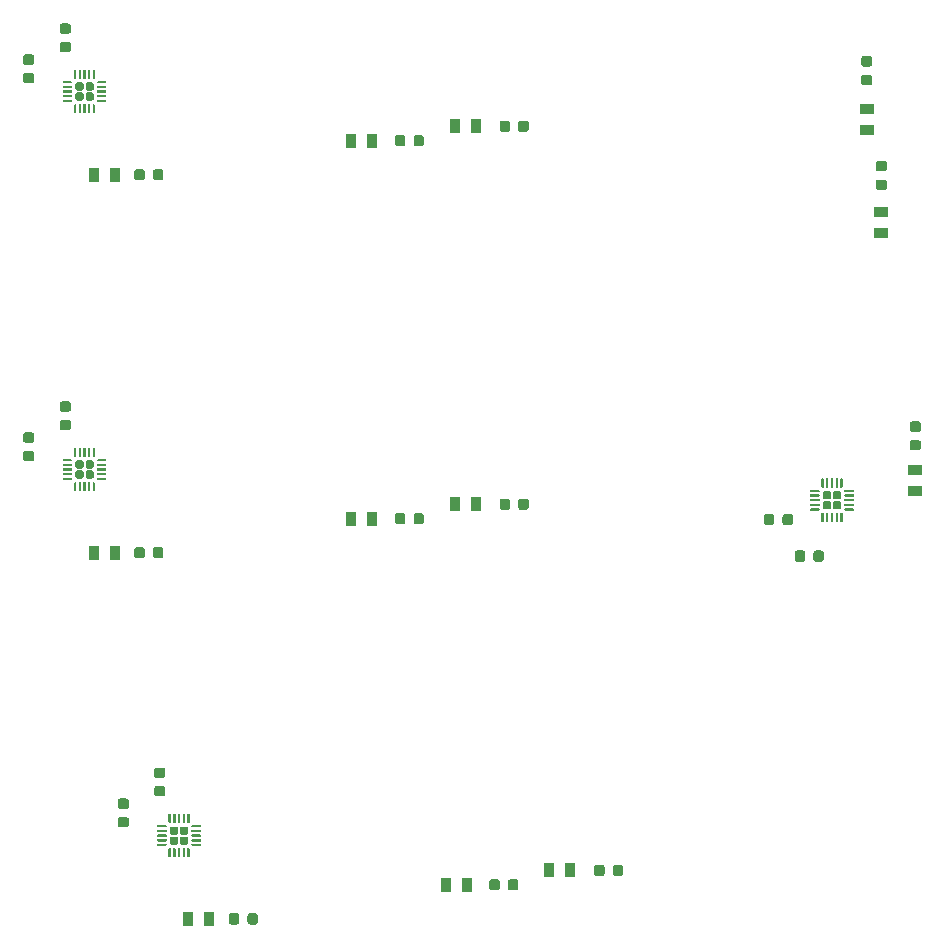
<source format=gbp>
%MOIN*%
%OFA0B0*%
%FSLAX46Y46*%
%IPPOS*%
%LPD*%
%ADD10C,0.0039370078740157488*%
%ADD11C,0.034448818897637797*%
%ADD12R,0.035X0.05*%
%ADD13C,0.0056468897637795279*%
%ADD14C,0.0078740157480314977*%
%ADD15C,0.027165354330708661*%
%ADD26C,0.0039370078740157488*%
%ADD27C,0.034448818897637797*%
%ADD28R,0.035X0.05*%
%ADD29C,0.0056468897637795279*%
%ADD30C,0.0078740157480314977*%
%ADD31C,0.027165354330708661*%
%ADD32C,0.0039370078740157488*%
%ADD33C,0.034448818897637797*%
%ADD34R,0.035X0.05*%
%ADD35C,0.0056468897637795279*%
%ADD36C,0.0078740157480314977*%
%ADD37C,0.027165354330708661*%
%ADD38C,0.0039370078740157488*%
%ADD39C,0.034448818897637797*%
%ADD40R,0.05X0.035*%
%ADD41C,0.0056468897637795279*%
%ADD42C,0.0078740157480314977*%
%ADD43C,0.027165354330708661*%
D10*
G36*
X0000834554Y0003320824D02*
G01*
X0000835390Y0003320700D01*
X0000836210Y0003320495D01*
X0000837006Y0003320210D01*
X0000837770Y0003319849D01*
X0000838495Y0003319414D01*
X0000839174Y0003318911D01*
X0000839800Y0003318343D01*
X0000840367Y0003317717D01*
X0000840871Y0003317038D01*
X0000841305Y0003316313D01*
X0000841667Y0003315549D01*
X0000841952Y0003314753D01*
X0000842157Y0003313934D01*
X0000842281Y0003313098D01*
X0000842322Y0003312253D01*
X0000842322Y0003295029D01*
X0000842281Y0003294185D01*
X0000842157Y0003293349D01*
X0000841952Y0003292529D01*
X0000841667Y0003291733D01*
X0000841305Y0003290969D01*
X0000840871Y0003290244D01*
X0000840367Y0003289565D01*
X0000839800Y0003288939D01*
X0000839174Y0003288372D01*
X0000838495Y0003287868D01*
X0000837770Y0003287434D01*
X0000837006Y0003287072D01*
X0000836210Y0003286788D01*
X0000835390Y0003286582D01*
X0000834554Y0003286458D01*
X0000833710Y0003286417D01*
X0000813533Y0003286417D01*
X0000812689Y0003286458D01*
X0000811853Y0003286582D01*
X0000811033Y0003286788D01*
X0000810237Y0003287072D01*
X0000809473Y0003287434D01*
X0000808748Y0003287868D01*
X0000808069Y0003288372D01*
X0000807443Y0003288939D01*
X0000806876Y0003289565D01*
X0000806372Y0003290244D01*
X0000805938Y0003290969D01*
X0000805576Y0003291733D01*
X0000805292Y0003292529D01*
X0000805086Y0003293349D01*
X0000804962Y0003294185D01*
X0000804921Y0003295029D01*
X0000804921Y0003312253D01*
X0000804962Y0003313098D01*
X0000805086Y0003313934D01*
X0000805292Y0003314753D01*
X0000805576Y0003315549D01*
X0000805938Y0003316313D01*
X0000806372Y0003317038D01*
X0000806876Y0003317717D01*
X0000807443Y0003318343D01*
X0000808069Y0003318911D01*
X0000808748Y0003319414D01*
X0000809473Y0003319849D01*
X0000810237Y0003320210D01*
X0000811033Y0003320495D01*
X0000811853Y0003320700D01*
X0000812689Y0003320824D01*
X0000813533Y0003320866D01*
X0000833710Y0003320866D01*
X0000834554Y0003320824D01*
X0000834554Y0003320824D01*
G37*
D11*
X0000823622Y0003303641D03*
D10*
G36*
X0000834554Y0003382832D02*
G01*
X0000835390Y0003382708D01*
X0000836210Y0003382503D01*
X0000837006Y0003382218D01*
X0000837770Y0003381857D01*
X0000838495Y0003381422D01*
X0000839174Y0003380919D01*
X0000839800Y0003380351D01*
X0000840367Y0003379725D01*
X0000840871Y0003379046D01*
X0000841305Y0003378321D01*
X0000841667Y0003377557D01*
X0000841952Y0003376761D01*
X0000842157Y0003375941D01*
X0000842281Y0003375105D01*
X0000842322Y0003374261D01*
X0000842322Y0003357037D01*
X0000842281Y0003356193D01*
X0000842157Y0003355357D01*
X0000841952Y0003354537D01*
X0000841667Y0003353741D01*
X0000841305Y0003352977D01*
X0000840871Y0003352252D01*
X0000840367Y0003351573D01*
X0000839800Y0003350947D01*
X0000839174Y0003350380D01*
X0000838495Y0003349876D01*
X0000837770Y0003349442D01*
X0000837006Y0003349080D01*
X0000836210Y0003348796D01*
X0000835390Y0003348590D01*
X0000834554Y0003348466D01*
X0000833710Y0003348425D01*
X0000813533Y0003348425D01*
X0000812689Y0003348466D01*
X0000811853Y0003348590D01*
X0000811033Y0003348796D01*
X0000810237Y0003349080D01*
X0000809473Y0003349442D01*
X0000808748Y0003349876D01*
X0000808069Y0003350380D01*
X0000807443Y0003350947D01*
X0000806876Y0003351573D01*
X0000806372Y0003352252D01*
X0000805938Y0003352977D01*
X0000805576Y0003353741D01*
X0000805292Y0003354537D01*
X0000805086Y0003355357D01*
X0000804962Y0003356193D01*
X0000804921Y0003357037D01*
X0000804921Y0003374261D01*
X0000804962Y0003375105D01*
X0000805086Y0003375941D01*
X0000805292Y0003376761D01*
X0000805576Y0003377557D01*
X0000805938Y0003378321D01*
X0000806372Y0003379046D01*
X0000806876Y0003379725D01*
X0000807443Y0003380351D01*
X0000808069Y0003380919D01*
X0000808748Y0003381422D01*
X0000809473Y0003381857D01*
X0000810237Y0003382218D01*
X0000811033Y0003382503D01*
X0000811853Y0003382708D01*
X0000812689Y0003382832D01*
X0000813533Y0003382874D01*
X0000833710Y0003382874D01*
X0000834554Y0003382832D01*
X0000834554Y0003382832D01*
G37*
D11*
X0000823622Y0003365649D03*
D10*
G36*
X0001080814Y0002897005D02*
G01*
X0001081650Y0002896881D01*
X0001082470Y0002896676D01*
X0001083266Y0002896391D01*
X0001084030Y0002896030D01*
X0001084755Y0002895595D01*
X0001085434Y0002895092D01*
X0001086060Y0002894524D01*
X0001086627Y0002893898D01*
X0001087131Y0002893219D01*
X0001087565Y0002892494D01*
X0001087927Y0002891730D01*
X0001088211Y0002890935D01*
X0001088417Y0002890115D01*
X0001088541Y0002889279D01*
X0001088582Y0002888435D01*
X0001088582Y0002868257D01*
X0001088541Y0002867413D01*
X0001088417Y0002866577D01*
X0001088211Y0002865757D01*
X0001087927Y0002864962D01*
X0001087565Y0002864198D01*
X0001087131Y0002863473D01*
X0001086627Y0002862794D01*
X0001086060Y0002862168D01*
X0001085434Y0002861600D01*
X0001084755Y0002861097D01*
X0001084030Y0002860662D01*
X0001083266Y0002860301D01*
X0001082470Y0002860016D01*
X0001081650Y0002859811D01*
X0001080814Y0002859687D01*
X0001079970Y0002859645D01*
X0001062746Y0002859645D01*
X0001061901Y0002859687D01*
X0001061065Y0002859811D01*
X0001060246Y0002860016D01*
X0001059450Y0002860301D01*
X0001058686Y0002860662D01*
X0001057961Y0002861097D01*
X0001057282Y0002861600D01*
X0001056656Y0002862168D01*
X0001056088Y0002862794D01*
X0001055585Y0002863473D01*
X0001055150Y0002864198D01*
X0001054789Y0002864962D01*
X0001054504Y0002865757D01*
X0001054299Y0002866577D01*
X0001054175Y0002867413D01*
X0001054133Y0002868257D01*
X0001054133Y0002888435D01*
X0001054175Y0002889279D01*
X0001054299Y0002890115D01*
X0001054504Y0002890935D01*
X0001054789Y0002891730D01*
X0001055150Y0002892494D01*
X0001055585Y0002893219D01*
X0001056088Y0002893898D01*
X0001056656Y0002894524D01*
X0001057282Y0002895092D01*
X0001057961Y0002895595D01*
X0001058686Y0002896030D01*
X0001059450Y0002896391D01*
X0001060246Y0002896676D01*
X0001061065Y0002896881D01*
X0001061901Y0002897005D01*
X0001062746Y0002897047D01*
X0001079970Y0002897047D01*
X0001080814Y0002897005D01*
X0001080814Y0002897005D01*
G37*
D11*
X0001071358Y0002878346D03*
D10*
G36*
X0001142822Y0002897005D02*
G01*
X0001143658Y0002896881D01*
X0001144478Y0002896676D01*
X0001145274Y0002896391D01*
X0001146038Y0002896030D01*
X0001146763Y0002895595D01*
X0001147441Y0002895092D01*
X0001148068Y0002894524D01*
X0001148635Y0002893898D01*
X0001149139Y0002893219D01*
X0001149573Y0002892494D01*
X0001149935Y0002891730D01*
X0001150219Y0002890935D01*
X0001150425Y0002890115D01*
X0001150549Y0002889279D01*
X0001150590Y0002888435D01*
X0001150590Y0002868257D01*
X0001150549Y0002867413D01*
X0001150425Y0002866577D01*
X0001150219Y0002865757D01*
X0001149935Y0002864962D01*
X0001149573Y0002864198D01*
X0001149139Y0002863473D01*
X0001148635Y0002862794D01*
X0001148068Y0002862168D01*
X0001147441Y0002861600D01*
X0001146763Y0002861097D01*
X0001146038Y0002860662D01*
X0001145274Y0002860301D01*
X0001144478Y0002860016D01*
X0001143658Y0002859811D01*
X0001142822Y0002859687D01*
X0001141978Y0002859645D01*
X0001124753Y0002859645D01*
X0001123909Y0002859687D01*
X0001123073Y0002859811D01*
X0001122253Y0002860016D01*
X0001121458Y0002860301D01*
X0001120694Y0002860662D01*
X0001119969Y0002861097D01*
X0001119290Y0002861600D01*
X0001118664Y0002862168D01*
X0001118096Y0002862794D01*
X0001117593Y0002863473D01*
X0001117158Y0002864198D01*
X0001116797Y0002864962D01*
X0001116512Y0002865757D01*
X0001116307Y0002866577D01*
X0001116183Y0002867413D01*
X0001116141Y0002868257D01*
X0001116141Y0002888435D01*
X0001116183Y0002889279D01*
X0001116307Y0002890115D01*
X0001116512Y0002890935D01*
X0001116797Y0002891730D01*
X0001117158Y0002892494D01*
X0001117593Y0002893219D01*
X0001118096Y0002893898D01*
X0001118664Y0002894524D01*
X0001119290Y0002895092D01*
X0001119969Y0002895595D01*
X0001120694Y0002896030D01*
X0001121458Y0002896391D01*
X0001122253Y0002896676D01*
X0001123073Y0002896881D01*
X0001123909Y0002897005D01*
X0001124753Y0002897047D01*
X0001141978Y0002897047D01*
X0001142822Y0002897005D01*
X0001142822Y0002897005D01*
G37*
D11*
X0001133366Y0002878346D03*
D12*
X0001777598Y0002991732D03*
X0001847598Y0002991732D03*
X0000918937Y0002878346D03*
X0000988937Y0002878346D03*
X0002122480Y0003040157D03*
X0002192480Y0003040157D03*
D13*
X0000856692Y0003098818D03*
D10*
G36*
X0000859045Y0003114529D02*
G01*
X0000859414Y0003114417D01*
X0000859755Y0003114235D01*
X0000860053Y0003113990D01*
X0000860298Y0003113692D01*
X0000860480Y0003113351D01*
X0000860592Y0003112982D01*
X0000860629Y0003112598D01*
X0000860629Y0003085039D01*
X0000860592Y0003084655D01*
X0000860480Y0003084286D01*
X0000860298Y0003083945D01*
X0000860053Y0003083647D01*
X0000859755Y0003083402D01*
X0000859414Y0003083220D01*
X0000859045Y0003083108D01*
X0000858661Y0003083070D01*
X0000854724Y0003083070D01*
X0000854340Y0003083108D01*
X0000853971Y0003083220D01*
X0000853630Y0003083402D01*
X0000853332Y0003083647D01*
X0000853087Y0003083945D01*
X0000852905Y0003084286D01*
X0000852793Y0003084655D01*
X0000852755Y0003085039D01*
X0000852755Y0003110601D01*
X0000852793Y0003110985D01*
X0000852905Y0003111355D01*
X0000853087Y0003111695D01*
X0000853332Y0003111993D01*
X0000855328Y0003113990D01*
X0000855627Y0003114235D01*
X0000855967Y0003114417D01*
X0000856336Y0003114529D01*
X0000856720Y0003114566D01*
X0000858661Y0003114566D01*
X0000859045Y0003114529D01*
X0000859045Y0003114529D01*
G37*
G36*
X0000874602Y0003114557D02*
G01*
X0000874793Y0003114529D01*
X0000874980Y0003114482D01*
X0000875162Y0003114417D01*
X0000875337Y0003114334D01*
X0000875503Y0003114235D01*
X0000875658Y0003114120D01*
X0000875801Y0003113990D01*
X0000875931Y0003113847D01*
X0000876046Y0003113692D01*
X0000876145Y0003113526D01*
X0000876228Y0003113351D01*
X0000876293Y0003113169D01*
X0000876340Y0003112982D01*
X0000876368Y0003112791D01*
X0000876377Y0003112598D01*
X0000876377Y0003085039D01*
X0000876368Y0003084846D01*
X0000876340Y0003084655D01*
X0000876293Y0003084467D01*
X0000876228Y0003084286D01*
X0000876145Y0003084111D01*
X0000876046Y0003083945D01*
X0000875931Y0003083790D01*
X0000875801Y0003083647D01*
X0000875658Y0003083517D01*
X0000875503Y0003083402D01*
X0000875337Y0003083303D01*
X0000875162Y0003083220D01*
X0000874980Y0003083155D01*
X0000874793Y0003083108D01*
X0000874602Y0003083080D01*
X0000874409Y0003083070D01*
X0000870472Y0003083070D01*
X0000870279Y0003083080D01*
X0000870088Y0003083108D01*
X0000869901Y0003083155D01*
X0000869719Y0003083220D01*
X0000869544Y0003083303D01*
X0000869378Y0003083402D01*
X0000869223Y0003083517D01*
X0000869080Y0003083647D01*
X0000868950Y0003083790D01*
X0000868835Y0003083945D01*
X0000868736Y0003084111D01*
X0000868653Y0003084286D01*
X0000868588Y0003084467D01*
X0000868541Y0003084655D01*
X0000868513Y0003084846D01*
X0000868503Y0003085039D01*
X0000868503Y0003112598D01*
X0000868513Y0003112791D01*
X0000868541Y0003112982D01*
X0000868588Y0003113169D01*
X0000868653Y0003113351D01*
X0000868736Y0003113526D01*
X0000868835Y0003113692D01*
X0000868950Y0003113847D01*
X0000869080Y0003113990D01*
X0000869223Y0003114120D01*
X0000869378Y0003114235D01*
X0000869544Y0003114334D01*
X0000869719Y0003114417D01*
X0000869901Y0003114482D01*
X0000870088Y0003114529D01*
X0000870279Y0003114557D01*
X0000870472Y0003114566D01*
X0000874409Y0003114566D01*
X0000874602Y0003114557D01*
X0000874602Y0003114557D01*
G37*
D14*
X0000872440Y0003098818D03*
D10*
G36*
X0000890350Y0003114557D02*
G01*
X0000890541Y0003114529D01*
X0000890728Y0003114482D01*
X0000890910Y0003114417D01*
X0000891085Y0003114334D01*
X0000891251Y0003114235D01*
X0000891406Y0003114120D01*
X0000891549Y0003113990D01*
X0000891679Y0003113847D01*
X0000891794Y0003113692D01*
X0000891893Y0003113526D01*
X0000891976Y0003113351D01*
X0000892041Y0003113169D01*
X0000892088Y0003112982D01*
X0000892116Y0003112791D01*
X0000892125Y0003112598D01*
X0000892125Y0003085039D01*
X0000892116Y0003084846D01*
X0000892088Y0003084655D01*
X0000892041Y0003084467D01*
X0000891976Y0003084286D01*
X0000891893Y0003084111D01*
X0000891794Y0003083945D01*
X0000891679Y0003083790D01*
X0000891549Y0003083647D01*
X0000891406Y0003083517D01*
X0000891251Y0003083402D01*
X0000891085Y0003083303D01*
X0000890910Y0003083220D01*
X0000890728Y0003083155D01*
X0000890541Y0003083108D01*
X0000890350Y0003083080D01*
X0000890157Y0003083070D01*
X0000886220Y0003083070D01*
X0000886027Y0003083080D01*
X0000885836Y0003083108D01*
X0000885649Y0003083155D01*
X0000885467Y0003083220D01*
X0000885292Y0003083303D01*
X0000885126Y0003083402D01*
X0000884971Y0003083517D01*
X0000884828Y0003083647D01*
X0000884698Y0003083790D01*
X0000884583Y0003083945D01*
X0000884484Y0003084111D01*
X0000884401Y0003084286D01*
X0000884336Y0003084467D01*
X0000884289Y0003084655D01*
X0000884261Y0003084846D01*
X0000884251Y0003085039D01*
X0000884251Y0003112598D01*
X0000884261Y0003112791D01*
X0000884289Y0003112982D01*
X0000884336Y0003113169D01*
X0000884401Y0003113351D01*
X0000884484Y0003113526D01*
X0000884583Y0003113692D01*
X0000884698Y0003113847D01*
X0000884828Y0003113990D01*
X0000884971Y0003114120D01*
X0000885126Y0003114235D01*
X0000885292Y0003114334D01*
X0000885467Y0003114417D01*
X0000885649Y0003114482D01*
X0000885836Y0003114529D01*
X0000886027Y0003114557D01*
X0000886220Y0003114566D01*
X0000890157Y0003114566D01*
X0000890350Y0003114557D01*
X0000890350Y0003114557D01*
G37*
D14*
X0000888188Y0003098818D03*
D10*
G36*
X0000906098Y0003114557D02*
G01*
X0000906289Y0003114529D01*
X0000906476Y0003114482D01*
X0000906658Y0003114417D01*
X0000906833Y0003114334D01*
X0000906999Y0003114235D01*
X0000907154Y0003114120D01*
X0000907297Y0003113990D01*
X0000907427Y0003113847D01*
X0000907542Y0003113692D01*
X0000907641Y0003113526D01*
X0000907724Y0003113351D01*
X0000907789Y0003113169D01*
X0000907836Y0003112982D01*
X0000907864Y0003112791D01*
X0000907874Y0003112598D01*
X0000907874Y0003085039D01*
X0000907864Y0003084846D01*
X0000907836Y0003084655D01*
X0000907789Y0003084467D01*
X0000907724Y0003084286D01*
X0000907641Y0003084111D01*
X0000907542Y0003083945D01*
X0000907427Y0003083790D01*
X0000907297Y0003083647D01*
X0000907154Y0003083517D01*
X0000906999Y0003083402D01*
X0000906833Y0003083303D01*
X0000906658Y0003083220D01*
X0000906476Y0003083155D01*
X0000906289Y0003083108D01*
X0000906098Y0003083080D01*
X0000905905Y0003083070D01*
X0000901968Y0003083070D01*
X0000901775Y0003083080D01*
X0000901584Y0003083108D01*
X0000901397Y0003083155D01*
X0000901215Y0003083220D01*
X0000901040Y0003083303D01*
X0000900874Y0003083402D01*
X0000900719Y0003083517D01*
X0000900576Y0003083647D01*
X0000900446Y0003083790D01*
X0000900331Y0003083945D01*
X0000900232Y0003084111D01*
X0000900149Y0003084286D01*
X0000900084Y0003084467D01*
X0000900037Y0003084655D01*
X0000900009Y0003084846D01*
X0000900000Y0003085039D01*
X0000900000Y0003112598D01*
X0000900009Y0003112791D01*
X0000900037Y0003112982D01*
X0000900084Y0003113169D01*
X0000900149Y0003113351D01*
X0000900232Y0003113526D01*
X0000900331Y0003113692D01*
X0000900446Y0003113847D01*
X0000900576Y0003113990D01*
X0000900719Y0003114120D01*
X0000900874Y0003114235D01*
X0000901040Y0003114334D01*
X0000901215Y0003114417D01*
X0000901397Y0003114482D01*
X0000901584Y0003114529D01*
X0000901775Y0003114557D01*
X0000901968Y0003114566D01*
X0000905905Y0003114566D01*
X0000906098Y0003114557D01*
X0000906098Y0003114557D01*
G37*
D14*
X0000903937Y0003098818D03*
D13*
X0000919685Y0003098818D03*
D10*
G36*
X0000920041Y0003114529D02*
G01*
X0000920410Y0003114417D01*
X0000920750Y0003114235D01*
X0000921048Y0003113990D01*
X0000923045Y0003111993D01*
X0000923290Y0003111695D01*
X0000923472Y0003111355D01*
X0000923584Y0003110985D01*
X0000923622Y0003110601D01*
X0000923622Y0003085039D01*
X0000923584Y0003084655D01*
X0000923472Y0003084286D01*
X0000923290Y0003083945D01*
X0000923045Y0003083647D01*
X0000922747Y0003083402D01*
X0000922406Y0003083220D01*
X0000922037Y0003083108D01*
X0000921653Y0003083070D01*
X0000917716Y0003083070D01*
X0000917332Y0003083108D01*
X0000916963Y0003083220D01*
X0000916622Y0003083402D01*
X0000916324Y0003083647D01*
X0000916079Y0003083945D01*
X0000915897Y0003084286D01*
X0000915785Y0003084655D01*
X0000915747Y0003085039D01*
X0000915747Y0003112598D01*
X0000915785Y0003112982D01*
X0000915897Y0003113351D01*
X0000916079Y0003113692D01*
X0000916324Y0003113990D01*
X0000916622Y0003114235D01*
X0000916963Y0003114417D01*
X0000917332Y0003114529D01*
X0000917716Y0003114566D01*
X0000919657Y0003114566D01*
X0000920041Y0003114529D01*
X0000920041Y0003114529D01*
G37*
D13*
X0000945275Y0003124409D03*
D10*
G36*
X0000959439Y0003128308D02*
G01*
X0000959808Y0003128196D01*
X0000960148Y0003128014D01*
X0000960447Y0003127769D01*
X0000960691Y0003127471D01*
X0000960873Y0003127131D01*
X0000960985Y0003126762D01*
X0000961023Y0003126377D01*
X0000961023Y0003122440D01*
X0000960985Y0003122056D01*
X0000960873Y0003121687D01*
X0000960691Y0003121347D01*
X0000960447Y0003121049D01*
X0000960148Y0003120804D01*
X0000959808Y0003120622D01*
X0000959439Y0003120510D01*
X0000959055Y0003120472D01*
X0000933492Y0003120472D01*
X0000933108Y0003120510D01*
X0000932739Y0003120622D01*
X0000932398Y0003120804D01*
X0000932100Y0003121049D01*
X0000930104Y0003123045D01*
X0000929859Y0003123343D01*
X0000929677Y0003123684D01*
X0000929565Y0003124053D01*
X0000929527Y0003124437D01*
X0000929527Y0003126377D01*
X0000929565Y0003126762D01*
X0000929677Y0003127131D01*
X0000929859Y0003127471D01*
X0000930104Y0003127769D01*
X0000930402Y0003128014D01*
X0000930742Y0003128196D01*
X0000931112Y0003128308D01*
X0000931496Y0003128346D01*
X0000959055Y0003128346D01*
X0000959439Y0003128308D01*
X0000959439Y0003128308D01*
G37*
G36*
X0000959248Y0003144085D02*
G01*
X0000959439Y0003144056D01*
X0000959626Y0003144009D01*
X0000959808Y0003143944D01*
X0000959983Y0003143862D01*
X0000960148Y0003143762D01*
X0000960303Y0003143647D01*
X0000960447Y0003143517D01*
X0000960576Y0003143374D01*
X0000960691Y0003143219D01*
X0000960791Y0003143053D01*
X0000960873Y0003142879D01*
X0000960938Y0003142697D01*
X0000960985Y0003142510D01*
X0000961014Y0003142318D01*
X0000961023Y0003142125D01*
X0000961023Y0003138188D01*
X0000961014Y0003137996D01*
X0000960985Y0003137804D01*
X0000960938Y0003137617D01*
X0000960873Y0003137435D01*
X0000960791Y0003137261D01*
X0000960691Y0003137095D01*
X0000960576Y0003136940D01*
X0000960447Y0003136797D01*
X0000960303Y0003136667D01*
X0000960148Y0003136552D01*
X0000959983Y0003136452D01*
X0000959808Y0003136370D01*
X0000959626Y0003136305D01*
X0000959439Y0003136258D01*
X0000959248Y0003136229D01*
X0000959055Y0003136220D01*
X0000931496Y0003136220D01*
X0000931303Y0003136229D01*
X0000931112Y0003136258D01*
X0000930924Y0003136305D01*
X0000930742Y0003136370D01*
X0000930568Y0003136452D01*
X0000930402Y0003136552D01*
X0000930247Y0003136667D01*
X0000930104Y0003136797D01*
X0000929974Y0003136940D01*
X0000929859Y0003137095D01*
X0000929760Y0003137261D01*
X0000929677Y0003137435D01*
X0000929612Y0003137617D01*
X0000929565Y0003137804D01*
X0000929537Y0003137996D01*
X0000929527Y0003138188D01*
X0000929527Y0003142125D01*
X0000929537Y0003142318D01*
X0000929565Y0003142510D01*
X0000929612Y0003142697D01*
X0000929677Y0003142879D01*
X0000929760Y0003143053D01*
X0000929859Y0003143219D01*
X0000929974Y0003143374D01*
X0000930104Y0003143517D01*
X0000930247Y0003143647D01*
X0000930402Y0003143762D01*
X0000930568Y0003143862D01*
X0000930742Y0003143944D01*
X0000930924Y0003144009D01*
X0000931112Y0003144056D01*
X0000931303Y0003144085D01*
X0000931496Y0003144094D01*
X0000959055Y0003144094D01*
X0000959248Y0003144085D01*
X0000959248Y0003144085D01*
G37*
D14*
X0000945275Y0003140157D03*
D10*
G36*
X0000959248Y0003159833D02*
G01*
X0000959439Y0003159804D01*
X0000959626Y0003159757D01*
X0000959808Y0003159692D01*
X0000959983Y0003159610D01*
X0000960148Y0003159510D01*
X0000960303Y0003159395D01*
X0000960447Y0003159265D01*
X0000960576Y0003159122D01*
X0000960691Y0003158967D01*
X0000960791Y0003158801D01*
X0000960873Y0003158627D01*
X0000960938Y0003158445D01*
X0000960985Y0003158258D01*
X0000961014Y0003158066D01*
X0000961023Y0003157874D01*
X0000961023Y0003153937D01*
X0000961014Y0003153744D01*
X0000960985Y0003153552D01*
X0000960938Y0003153365D01*
X0000960873Y0003153183D01*
X0000960791Y0003153009D01*
X0000960691Y0003152843D01*
X0000960576Y0003152688D01*
X0000960447Y0003152545D01*
X0000960303Y0003152415D01*
X0000960148Y0003152300D01*
X0000959983Y0003152200D01*
X0000959808Y0003152118D01*
X0000959626Y0003152053D01*
X0000959439Y0003152006D01*
X0000959248Y0003151977D01*
X0000959055Y0003151968D01*
X0000931496Y0003151968D01*
X0000931303Y0003151977D01*
X0000931112Y0003152006D01*
X0000930924Y0003152053D01*
X0000930742Y0003152118D01*
X0000930568Y0003152200D01*
X0000930402Y0003152300D01*
X0000930247Y0003152415D01*
X0000930104Y0003152545D01*
X0000929974Y0003152688D01*
X0000929859Y0003152843D01*
X0000929760Y0003153009D01*
X0000929677Y0003153183D01*
X0000929612Y0003153365D01*
X0000929565Y0003153552D01*
X0000929537Y0003153744D01*
X0000929527Y0003153937D01*
X0000929527Y0003157874D01*
X0000929537Y0003158066D01*
X0000929565Y0003158258D01*
X0000929612Y0003158445D01*
X0000929677Y0003158627D01*
X0000929760Y0003158801D01*
X0000929859Y0003158967D01*
X0000929974Y0003159122D01*
X0000930104Y0003159265D01*
X0000930247Y0003159395D01*
X0000930402Y0003159510D01*
X0000930568Y0003159610D01*
X0000930742Y0003159692D01*
X0000930924Y0003159757D01*
X0000931112Y0003159804D01*
X0000931303Y0003159833D01*
X0000931496Y0003159842D01*
X0000959055Y0003159842D01*
X0000959248Y0003159833D01*
X0000959248Y0003159833D01*
G37*
D14*
X0000945275Y0003155905D03*
D10*
G36*
X0000959248Y0003175581D02*
G01*
X0000959439Y0003175552D01*
X0000959626Y0003175505D01*
X0000959808Y0003175440D01*
X0000959983Y0003175358D01*
X0000960148Y0003175258D01*
X0000960303Y0003175143D01*
X0000960447Y0003175013D01*
X0000960576Y0003174870D01*
X0000960691Y0003174715D01*
X0000960791Y0003174550D01*
X0000960873Y0003174375D01*
X0000960938Y0003174193D01*
X0000960985Y0003174006D01*
X0000961014Y0003173815D01*
X0000961023Y0003173622D01*
X0000961023Y0003169685D01*
X0000961014Y0003169492D01*
X0000960985Y0003169300D01*
X0000960938Y0003169113D01*
X0000960873Y0003168931D01*
X0000960791Y0003168757D01*
X0000960691Y0003168591D01*
X0000960576Y0003168436D01*
X0000960447Y0003168293D01*
X0000960303Y0003168163D01*
X0000960148Y0003168048D01*
X0000959983Y0003167948D01*
X0000959808Y0003167866D01*
X0000959626Y0003167801D01*
X0000959439Y0003167754D01*
X0000959248Y0003167726D01*
X0000959055Y0003167716D01*
X0000931496Y0003167716D01*
X0000931303Y0003167726D01*
X0000931112Y0003167754D01*
X0000930924Y0003167801D01*
X0000930742Y0003167866D01*
X0000930568Y0003167948D01*
X0000930402Y0003168048D01*
X0000930247Y0003168163D01*
X0000930104Y0003168293D01*
X0000929974Y0003168436D01*
X0000929859Y0003168591D01*
X0000929760Y0003168757D01*
X0000929677Y0003168931D01*
X0000929612Y0003169113D01*
X0000929565Y0003169300D01*
X0000929537Y0003169492D01*
X0000929527Y0003169685D01*
X0000929527Y0003173622D01*
X0000929537Y0003173815D01*
X0000929565Y0003174006D01*
X0000929612Y0003174193D01*
X0000929677Y0003174375D01*
X0000929760Y0003174550D01*
X0000929859Y0003174715D01*
X0000929974Y0003174870D01*
X0000930104Y0003175013D01*
X0000930247Y0003175143D01*
X0000930402Y0003175258D01*
X0000930568Y0003175358D01*
X0000930742Y0003175440D01*
X0000930924Y0003175505D01*
X0000931112Y0003175552D01*
X0000931303Y0003175581D01*
X0000931496Y0003175590D01*
X0000959055Y0003175590D01*
X0000959248Y0003175581D01*
X0000959248Y0003175581D01*
G37*
D14*
X0000945275Y0003171653D03*
D13*
X0000945275Y0003187401D03*
D10*
G36*
X0000959439Y0003191300D02*
G01*
X0000959808Y0003191188D01*
X0000960148Y0003191006D01*
X0000960447Y0003190762D01*
X0000960691Y0003190463D01*
X0000960873Y0003190123D01*
X0000960985Y0003189754D01*
X0000961023Y0003189370D01*
X0000961023Y0003185433D01*
X0000960985Y0003185049D01*
X0000960873Y0003184679D01*
X0000960691Y0003184339D01*
X0000960447Y0003184041D01*
X0000960148Y0003183796D01*
X0000959808Y0003183614D01*
X0000959439Y0003183502D01*
X0000959055Y0003183464D01*
X0000931496Y0003183464D01*
X0000931112Y0003183502D01*
X0000930742Y0003183614D01*
X0000930402Y0003183796D01*
X0000930104Y0003184041D01*
X0000929859Y0003184339D01*
X0000929677Y0003184679D01*
X0000929565Y0003185049D01*
X0000929527Y0003185433D01*
X0000929527Y0003187373D01*
X0000929565Y0003187757D01*
X0000929677Y0003188126D01*
X0000929859Y0003188467D01*
X0000930104Y0003188765D01*
X0000932100Y0003190762D01*
X0000932398Y0003191006D01*
X0000932739Y0003191188D01*
X0000933108Y0003191300D01*
X0000933492Y0003191338D01*
X0000959055Y0003191338D01*
X0000959439Y0003191300D01*
X0000959439Y0003191300D01*
G37*
D13*
X0000919685Y0003212992D03*
D10*
G36*
X0000922037Y0003228702D02*
G01*
X0000922406Y0003228590D01*
X0000922747Y0003228408D01*
X0000923045Y0003228163D01*
X0000923290Y0003227865D01*
X0000923472Y0003227524D01*
X0000923584Y0003227155D01*
X0000923622Y0003226771D01*
X0000923622Y0003201209D01*
X0000923584Y0003200825D01*
X0000923472Y0003200455D01*
X0000923290Y0003200115D01*
X0000923045Y0003199817D01*
X0000921048Y0003197820D01*
X0000920750Y0003197575D01*
X0000920410Y0003197393D01*
X0000920041Y0003197281D01*
X0000919657Y0003197244D01*
X0000917716Y0003197244D01*
X0000917332Y0003197281D01*
X0000916963Y0003197393D01*
X0000916622Y0003197575D01*
X0000916324Y0003197820D01*
X0000916079Y0003198118D01*
X0000915897Y0003198459D01*
X0000915785Y0003198828D01*
X0000915747Y0003199212D01*
X0000915747Y0003226771D01*
X0000915785Y0003227155D01*
X0000915897Y0003227524D01*
X0000916079Y0003227865D01*
X0000916324Y0003228163D01*
X0000916622Y0003228408D01*
X0000916963Y0003228590D01*
X0000917332Y0003228702D01*
X0000917716Y0003228740D01*
X0000921653Y0003228740D01*
X0000922037Y0003228702D01*
X0000922037Y0003228702D01*
G37*
G36*
X0000906098Y0003228730D02*
G01*
X0000906289Y0003228702D01*
X0000906476Y0003228655D01*
X0000906658Y0003228590D01*
X0000906833Y0003228507D01*
X0000906999Y0003228408D01*
X0000907154Y0003228293D01*
X0000907297Y0003228163D01*
X0000907427Y0003228020D01*
X0000907542Y0003227865D01*
X0000907641Y0003227699D01*
X0000907724Y0003227524D01*
X0000907789Y0003227343D01*
X0000907836Y0003227155D01*
X0000907864Y0003226964D01*
X0000907874Y0003226771D01*
X0000907874Y0003199212D01*
X0000907864Y0003199019D01*
X0000907836Y0003198828D01*
X0000907789Y0003198641D01*
X0000907724Y0003198459D01*
X0000907641Y0003198284D01*
X0000907542Y0003198118D01*
X0000907427Y0003197963D01*
X0000907297Y0003197820D01*
X0000907154Y0003197690D01*
X0000906999Y0003197575D01*
X0000906833Y0003197476D01*
X0000906658Y0003197393D01*
X0000906476Y0003197328D01*
X0000906289Y0003197281D01*
X0000906098Y0003197253D01*
X0000905905Y0003197244D01*
X0000901968Y0003197244D01*
X0000901775Y0003197253D01*
X0000901584Y0003197281D01*
X0000901397Y0003197328D01*
X0000901215Y0003197393D01*
X0000901040Y0003197476D01*
X0000900874Y0003197575D01*
X0000900719Y0003197690D01*
X0000900576Y0003197820D01*
X0000900446Y0003197963D01*
X0000900331Y0003198118D01*
X0000900232Y0003198284D01*
X0000900149Y0003198459D01*
X0000900084Y0003198641D01*
X0000900037Y0003198828D01*
X0000900009Y0003199019D01*
X0000900000Y0003199212D01*
X0000900000Y0003226771D01*
X0000900009Y0003226964D01*
X0000900037Y0003227155D01*
X0000900084Y0003227343D01*
X0000900149Y0003227524D01*
X0000900232Y0003227699D01*
X0000900331Y0003227865D01*
X0000900446Y0003228020D01*
X0000900576Y0003228163D01*
X0000900719Y0003228293D01*
X0000900874Y0003228408D01*
X0000901040Y0003228507D01*
X0000901215Y0003228590D01*
X0000901397Y0003228655D01*
X0000901584Y0003228702D01*
X0000901775Y0003228730D01*
X0000901968Y0003228740D01*
X0000905905Y0003228740D01*
X0000906098Y0003228730D01*
X0000906098Y0003228730D01*
G37*
D14*
X0000903937Y0003212992D03*
D10*
G36*
X0000890350Y0003228730D02*
G01*
X0000890541Y0003228702D01*
X0000890728Y0003228655D01*
X0000890910Y0003228590D01*
X0000891085Y0003228507D01*
X0000891251Y0003228408D01*
X0000891406Y0003228293D01*
X0000891549Y0003228163D01*
X0000891679Y0003228020D01*
X0000891794Y0003227865D01*
X0000891893Y0003227699D01*
X0000891976Y0003227524D01*
X0000892041Y0003227343D01*
X0000892088Y0003227155D01*
X0000892116Y0003226964D01*
X0000892125Y0003226771D01*
X0000892125Y0003199212D01*
X0000892116Y0003199019D01*
X0000892088Y0003198828D01*
X0000892041Y0003198641D01*
X0000891976Y0003198459D01*
X0000891893Y0003198284D01*
X0000891794Y0003198118D01*
X0000891679Y0003197963D01*
X0000891549Y0003197820D01*
X0000891406Y0003197690D01*
X0000891251Y0003197575D01*
X0000891085Y0003197476D01*
X0000890910Y0003197393D01*
X0000890728Y0003197328D01*
X0000890541Y0003197281D01*
X0000890350Y0003197253D01*
X0000890157Y0003197244D01*
X0000886220Y0003197244D01*
X0000886027Y0003197253D01*
X0000885836Y0003197281D01*
X0000885649Y0003197328D01*
X0000885467Y0003197393D01*
X0000885292Y0003197476D01*
X0000885126Y0003197575D01*
X0000884971Y0003197690D01*
X0000884828Y0003197820D01*
X0000884698Y0003197963D01*
X0000884583Y0003198118D01*
X0000884484Y0003198284D01*
X0000884401Y0003198459D01*
X0000884336Y0003198641D01*
X0000884289Y0003198828D01*
X0000884261Y0003199019D01*
X0000884251Y0003199212D01*
X0000884251Y0003226771D01*
X0000884261Y0003226964D01*
X0000884289Y0003227155D01*
X0000884336Y0003227343D01*
X0000884401Y0003227524D01*
X0000884484Y0003227699D01*
X0000884583Y0003227865D01*
X0000884698Y0003228020D01*
X0000884828Y0003228163D01*
X0000884971Y0003228293D01*
X0000885126Y0003228408D01*
X0000885292Y0003228507D01*
X0000885467Y0003228590D01*
X0000885649Y0003228655D01*
X0000885836Y0003228702D01*
X0000886027Y0003228730D01*
X0000886220Y0003228740D01*
X0000890157Y0003228740D01*
X0000890350Y0003228730D01*
X0000890350Y0003228730D01*
G37*
D14*
X0000888188Y0003212992D03*
D10*
G36*
X0000874602Y0003228730D02*
G01*
X0000874793Y0003228702D01*
X0000874980Y0003228655D01*
X0000875162Y0003228590D01*
X0000875337Y0003228507D01*
X0000875503Y0003228408D01*
X0000875658Y0003228293D01*
X0000875801Y0003228163D01*
X0000875931Y0003228020D01*
X0000876046Y0003227865D01*
X0000876145Y0003227699D01*
X0000876228Y0003227524D01*
X0000876293Y0003227343D01*
X0000876340Y0003227155D01*
X0000876368Y0003226964D01*
X0000876377Y0003226771D01*
X0000876377Y0003199212D01*
X0000876368Y0003199019D01*
X0000876340Y0003198828D01*
X0000876293Y0003198641D01*
X0000876228Y0003198459D01*
X0000876145Y0003198284D01*
X0000876046Y0003198118D01*
X0000875931Y0003197963D01*
X0000875801Y0003197820D01*
X0000875658Y0003197690D01*
X0000875503Y0003197575D01*
X0000875337Y0003197476D01*
X0000875162Y0003197393D01*
X0000874980Y0003197328D01*
X0000874793Y0003197281D01*
X0000874602Y0003197253D01*
X0000874409Y0003197244D01*
X0000870472Y0003197244D01*
X0000870279Y0003197253D01*
X0000870088Y0003197281D01*
X0000869901Y0003197328D01*
X0000869719Y0003197393D01*
X0000869544Y0003197476D01*
X0000869378Y0003197575D01*
X0000869223Y0003197690D01*
X0000869080Y0003197820D01*
X0000868950Y0003197963D01*
X0000868835Y0003198118D01*
X0000868736Y0003198284D01*
X0000868653Y0003198459D01*
X0000868588Y0003198641D01*
X0000868541Y0003198828D01*
X0000868513Y0003199019D01*
X0000868503Y0003199212D01*
X0000868503Y0003226771D01*
X0000868513Y0003226964D01*
X0000868541Y0003227155D01*
X0000868588Y0003227343D01*
X0000868653Y0003227524D01*
X0000868736Y0003227699D01*
X0000868835Y0003227865D01*
X0000868950Y0003228020D01*
X0000869080Y0003228163D01*
X0000869223Y0003228293D01*
X0000869378Y0003228408D01*
X0000869544Y0003228507D01*
X0000869719Y0003228590D01*
X0000869901Y0003228655D01*
X0000870088Y0003228702D01*
X0000870279Y0003228730D01*
X0000870472Y0003228740D01*
X0000874409Y0003228740D01*
X0000874602Y0003228730D01*
X0000874602Y0003228730D01*
G37*
D14*
X0000872440Y0003212992D03*
D13*
X0000856692Y0003212992D03*
D10*
G36*
X0000859045Y0003228702D02*
G01*
X0000859414Y0003228590D01*
X0000859755Y0003228408D01*
X0000860053Y0003228163D01*
X0000860298Y0003227865D01*
X0000860480Y0003227524D01*
X0000860592Y0003227155D01*
X0000860629Y0003226771D01*
X0000860629Y0003199212D01*
X0000860592Y0003198828D01*
X0000860480Y0003198459D01*
X0000860298Y0003198118D01*
X0000860053Y0003197820D01*
X0000859755Y0003197575D01*
X0000859414Y0003197393D01*
X0000859045Y0003197281D01*
X0000858661Y0003197244D01*
X0000856720Y0003197244D01*
X0000856336Y0003197281D01*
X0000855967Y0003197393D01*
X0000855627Y0003197575D01*
X0000855328Y0003197820D01*
X0000853332Y0003199817D01*
X0000853087Y0003200115D01*
X0000852905Y0003200455D01*
X0000852793Y0003200825D01*
X0000852755Y0003201209D01*
X0000852755Y0003226771D01*
X0000852793Y0003227155D01*
X0000852905Y0003227524D01*
X0000853087Y0003227865D01*
X0000853332Y0003228163D01*
X0000853630Y0003228408D01*
X0000853971Y0003228590D01*
X0000854340Y0003228702D01*
X0000854724Y0003228740D01*
X0000858661Y0003228740D01*
X0000859045Y0003228702D01*
X0000859045Y0003228702D01*
G37*
D13*
X0000831102Y0003187401D03*
D10*
G36*
X0000843269Y0003191300D02*
G01*
X0000843638Y0003191188D01*
X0000843979Y0003191006D01*
X0000844277Y0003190762D01*
X0000846273Y0003188765D01*
X0000846518Y0003188467D01*
X0000846700Y0003188126D01*
X0000846812Y0003187757D01*
X0000846850Y0003187373D01*
X0000846850Y0003185433D01*
X0000846812Y0003185049D01*
X0000846700Y0003184679D01*
X0000846518Y0003184339D01*
X0000846273Y0003184041D01*
X0000845975Y0003183796D01*
X0000845635Y0003183614D01*
X0000845265Y0003183502D01*
X0000844881Y0003183464D01*
X0000817322Y0003183464D01*
X0000816938Y0003183502D01*
X0000816569Y0003183614D01*
X0000816229Y0003183796D01*
X0000815930Y0003184041D01*
X0000815686Y0003184339D01*
X0000815504Y0003184679D01*
X0000815392Y0003185049D01*
X0000815354Y0003185433D01*
X0000815354Y0003189370D01*
X0000815392Y0003189754D01*
X0000815504Y0003190123D01*
X0000815686Y0003190463D01*
X0000815930Y0003190762D01*
X0000816229Y0003191006D01*
X0000816569Y0003191188D01*
X0000816938Y0003191300D01*
X0000817322Y0003191338D01*
X0000842885Y0003191338D01*
X0000843269Y0003191300D01*
X0000843269Y0003191300D01*
G37*
G36*
X0000845074Y0003175581D02*
G01*
X0000845265Y0003175552D01*
X0000845453Y0003175505D01*
X0000845635Y0003175440D01*
X0000845809Y0003175358D01*
X0000845975Y0003175258D01*
X0000846130Y0003175143D01*
X0000846273Y0003175013D01*
X0000846403Y0003174870D01*
X0000846518Y0003174715D01*
X0000846617Y0003174550D01*
X0000846700Y0003174375D01*
X0000846765Y0003174193D01*
X0000846812Y0003174006D01*
X0000846840Y0003173815D01*
X0000846850Y0003173622D01*
X0000846850Y0003169685D01*
X0000846840Y0003169492D01*
X0000846812Y0003169300D01*
X0000846765Y0003169113D01*
X0000846700Y0003168931D01*
X0000846617Y0003168757D01*
X0000846518Y0003168591D01*
X0000846403Y0003168436D01*
X0000846273Y0003168293D01*
X0000846130Y0003168163D01*
X0000845975Y0003168048D01*
X0000845809Y0003167948D01*
X0000845635Y0003167866D01*
X0000845453Y0003167801D01*
X0000845265Y0003167754D01*
X0000845074Y0003167726D01*
X0000844881Y0003167716D01*
X0000817322Y0003167716D01*
X0000817129Y0003167726D01*
X0000816938Y0003167754D01*
X0000816751Y0003167801D01*
X0000816569Y0003167866D01*
X0000816394Y0003167948D01*
X0000816229Y0003168048D01*
X0000816073Y0003168163D01*
X0000815930Y0003168293D01*
X0000815801Y0003168436D01*
X0000815686Y0003168591D01*
X0000815586Y0003168757D01*
X0000815504Y0003168931D01*
X0000815439Y0003169113D01*
X0000815392Y0003169300D01*
X0000815363Y0003169492D01*
X0000815354Y0003169685D01*
X0000815354Y0003173622D01*
X0000815363Y0003173815D01*
X0000815392Y0003174006D01*
X0000815439Y0003174193D01*
X0000815504Y0003174375D01*
X0000815586Y0003174550D01*
X0000815686Y0003174715D01*
X0000815801Y0003174870D01*
X0000815930Y0003175013D01*
X0000816073Y0003175143D01*
X0000816229Y0003175258D01*
X0000816394Y0003175358D01*
X0000816569Y0003175440D01*
X0000816751Y0003175505D01*
X0000816938Y0003175552D01*
X0000817129Y0003175581D01*
X0000817322Y0003175590D01*
X0000844881Y0003175590D01*
X0000845074Y0003175581D01*
X0000845074Y0003175581D01*
G37*
D14*
X0000831102Y0003171653D03*
D10*
G36*
X0000845074Y0003159833D02*
G01*
X0000845265Y0003159804D01*
X0000845453Y0003159757D01*
X0000845635Y0003159692D01*
X0000845809Y0003159610D01*
X0000845975Y0003159510D01*
X0000846130Y0003159395D01*
X0000846273Y0003159265D01*
X0000846403Y0003159122D01*
X0000846518Y0003158967D01*
X0000846617Y0003158801D01*
X0000846700Y0003158627D01*
X0000846765Y0003158445D01*
X0000846812Y0003158258D01*
X0000846840Y0003158066D01*
X0000846850Y0003157874D01*
X0000846850Y0003153937D01*
X0000846840Y0003153744D01*
X0000846812Y0003153552D01*
X0000846765Y0003153365D01*
X0000846700Y0003153183D01*
X0000846617Y0003153009D01*
X0000846518Y0003152843D01*
X0000846403Y0003152688D01*
X0000846273Y0003152545D01*
X0000846130Y0003152415D01*
X0000845975Y0003152300D01*
X0000845809Y0003152200D01*
X0000845635Y0003152118D01*
X0000845453Y0003152053D01*
X0000845265Y0003152006D01*
X0000845074Y0003151977D01*
X0000844881Y0003151968D01*
X0000817322Y0003151968D01*
X0000817129Y0003151977D01*
X0000816938Y0003152006D01*
X0000816751Y0003152053D01*
X0000816569Y0003152118D01*
X0000816394Y0003152200D01*
X0000816229Y0003152300D01*
X0000816073Y0003152415D01*
X0000815930Y0003152545D01*
X0000815801Y0003152688D01*
X0000815686Y0003152843D01*
X0000815586Y0003153009D01*
X0000815504Y0003153183D01*
X0000815439Y0003153365D01*
X0000815392Y0003153552D01*
X0000815363Y0003153744D01*
X0000815354Y0003153937D01*
X0000815354Y0003157874D01*
X0000815363Y0003158066D01*
X0000815392Y0003158258D01*
X0000815439Y0003158445D01*
X0000815504Y0003158627D01*
X0000815586Y0003158801D01*
X0000815686Y0003158967D01*
X0000815801Y0003159122D01*
X0000815930Y0003159265D01*
X0000816073Y0003159395D01*
X0000816229Y0003159510D01*
X0000816394Y0003159610D01*
X0000816569Y0003159692D01*
X0000816751Y0003159757D01*
X0000816938Y0003159804D01*
X0000817129Y0003159833D01*
X0000817322Y0003159842D01*
X0000844881Y0003159842D01*
X0000845074Y0003159833D01*
X0000845074Y0003159833D01*
G37*
D14*
X0000831102Y0003155905D03*
D10*
G36*
X0000845074Y0003144085D02*
G01*
X0000845265Y0003144056D01*
X0000845453Y0003144009D01*
X0000845635Y0003143944D01*
X0000845809Y0003143862D01*
X0000845975Y0003143762D01*
X0000846130Y0003143647D01*
X0000846273Y0003143517D01*
X0000846403Y0003143374D01*
X0000846518Y0003143219D01*
X0000846617Y0003143053D01*
X0000846700Y0003142879D01*
X0000846765Y0003142697D01*
X0000846812Y0003142510D01*
X0000846840Y0003142318D01*
X0000846850Y0003142125D01*
X0000846850Y0003138188D01*
X0000846840Y0003137996D01*
X0000846812Y0003137804D01*
X0000846765Y0003137617D01*
X0000846700Y0003137435D01*
X0000846617Y0003137261D01*
X0000846518Y0003137095D01*
X0000846403Y0003136940D01*
X0000846273Y0003136797D01*
X0000846130Y0003136667D01*
X0000845975Y0003136552D01*
X0000845809Y0003136452D01*
X0000845635Y0003136370D01*
X0000845453Y0003136305D01*
X0000845265Y0003136258D01*
X0000845074Y0003136229D01*
X0000844881Y0003136220D01*
X0000817322Y0003136220D01*
X0000817129Y0003136229D01*
X0000816938Y0003136258D01*
X0000816751Y0003136305D01*
X0000816569Y0003136370D01*
X0000816394Y0003136452D01*
X0000816229Y0003136552D01*
X0000816073Y0003136667D01*
X0000815930Y0003136797D01*
X0000815801Y0003136940D01*
X0000815686Y0003137095D01*
X0000815586Y0003137261D01*
X0000815504Y0003137435D01*
X0000815439Y0003137617D01*
X0000815392Y0003137804D01*
X0000815363Y0003137996D01*
X0000815354Y0003138188D01*
X0000815354Y0003142125D01*
X0000815363Y0003142318D01*
X0000815392Y0003142510D01*
X0000815439Y0003142697D01*
X0000815504Y0003142879D01*
X0000815586Y0003143053D01*
X0000815686Y0003143219D01*
X0000815801Y0003143374D01*
X0000815930Y0003143517D01*
X0000816073Y0003143647D01*
X0000816229Y0003143762D01*
X0000816394Y0003143862D01*
X0000816569Y0003143944D01*
X0000816751Y0003144009D01*
X0000816938Y0003144056D01*
X0000817129Y0003144085D01*
X0000817322Y0003144094D01*
X0000844881Y0003144094D01*
X0000845074Y0003144085D01*
X0000845074Y0003144085D01*
G37*
D14*
X0000831102Y0003140157D03*
D13*
X0000831102Y0003124409D03*
D10*
G36*
X0000845265Y0003128308D02*
G01*
X0000845635Y0003128196D01*
X0000845975Y0003128014D01*
X0000846273Y0003127769D01*
X0000846518Y0003127471D01*
X0000846700Y0003127131D01*
X0000846812Y0003126762D01*
X0000846850Y0003126377D01*
X0000846850Y0003124437D01*
X0000846812Y0003124053D01*
X0000846700Y0003123684D01*
X0000846518Y0003123343D01*
X0000846273Y0003123045D01*
X0000844277Y0003121049D01*
X0000843979Y0003120804D01*
X0000843638Y0003120622D01*
X0000843269Y0003120510D01*
X0000842885Y0003120472D01*
X0000817322Y0003120472D01*
X0000816938Y0003120510D01*
X0000816569Y0003120622D01*
X0000816229Y0003120804D01*
X0000815930Y0003121049D01*
X0000815686Y0003121347D01*
X0000815504Y0003121687D01*
X0000815392Y0003122056D01*
X0000815354Y0003122440D01*
X0000815354Y0003126377D01*
X0000815392Y0003126762D01*
X0000815504Y0003127131D01*
X0000815686Y0003127471D01*
X0000815930Y0003127769D01*
X0000816229Y0003128014D01*
X0000816569Y0003128196D01*
X0000816938Y0003128308D01*
X0000817322Y0003128346D01*
X0000844881Y0003128346D01*
X0000845265Y0003128308D01*
X0000845265Y0003128308D01*
G37*
G36*
X0000912378Y0003186187D02*
G01*
X0000913037Y0003186089D01*
X0000913684Y0003185928D01*
X0000914311Y0003185703D01*
X0000914914Y0003185418D01*
X0000915485Y0003185075D01*
X0000916020Y0003184678D01*
X0000916514Y0003184231D01*
X0000916962Y0003183737D01*
X0000917359Y0003183202D01*
X0000917702Y0003182630D01*
X0000917986Y0003182028D01*
X0000918211Y0003181400D01*
X0000918373Y0003180754D01*
X0000918471Y0003180094D01*
X0000918503Y0003179429D01*
X0000918503Y0003165846D01*
X0000918471Y0003165180D01*
X0000918373Y0003164521D01*
X0000918211Y0003163875D01*
X0000917986Y0003163247D01*
X0000917702Y0003162645D01*
X0000917359Y0003162073D01*
X0000916962Y0003161538D01*
X0000916514Y0003161044D01*
X0000916020Y0003160596D01*
X0000915485Y0003160199D01*
X0000914914Y0003159857D01*
X0000914311Y0003159572D01*
X0000913684Y0003159347D01*
X0000913037Y0003159185D01*
X0000912378Y0003159087D01*
X0000911712Y0003159055D01*
X0000898129Y0003159055D01*
X0000897464Y0003159087D01*
X0000896805Y0003159185D01*
X0000896158Y0003159347D01*
X0000895530Y0003159572D01*
X0000894928Y0003159857D01*
X0000894356Y0003160199D01*
X0000893821Y0003160596D01*
X0000893327Y0003161044D01*
X0000892880Y0003161538D01*
X0000892483Y0003162073D01*
X0000892140Y0003162645D01*
X0000891855Y0003163247D01*
X0000891630Y0003163875D01*
X0000891469Y0003164521D01*
X0000891371Y0003165180D01*
X0000891338Y0003165846D01*
X0000891338Y0003179429D01*
X0000891371Y0003180094D01*
X0000891469Y0003180754D01*
X0000891630Y0003181400D01*
X0000891855Y0003182028D01*
X0000892140Y0003182630D01*
X0000892483Y0003183202D01*
X0000892880Y0003183737D01*
X0000893327Y0003184231D01*
X0000893821Y0003184678D01*
X0000894356Y0003185075D01*
X0000894928Y0003185418D01*
X0000895530Y0003185703D01*
X0000896158Y0003185928D01*
X0000896805Y0003186089D01*
X0000897464Y0003186187D01*
X0000898129Y0003186220D01*
X0000911712Y0003186220D01*
X0000912378Y0003186187D01*
X0000912378Y0003186187D01*
G37*
D15*
X0000904921Y0003172637D03*
D10*
G36*
X0000912378Y0003152723D02*
G01*
X0000913037Y0003152625D01*
X0000913684Y0003152463D01*
X0000914311Y0003152238D01*
X0000914914Y0003151953D01*
X0000915485Y0003151611D01*
X0000916020Y0003151214D01*
X0000916514Y0003150766D01*
X0000916962Y0003150272D01*
X0000917359Y0003149737D01*
X0000917702Y0003149165D01*
X0000917986Y0003148563D01*
X0000918211Y0003147935D01*
X0000918373Y0003147289D01*
X0000918471Y0003146630D01*
X0000918503Y0003145964D01*
X0000918503Y0003132381D01*
X0000918471Y0003131716D01*
X0000918373Y0003131056D01*
X0000918211Y0003130410D01*
X0000917986Y0003129782D01*
X0000917702Y0003129180D01*
X0000917359Y0003128608D01*
X0000916962Y0003128073D01*
X0000916514Y0003127579D01*
X0000916020Y0003127132D01*
X0000915485Y0003126735D01*
X0000914914Y0003126392D01*
X0000914311Y0003126107D01*
X0000913684Y0003125882D01*
X0000913037Y0003125721D01*
X0000912378Y0003125623D01*
X0000911712Y0003125590D01*
X0000898129Y0003125590D01*
X0000897464Y0003125623D01*
X0000896805Y0003125721D01*
X0000896158Y0003125882D01*
X0000895530Y0003126107D01*
X0000894928Y0003126392D01*
X0000894356Y0003126735D01*
X0000893821Y0003127132D01*
X0000893327Y0003127579D01*
X0000892880Y0003128073D01*
X0000892483Y0003128608D01*
X0000892140Y0003129180D01*
X0000891855Y0003129782D01*
X0000891630Y0003130410D01*
X0000891469Y0003131056D01*
X0000891371Y0003131716D01*
X0000891338Y0003132381D01*
X0000891338Y0003145964D01*
X0000891371Y0003146630D01*
X0000891469Y0003147289D01*
X0000891630Y0003147935D01*
X0000891855Y0003148563D01*
X0000892140Y0003149165D01*
X0000892483Y0003149737D01*
X0000892880Y0003150272D01*
X0000893327Y0003150766D01*
X0000893821Y0003151214D01*
X0000894356Y0003151611D01*
X0000894928Y0003151953D01*
X0000895530Y0003152238D01*
X0000896158Y0003152463D01*
X0000896805Y0003152625D01*
X0000897464Y0003152723D01*
X0000898129Y0003152755D01*
X0000911712Y0003152755D01*
X0000912378Y0003152723D01*
X0000912378Y0003152723D01*
G37*
D15*
X0000904921Y0003139173D03*
D10*
G36*
X0000878913Y0003186187D02*
G01*
X0000879572Y0003186089D01*
X0000880219Y0003185928D01*
X0000880846Y0003185703D01*
X0000881449Y0003185418D01*
X0000882021Y0003185075D01*
X0000882556Y0003184678D01*
X0000883050Y0003184231D01*
X0000883497Y0003183737D01*
X0000883894Y0003183202D01*
X0000884237Y0003182630D01*
X0000884522Y0003182028D01*
X0000884746Y0003181400D01*
X0000884908Y0003180754D01*
X0000885006Y0003180094D01*
X0000885039Y0003179429D01*
X0000885039Y0003165846D01*
X0000885006Y0003165180D01*
X0000884908Y0003164521D01*
X0000884746Y0003163875D01*
X0000884522Y0003163247D01*
X0000884237Y0003162645D01*
X0000883894Y0003162073D01*
X0000883497Y0003161538D01*
X0000883050Y0003161044D01*
X0000882556Y0003160596D01*
X0000882021Y0003160199D01*
X0000881449Y0003159857D01*
X0000880846Y0003159572D01*
X0000880219Y0003159347D01*
X0000879572Y0003159185D01*
X0000878913Y0003159087D01*
X0000878247Y0003159055D01*
X0000864665Y0003159055D01*
X0000863999Y0003159087D01*
X0000863340Y0003159185D01*
X0000862693Y0003159347D01*
X0000862066Y0003159572D01*
X0000861463Y0003159857D01*
X0000860892Y0003160199D01*
X0000860356Y0003160596D01*
X0000859863Y0003161044D01*
X0000859415Y0003161538D01*
X0000859018Y0003162073D01*
X0000858675Y0003162645D01*
X0000858390Y0003163247D01*
X0000858166Y0003163875D01*
X0000858004Y0003164521D01*
X0000857906Y0003165180D01*
X0000857874Y0003165846D01*
X0000857874Y0003179429D01*
X0000857906Y0003180094D01*
X0000858004Y0003180754D01*
X0000858166Y0003181400D01*
X0000858390Y0003182028D01*
X0000858675Y0003182630D01*
X0000859018Y0003183202D01*
X0000859415Y0003183737D01*
X0000859863Y0003184231D01*
X0000860356Y0003184678D01*
X0000860892Y0003185075D01*
X0000861463Y0003185418D01*
X0000862066Y0003185703D01*
X0000862693Y0003185928D01*
X0000863340Y0003186089D01*
X0000863999Y0003186187D01*
X0000864665Y0003186220D01*
X0000878247Y0003186220D01*
X0000878913Y0003186187D01*
X0000878913Y0003186187D01*
G37*
D15*
X0000871456Y0003172637D03*
D10*
G36*
X0000878913Y0003152723D02*
G01*
X0000879572Y0003152625D01*
X0000880219Y0003152463D01*
X0000880846Y0003152238D01*
X0000881449Y0003151953D01*
X0000882021Y0003151611D01*
X0000882556Y0003151214D01*
X0000883050Y0003150766D01*
X0000883497Y0003150272D01*
X0000883894Y0003149737D01*
X0000884237Y0003149165D01*
X0000884522Y0003148563D01*
X0000884746Y0003147935D01*
X0000884908Y0003147289D01*
X0000885006Y0003146630D01*
X0000885039Y0003145964D01*
X0000885039Y0003132381D01*
X0000885006Y0003131716D01*
X0000884908Y0003131056D01*
X0000884746Y0003130410D01*
X0000884522Y0003129782D01*
X0000884237Y0003129180D01*
X0000883894Y0003128608D01*
X0000883497Y0003128073D01*
X0000883050Y0003127579D01*
X0000882556Y0003127132D01*
X0000882021Y0003126735D01*
X0000881449Y0003126392D01*
X0000880846Y0003126107D01*
X0000880219Y0003125882D01*
X0000879572Y0003125721D01*
X0000878913Y0003125623D01*
X0000878247Y0003125590D01*
X0000864665Y0003125590D01*
X0000863999Y0003125623D01*
X0000863340Y0003125721D01*
X0000862693Y0003125882D01*
X0000862066Y0003126107D01*
X0000861463Y0003126392D01*
X0000860892Y0003126735D01*
X0000860356Y0003127132D01*
X0000859863Y0003127579D01*
X0000859415Y0003128073D01*
X0000859018Y0003128608D01*
X0000858675Y0003129180D01*
X0000858390Y0003129782D01*
X0000858166Y0003130410D01*
X0000858004Y0003131056D01*
X0000857906Y0003131716D01*
X0000857874Y0003132381D01*
X0000857874Y0003145964D01*
X0000857906Y0003146630D01*
X0000858004Y0003147289D01*
X0000858166Y0003147935D01*
X0000858390Y0003148563D01*
X0000858675Y0003149165D01*
X0000859018Y0003149737D01*
X0000859415Y0003150272D01*
X0000859863Y0003150766D01*
X0000860356Y0003151214D01*
X0000860892Y0003151611D01*
X0000861463Y0003151953D01*
X0000862066Y0003152238D01*
X0000862693Y0003152463D01*
X0000863340Y0003152625D01*
X0000863999Y0003152723D01*
X0000864665Y0003152755D01*
X0000878247Y0003152755D01*
X0000878913Y0003152723D01*
X0000878913Y0003152723D01*
G37*
D15*
X0000871456Y0003139173D03*
D10*
G36*
X0001949318Y0003010391D02*
G01*
X0001950154Y0003010267D01*
X0001950974Y0003010062D01*
X0001951770Y0003009777D01*
X0001952534Y0003009416D01*
X0001953259Y0003008981D01*
X0001953937Y0003008478D01*
X0001954564Y0003007910D01*
X0001955131Y0003007284D01*
X0001955635Y0003006605D01*
X0001956069Y0003005880D01*
X0001956431Y0003005116D01*
X0001956715Y0003004320D01*
X0001956921Y0003003501D01*
X0001957045Y0003002665D01*
X0001957086Y0003001820D01*
X0001957086Y0002981643D01*
X0001957045Y0002980799D01*
X0001956921Y0002979963D01*
X0001956715Y0002979143D01*
X0001956431Y0002978347D01*
X0001956069Y0002977583D01*
X0001955635Y0002976859D01*
X0001955131Y0002976180D01*
X0001954564Y0002975553D01*
X0001953937Y0002974986D01*
X0001953259Y0002974482D01*
X0001952534Y0002974048D01*
X0001951770Y0002973687D01*
X0001950974Y0002973402D01*
X0001950154Y0002973196D01*
X0001949318Y0002973072D01*
X0001948474Y0002973031D01*
X0001931250Y0002973031D01*
X0001930405Y0002973072D01*
X0001929569Y0002973196D01*
X0001928750Y0002973402D01*
X0001927954Y0002973687D01*
X0001927190Y0002974048D01*
X0001926465Y0002974482D01*
X0001925786Y0002974986D01*
X0001925160Y0002975553D01*
X0001924592Y0002976180D01*
X0001924089Y0002976859D01*
X0001923654Y0002977583D01*
X0001923293Y0002978347D01*
X0001923008Y0002979143D01*
X0001922803Y0002979963D01*
X0001922679Y0002980799D01*
X0001922637Y0002981643D01*
X0001922637Y0003001820D01*
X0001922679Y0003002665D01*
X0001922803Y0003003501D01*
X0001923008Y0003004320D01*
X0001923293Y0003005116D01*
X0001923654Y0003005880D01*
X0001924089Y0003006605D01*
X0001924592Y0003007284D01*
X0001925160Y0003007910D01*
X0001925786Y0003008478D01*
X0001926465Y0003008981D01*
X0001927190Y0003009416D01*
X0001927954Y0003009777D01*
X0001928750Y0003010062D01*
X0001929569Y0003010267D01*
X0001930405Y0003010391D01*
X0001931250Y0003010433D01*
X0001948474Y0003010433D01*
X0001949318Y0003010391D01*
X0001949318Y0003010391D01*
G37*
D11*
X0001939862Y0002991732D03*
D10*
G36*
X0002011326Y0003010391D02*
G01*
X0002012162Y0003010267D01*
X0002012982Y0003010062D01*
X0002013778Y0003009777D01*
X0002014542Y0003009416D01*
X0002015266Y0003008981D01*
X0002015945Y0003008478D01*
X0002016572Y0003007910D01*
X0002017139Y0003007284D01*
X0002017643Y0003006605D01*
X0002018077Y0003005880D01*
X0002018438Y0003005116D01*
X0002018723Y0003004320D01*
X0002018929Y0003003501D01*
X0002019053Y0003002665D01*
X0002019094Y0003001820D01*
X0002019094Y0002981643D01*
X0002019053Y0002980799D01*
X0002018929Y0002979963D01*
X0002018723Y0002979143D01*
X0002018438Y0002978347D01*
X0002018077Y0002977583D01*
X0002017643Y0002976859D01*
X0002017139Y0002976180D01*
X0002016572Y0002975553D01*
X0002015945Y0002974986D01*
X0002015266Y0002974482D01*
X0002014542Y0002974048D01*
X0002013778Y0002973687D01*
X0002012982Y0002973402D01*
X0002012162Y0002973196D01*
X0002011326Y0002973072D01*
X0002010482Y0002973031D01*
X0001993257Y0002973031D01*
X0001992413Y0002973072D01*
X0001991577Y0002973196D01*
X0001990757Y0002973402D01*
X0001989962Y0002973687D01*
X0001989198Y0002974048D01*
X0001988473Y0002974482D01*
X0001987794Y0002974986D01*
X0001987168Y0002975553D01*
X0001986600Y0002976180D01*
X0001986097Y0002976859D01*
X0001985662Y0002977583D01*
X0001985301Y0002978347D01*
X0001985016Y0002979143D01*
X0001984811Y0002979963D01*
X0001984687Y0002980799D01*
X0001984645Y0002981643D01*
X0001984645Y0003001820D01*
X0001984687Y0003002665D01*
X0001984811Y0003003501D01*
X0001985016Y0003004320D01*
X0001985301Y0003005116D01*
X0001985662Y0003005880D01*
X0001986097Y0003006605D01*
X0001986600Y0003007284D01*
X0001987168Y0003007910D01*
X0001987794Y0003008478D01*
X0001988473Y0003008981D01*
X0001989198Y0003009416D01*
X0001989962Y0003009777D01*
X0001990757Y0003010062D01*
X0001991577Y0003010267D01*
X0001992413Y0003010391D01*
X0001993257Y0003010433D01*
X0002010482Y0003010433D01*
X0002011326Y0003010391D01*
X0002011326Y0003010391D01*
G37*
D11*
X0002001870Y0002991732D03*
D10*
G36*
X0002298531Y0003058816D02*
G01*
X0002299367Y0003058692D01*
X0002300187Y0003058487D01*
X0002300982Y0003058202D01*
X0002301746Y0003057841D01*
X0002302471Y0003057406D01*
X0002303150Y0003056903D01*
X0002303776Y0003056335D01*
X0002304344Y0003055709D01*
X0002304847Y0003055030D01*
X0002305282Y0003054305D01*
X0002305643Y0003053541D01*
X0002305928Y0003052746D01*
X0002306133Y0003051926D01*
X0002306257Y0003051090D01*
X0002306299Y0003050246D01*
X0002306299Y0003030068D01*
X0002306257Y0003029224D01*
X0002306133Y0003028388D01*
X0002305928Y0003027568D01*
X0002305643Y0003026773D01*
X0002305282Y0003026009D01*
X0002304847Y0003025284D01*
X0002304344Y0003024605D01*
X0002303776Y0003023979D01*
X0002303150Y0003023411D01*
X0002302471Y0003022908D01*
X0002301746Y0003022473D01*
X0002300982Y0003022112D01*
X0002300187Y0003021827D01*
X0002299367Y0003021622D01*
X0002298531Y0003021498D01*
X0002297687Y0003021456D01*
X0002280462Y0003021456D01*
X0002279618Y0003021498D01*
X0002278782Y0003021622D01*
X0002277962Y0003021827D01*
X0002277166Y0003022112D01*
X0002276402Y0003022473D01*
X0002275677Y0003022908D01*
X0002274999Y0003023411D01*
X0002274372Y0003023979D01*
X0002273805Y0003024605D01*
X0002273301Y0003025284D01*
X0002272867Y0003026009D01*
X0002272505Y0003026773D01*
X0002272221Y0003027568D01*
X0002272015Y0003028388D01*
X0002271891Y0003029224D01*
X0002271850Y0003030068D01*
X0002271850Y0003050246D01*
X0002271891Y0003051090D01*
X0002272015Y0003051926D01*
X0002272221Y0003052746D01*
X0002272505Y0003053541D01*
X0002272867Y0003054305D01*
X0002273301Y0003055030D01*
X0002273805Y0003055709D01*
X0002274372Y0003056335D01*
X0002274999Y0003056903D01*
X0002275677Y0003057406D01*
X0002276402Y0003057841D01*
X0002277166Y0003058202D01*
X0002277962Y0003058487D01*
X0002278782Y0003058692D01*
X0002279618Y0003058816D01*
X0002280462Y0003058858D01*
X0002297687Y0003058858D01*
X0002298531Y0003058816D01*
X0002298531Y0003058816D01*
G37*
D11*
X0002289074Y0003040157D03*
D10*
G36*
X0002360539Y0003058816D02*
G01*
X0002361375Y0003058692D01*
X0002362194Y0003058487D01*
X0002362990Y0003058202D01*
X0002363754Y0003057841D01*
X0002364479Y0003057406D01*
X0002365158Y0003056903D01*
X0002365784Y0003056335D01*
X0002366352Y0003055709D01*
X0002366855Y0003055030D01*
X0002367290Y0003054305D01*
X0002367651Y0003053541D01*
X0002367936Y0003052746D01*
X0002368141Y0003051926D01*
X0002368265Y0003051090D01*
X0002368307Y0003050246D01*
X0002368307Y0003030068D01*
X0002368265Y0003029224D01*
X0002368141Y0003028388D01*
X0002367936Y0003027568D01*
X0002367651Y0003026773D01*
X0002367290Y0003026009D01*
X0002366855Y0003025284D01*
X0002366352Y0003024605D01*
X0002365784Y0003023979D01*
X0002365158Y0003023411D01*
X0002364479Y0003022908D01*
X0002363754Y0003022473D01*
X0002362990Y0003022112D01*
X0002362194Y0003021827D01*
X0002361375Y0003021622D01*
X0002360539Y0003021498D01*
X0002359694Y0003021456D01*
X0002342470Y0003021456D01*
X0002341626Y0003021498D01*
X0002340790Y0003021622D01*
X0002339970Y0003021827D01*
X0002339174Y0003022112D01*
X0002338410Y0003022473D01*
X0002337685Y0003022908D01*
X0002337006Y0003023411D01*
X0002336380Y0003023979D01*
X0002335813Y0003024605D01*
X0002335309Y0003025284D01*
X0002334875Y0003026009D01*
X0002334513Y0003026773D01*
X0002334229Y0003027568D01*
X0002334023Y0003028388D01*
X0002333899Y0003029224D01*
X0002333858Y0003030068D01*
X0002333858Y0003050246D01*
X0002333899Y0003051090D01*
X0002334023Y0003051926D01*
X0002334229Y0003052746D01*
X0002334513Y0003053541D01*
X0002334875Y0003054305D01*
X0002335309Y0003055030D01*
X0002335813Y0003055709D01*
X0002336380Y0003056335D01*
X0002337006Y0003056903D01*
X0002337685Y0003057406D01*
X0002338410Y0003057841D01*
X0002339174Y0003058202D01*
X0002339970Y0003058487D01*
X0002340790Y0003058692D01*
X0002341626Y0003058816D01*
X0002342470Y0003058858D01*
X0002359694Y0003058858D01*
X0002360539Y0003058816D01*
X0002360539Y0003058816D01*
G37*
D11*
X0002351082Y0003040157D03*
D10*
G36*
X0000712901Y0003279682D02*
G01*
X0000713737Y0003279558D01*
X0000714557Y0003279353D01*
X0000715352Y0003279068D01*
X0000716116Y0003278707D01*
X0000716841Y0003278272D01*
X0000717520Y0003277769D01*
X0000718146Y0003277201D01*
X0000718714Y0003276575D01*
X0000719217Y0003275896D01*
X0000719652Y0003275171D01*
X0000720013Y0003274407D01*
X0000720298Y0003273612D01*
X0000720503Y0003272792D01*
X0000720627Y0003271956D01*
X0000720669Y0003271112D01*
X0000720669Y0003253887D01*
X0000720627Y0003253043D01*
X0000720503Y0003252207D01*
X0000720298Y0003251387D01*
X0000720013Y0003250592D01*
X0000719652Y0003249828D01*
X0000719217Y0003249103D01*
X0000718714Y0003248424D01*
X0000718146Y0003247798D01*
X0000717520Y0003247230D01*
X0000716841Y0003246727D01*
X0000716116Y0003246292D01*
X0000715352Y0003245931D01*
X0000714557Y0003245646D01*
X0000713737Y0003245441D01*
X0000712901Y0003245317D01*
X0000712057Y0003245275D01*
X0000691879Y0003245275D01*
X0000691035Y0003245317D01*
X0000690199Y0003245441D01*
X0000689379Y0003245646D01*
X0000688584Y0003245931D01*
X0000687820Y0003246292D01*
X0000687095Y0003246727D01*
X0000686416Y0003247230D01*
X0000685790Y0003247798D01*
X0000685222Y0003248424D01*
X0000684719Y0003249103D01*
X0000684284Y0003249828D01*
X0000683923Y0003250592D01*
X0000683638Y0003251387D01*
X0000683433Y0003252207D01*
X0000683309Y0003253043D01*
X0000683267Y0003253887D01*
X0000683267Y0003271112D01*
X0000683309Y0003271956D01*
X0000683433Y0003272792D01*
X0000683638Y0003273612D01*
X0000683923Y0003274407D01*
X0000684284Y0003275171D01*
X0000684719Y0003275896D01*
X0000685222Y0003276575D01*
X0000685790Y0003277201D01*
X0000686416Y0003277769D01*
X0000687095Y0003278272D01*
X0000687820Y0003278707D01*
X0000688584Y0003279068D01*
X0000689379Y0003279353D01*
X0000690199Y0003279558D01*
X0000691035Y0003279682D01*
X0000691879Y0003279724D01*
X0000712057Y0003279724D01*
X0000712901Y0003279682D01*
X0000712901Y0003279682D01*
G37*
D11*
X0000701968Y0003262500D03*
D10*
G36*
X0000712901Y0003217675D02*
G01*
X0000713737Y0003217551D01*
X0000714557Y0003217345D01*
X0000715352Y0003217060D01*
X0000716116Y0003216699D01*
X0000716841Y0003216265D01*
X0000717520Y0003215761D01*
X0000718146Y0003215194D01*
X0000718714Y0003214567D01*
X0000719217Y0003213889D01*
X0000719652Y0003213164D01*
X0000720013Y0003212400D01*
X0000720298Y0003211604D01*
X0000720503Y0003210784D01*
X0000720627Y0003209948D01*
X0000720669Y0003209104D01*
X0000720669Y0003191879D01*
X0000720627Y0003191035D01*
X0000720503Y0003190199D01*
X0000720298Y0003189379D01*
X0000720013Y0003188584D01*
X0000719652Y0003187820D01*
X0000719217Y0003187095D01*
X0000718714Y0003186416D01*
X0000718146Y0003185790D01*
X0000717520Y0003185222D01*
X0000716841Y0003184719D01*
X0000716116Y0003184284D01*
X0000715352Y0003183923D01*
X0000714557Y0003183638D01*
X0000713737Y0003183433D01*
X0000712901Y0003183309D01*
X0000712057Y0003183267D01*
X0000691879Y0003183267D01*
X0000691035Y0003183309D01*
X0000690199Y0003183433D01*
X0000689379Y0003183638D01*
X0000688584Y0003183923D01*
X0000687820Y0003184284D01*
X0000687095Y0003184719D01*
X0000686416Y0003185222D01*
X0000685790Y0003185790D01*
X0000685222Y0003186416D01*
X0000684719Y0003187095D01*
X0000684284Y0003187820D01*
X0000683923Y0003188584D01*
X0000683638Y0003189379D01*
X0000683433Y0003190199D01*
X0000683309Y0003191035D01*
X0000683267Y0003191879D01*
X0000683267Y0003209104D01*
X0000683309Y0003209948D01*
X0000683433Y0003210784D01*
X0000683638Y0003211604D01*
X0000683923Y0003212400D01*
X0000684284Y0003213164D01*
X0000684719Y0003213889D01*
X0000685222Y0003214567D01*
X0000685790Y0003215194D01*
X0000686416Y0003215761D01*
X0000687095Y0003216265D01*
X0000687820Y0003216699D01*
X0000688584Y0003217060D01*
X0000689379Y0003217345D01*
X0000690199Y0003217551D01*
X0000691035Y0003217675D01*
X0000691879Y0003217716D01*
X0000712057Y0003217716D01*
X0000712901Y0003217675D01*
X0000712901Y0003217675D01*
G37*
D11*
X0000701968Y0003200492D03*
G04 next file*
G04 #@! TF.GenerationSoftware,KiCad,Pcbnew,(5.1.0)-1*
G04 #@! TF.CreationDate,2019-07-24T00:39:13-06:00*
G04 #@! TF.ProjectId,twinkletwinkie,7477696e-6b6c-4657-9477-696e6b69652e,rev?*
G04 #@! TF.SameCoordinates,PX89e92d0PY44794c0*
G04 #@! TF.FileFunction,Paste,Bot*
G04 #@! TF.FilePolarity,Positive*
G04 Gerber Fmt 4.6, Leading zero omitted, Abs format (unit mm)*
G04 Created by KiCad (PCBNEW (5.1.0)-1) date 2019-07-24 00:39:13*
G04 APERTURE LIST*
G04 APERTURE END LIST*
D26*
G36*
X0000834554Y0002060982D02*
G01*
X0000835390Y0002060858D01*
X0000836210Y0002060652D01*
X0000837006Y0002060368D01*
X0000837770Y0002060006D01*
X0000838495Y0002059572D01*
X0000839174Y0002059068D01*
X0000839800Y0002058501D01*
X0000840367Y0002057874D01*
X0000840871Y0002057196D01*
X0000841305Y0002056471D01*
X0000841667Y0002055707D01*
X0000841952Y0002054911D01*
X0000842157Y0002054091D01*
X0000842281Y0002053255D01*
X0000842322Y0002052411D01*
X0000842322Y0002035187D01*
X0000842281Y0002034342D01*
X0000842157Y0002033506D01*
X0000841952Y0002032687D01*
X0000841667Y0002031891D01*
X0000841305Y0002031127D01*
X0000840871Y0002030402D01*
X0000840367Y0002029723D01*
X0000839800Y0002029097D01*
X0000839174Y0002028529D01*
X0000838495Y0002028026D01*
X0000837770Y0002027591D01*
X0000837006Y0002027230D01*
X0000836210Y0002026945D01*
X0000835390Y0002026740D01*
X0000834554Y0002026616D01*
X0000833710Y0002026574D01*
X0000813533Y0002026574D01*
X0000812689Y0002026616D01*
X0000811853Y0002026740D01*
X0000811033Y0002026945D01*
X0000810237Y0002027230D01*
X0000809473Y0002027591D01*
X0000808748Y0002028026D01*
X0000808069Y0002028529D01*
X0000807443Y0002029097D01*
X0000806876Y0002029723D01*
X0000806372Y0002030402D01*
X0000805938Y0002031127D01*
X0000805576Y0002031891D01*
X0000805292Y0002032687D01*
X0000805086Y0002033506D01*
X0000804962Y0002034342D01*
X0000804921Y0002035187D01*
X0000804921Y0002052411D01*
X0000804962Y0002053255D01*
X0000805086Y0002054091D01*
X0000805292Y0002054911D01*
X0000805576Y0002055707D01*
X0000805938Y0002056471D01*
X0000806372Y0002057196D01*
X0000806876Y0002057874D01*
X0000807443Y0002058501D01*
X0000808069Y0002059068D01*
X0000808748Y0002059572D01*
X0000809473Y0002060006D01*
X0000810237Y0002060368D01*
X0000811033Y0002060652D01*
X0000811853Y0002060858D01*
X0000812689Y0002060982D01*
X0000813533Y0002061023D01*
X0000833710Y0002061023D01*
X0000834554Y0002060982D01*
X0000834554Y0002060982D01*
G37*
D27*
X0000823622Y0002043799D03*
D26*
G36*
X0000834554Y0002122990D02*
G01*
X0000835390Y0002122866D01*
X0000836210Y0002122660D01*
X0000837006Y0002122375D01*
X0000837770Y0002122014D01*
X0000838495Y0002121580D01*
X0000839174Y0002121076D01*
X0000839800Y0002120509D01*
X0000840367Y0002119882D01*
X0000840871Y0002119203D01*
X0000841305Y0002118479D01*
X0000841667Y0002117715D01*
X0000841952Y0002116919D01*
X0000842157Y0002116099D01*
X0000842281Y0002115263D01*
X0000842322Y0002114419D01*
X0000842322Y0002097194D01*
X0000842281Y0002096350D01*
X0000842157Y0002095514D01*
X0000841952Y0002094694D01*
X0000841667Y0002093899D01*
X0000841305Y0002093135D01*
X0000840871Y0002092410D01*
X0000840367Y0002091731D01*
X0000839800Y0002091105D01*
X0000839174Y0002090537D01*
X0000838495Y0002090034D01*
X0000837770Y0002089599D01*
X0000837006Y0002089238D01*
X0000836210Y0002088953D01*
X0000835390Y0002088748D01*
X0000834554Y0002088624D01*
X0000833710Y0002088582D01*
X0000813533Y0002088582D01*
X0000812689Y0002088624D01*
X0000811853Y0002088748D01*
X0000811033Y0002088953D01*
X0000810237Y0002089238D01*
X0000809473Y0002089599D01*
X0000808748Y0002090034D01*
X0000808069Y0002090537D01*
X0000807443Y0002091105D01*
X0000806876Y0002091731D01*
X0000806372Y0002092410D01*
X0000805938Y0002093135D01*
X0000805576Y0002093899D01*
X0000805292Y0002094694D01*
X0000805086Y0002095514D01*
X0000804962Y0002096350D01*
X0000804921Y0002097194D01*
X0000804921Y0002114419D01*
X0000804962Y0002115263D01*
X0000805086Y0002116099D01*
X0000805292Y0002116919D01*
X0000805576Y0002117715D01*
X0000805938Y0002118479D01*
X0000806372Y0002119203D01*
X0000806876Y0002119882D01*
X0000807443Y0002120509D01*
X0000808069Y0002121076D01*
X0000808748Y0002121580D01*
X0000809473Y0002122014D01*
X0000810237Y0002122375D01*
X0000811033Y0002122660D01*
X0000811853Y0002122866D01*
X0000812689Y0002122990D01*
X0000813533Y0002123031D01*
X0000833710Y0002123031D01*
X0000834554Y0002122990D01*
X0000834554Y0002122990D01*
G37*
D27*
X0000823622Y0002105807D03*
D26*
G36*
X0001080814Y0001637163D02*
G01*
X0001081650Y0001637039D01*
X0001082470Y0001636833D01*
X0001083266Y0001636549D01*
X0001084030Y0001636187D01*
X0001084755Y0001635753D01*
X0001085434Y0001635249D01*
X0001086060Y0001634682D01*
X0001086627Y0001634056D01*
X0001087131Y0001633377D01*
X0001087565Y0001632652D01*
X0001087927Y0001631888D01*
X0001088211Y0001631092D01*
X0001088417Y0001630272D01*
X0001088541Y0001629436D01*
X0001088582Y0001628592D01*
X0001088582Y0001608415D01*
X0001088541Y0001607571D01*
X0001088417Y0001606735D01*
X0001088211Y0001605915D01*
X0001087927Y0001605119D01*
X0001087565Y0001604355D01*
X0001087131Y0001603630D01*
X0001086627Y0001602951D01*
X0001086060Y0001602325D01*
X0001085434Y0001601758D01*
X0001084755Y0001601254D01*
X0001084030Y0001600820D01*
X0001083266Y0001600458D01*
X0001082470Y0001600173D01*
X0001081650Y0001599968D01*
X0001080814Y0001599844D01*
X0001079970Y0001599803D01*
X0001062746Y0001599803D01*
X0001061901Y0001599844D01*
X0001061065Y0001599968D01*
X0001060246Y0001600173D01*
X0001059450Y0001600458D01*
X0001058686Y0001600820D01*
X0001057961Y0001601254D01*
X0001057282Y0001601758D01*
X0001056656Y0001602325D01*
X0001056088Y0001602951D01*
X0001055585Y0001603630D01*
X0001055150Y0001604355D01*
X0001054789Y0001605119D01*
X0001054504Y0001605915D01*
X0001054299Y0001606735D01*
X0001054175Y0001607571D01*
X0001054133Y0001608415D01*
X0001054133Y0001628592D01*
X0001054175Y0001629436D01*
X0001054299Y0001630272D01*
X0001054504Y0001631092D01*
X0001054789Y0001631888D01*
X0001055150Y0001632652D01*
X0001055585Y0001633377D01*
X0001056088Y0001634056D01*
X0001056656Y0001634682D01*
X0001057282Y0001635249D01*
X0001057961Y0001635753D01*
X0001058686Y0001636187D01*
X0001059450Y0001636549D01*
X0001060246Y0001636833D01*
X0001061065Y0001637039D01*
X0001061901Y0001637163D01*
X0001062746Y0001637204D01*
X0001079970Y0001637204D01*
X0001080814Y0001637163D01*
X0001080814Y0001637163D01*
G37*
D27*
X0001071358Y0001618503D03*
D26*
G36*
X0001142822Y0001637163D02*
G01*
X0001143658Y0001637039D01*
X0001144478Y0001636833D01*
X0001145274Y0001636549D01*
X0001146038Y0001636187D01*
X0001146763Y0001635753D01*
X0001147441Y0001635249D01*
X0001148068Y0001634682D01*
X0001148635Y0001634056D01*
X0001149139Y0001633377D01*
X0001149573Y0001632652D01*
X0001149935Y0001631888D01*
X0001150219Y0001631092D01*
X0001150425Y0001630272D01*
X0001150549Y0001629436D01*
X0001150590Y0001628592D01*
X0001150590Y0001608415D01*
X0001150549Y0001607571D01*
X0001150425Y0001606735D01*
X0001150219Y0001605915D01*
X0001149935Y0001605119D01*
X0001149573Y0001604355D01*
X0001149139Y0001603630D01*
X0001148635Y0001602951D01*
X0001148068Y0001602325D01*
X0001147441Y0001601758D01*
X0001146763Y0001601254D01*
X0001146038Y0001600820D01*
X0001145274Y0001600458D01*
X0001144478Y0001600173D01*
X0001143658Y0001599968D01*
X0001142822Y0001599844D01*
X0001141978Y0001599803D01*
X0001124753Y0001599803D01*
X0001123909Y0001599844D01*
X0001123073Y0001599968D01*
X0001122253Y0001600173D01*
X0001121458Y0001600458D01*
X0001120694Y0001600820D01*
X0001119969Y0001601254D01*
X0001119290Y0001601758D01*
X0001118664Y0001602325D01*
X0001118096Y0001602951D01*
X0001117593Y0001603630D01*
X0001117158Y0001604355D01*
X0001116797Y0001605119D01*
X0001116512Y0001605915D01*
X0001116307Y0001606735D01*
X0001116183Y0001607571D01*
X0001116141Y0001608415D01*
X0001116141Y0001628592D01*
X0001116183Y0001629436D01*
X0001116307Y0001630272D01*
X0001116512Y0001631092D01*
X0001116797Y0001631888D01*
X0001117158Y0001632652D01*
X0001117593Y0001633377D01*
X0001118096Y0001634056D01*
X0001118664Y0001634682D01*
X0001119290Y0001635249D01*
X0001119969Y0001635753D01*
X0001120694Y0001636187D01*
X0001121458Y0001636549D01*
X0001122253Y0001636833D01*
X0001123073Y0001637039D01*
X0001123909Y0001637163D01*
X0001124753Y0001637204D01*
X0001141978Y0001637204D01*
X0001142822Y0001637163D01*
X0001142822Y0001637163D01*
G37*
D27*
X0001133366Y0001618503D03*
D28*
X0001777598Y0001731889D03*
X0001847598Y0001731889D03*
X0000918937Y0001618503D03*
X0000988937Y0001618503D03*
X0002122480Y0001780314D03*
X0002192480Y0001780314D03*
D29*
X0000856692Y0001838976D03*
D26*
G36*
X0000859045Y0001854686D02*
G01*
X0000859414Y0001854574D01*
X0000859755Y0001854392D01*
X0000860053Y0001854147D01*
X0000860298Y0001853849D01*
X0000860480Y0001853509D01*
X0000860592Y0001853139D01*
X0000860629Y0001852755D01*
X0000860629Y0001825196D01*
X0000860592Y0001824812D01*
X0000860480Y0001824443D01*
X0000860298Y0001824103D01*
X0000860053Y0001823804D01*
X0000859755Y0001823560D01*
X0000859414Y0001823378D01*
X0000859045Y0001823266D01*
X0000858661Y0001823228D01*
X0000854724Y0001823228D01*
X0000854340Y0001823266D01*
X0000853971Y0001823378D01*
X0000853630Y0001823560D01*
X0000853332Y0001823804D01*
X0000853087Y0001824103D01*
X0000852905Y0001824443D01*
X0000852793Y0001824812D01*
X0000852755Y0001825196D01*
X0000852755Y0001850759D01*
X0000852793Y0001851143D01*
X0000852905Y0001851512D01*
X0000853087Y0001851853D01*
X0000853332Y0001852151D01*
X0000855328Y0001854147D01*
X0000855627Y0001854392D01*
X0000855967Y0001854574D01*
X0000856336Y0001854686D01*
X0000856720Y0001854724D01*
X0000858661Y0001854724D01*
X0000859045Y0001854686D01*
X0000859045Y0001854686D01*
G37*
G36*
X0000874602Y0001854714D02*
G01*
X0000874793Y0001854686D01*
X0000874980Y0001854639D01*
X0000875162Y0001854574D01*
X0000875337Y0001854491D01*
X0000875503Y0001854392D01*
X0000875658Y0001854277D01*
X0000875801Y0001854147D01*
X0000875931Y0001854004D01*
X0000876046Y0001853849D01*
X0000876145Y0001853683D01*
X0000876228Y0001853509D01*
X0000876293Y0001853327D01*
X0000876340Y0001853139D01*
X0000876368Y0001852948D01*
X0000876377Y0001852755D01*
X0000876377Y0001825196D01*
X0000876368Y0001825003D01*
X0000876340Y0001824812D01*
X0000876293Y0001824625D01*
X0000876228Y0001824443D01*
X0000876145Y0001824268D01*
X0000876046Y0001824103D01*
X0000875931Y0001823948D01*
X0000875801Y0001823804D01*
X0000875658Y0001823675D01*
X0000875503Y0001823560D01*
X0000875337Y0001823460D01*
X0000875162Y0001823378D01*
X0000874980Y0001823313D01*
X0000874793Y0001823266D01*
X0000874602Y0001823237D01*
X0000874409Y0001823228D01*
X0000870472Y0001823228D01*
X0000870279Y0001823237D01*
X0000870088Y0001823266D01*
X0000869901Y0001823313D01*
X0000869719Y0001823378D01*
X0000869544Y0001823460D01*
X0000869378Y0001823560D01*
X0000869223Y0001823675D01*
X0000869080Y0001823804D01*
X0000868950Y0001823948D01*
X0000868835Y0001824103D01*
X0000868736Y0001824268D01*
X0000868653Y0001824443D01*
X0000868588Y0001824625D01*
X0000868541Y0001824812D01*
X0000868513Y0001825003D01*
X0000868503Y0001825196D01*
X0000868503Y0001852755D01*
X0000868513Y0001852948D01*
X0000868541Y0001853139D01*
X0000868588Y0001853327D01*
X0000868653Y0001853509D01*
X0000868736Y0001853683D01*
X0000868835Y0001853849D01*
X0000868950Y0001854004D01*
X0000869080Y0001854147D01*
X0000869223Y0001854277D01*
X0000869378Y0001854392D01*
X0000869544Y0001854491D01*
X0000869719Y0001854574D01*
X0000869901Y0001854639D01*
X0000870088Y0001854686D01*
X0000870279Y0001854714D01*
X0000870472Y0001854724D01*
X0000874409Y0001854724D01*
X0000874602Y0001854714D01*
X0000874602Y0001854714D01*
G37*
D30*
X0000872440Y0001838976D03*
D26*
G36*
X0000890350Y0001854714D02*
G01*
X0000890541Y0001854686D01*
X0000890728Y0001854639D01*
X0000890910Y0001854574D01*
X0000891085Y0001854491D01*
X0000891251Y0001854392D01*
X0000891406Y0001854277D01*
X0000891549Y0001854147D01*
X0000891679Y0001854004D01*
X0000891794Y0001853849D01*
X0000891893Y0001853683D01*
X0000891976Y0001853509D01*
X0000892041Y0001853327D01*
X0000892088Y0001853139D01*
X0000892116Y0001852948D01*
X0000892125Y0001852755D01*
X0000892125Y0001825196D01*
X0000892116Y0001825003D01*
X0000892088Y0001824812D01*
X0000892041Y0001824625D01*
X0000891976Y0001824443D01*
X0000891893Y0001824268D01*
X0000891794Y0001824103D01*
X0000891679Y0001823948D01*
X0000891549Y0001823804D01*
X0000891406Y0001823675D01*
X0000891251Y0001823560D01*
X0000891085Y0001823460D01*
X0000890910Y0001823378D01*
X0000890728Y0001823313D01*
X0000890541Y0001823266D01*
X0000890350Y0001823237D01*
X0000890157Y0001823228D01*
X0000886220Y0001823228D01*
X0000886027Y0001823237D01*
X0000885836Y0001823266D01*
X0000885649Y0001823313D01*
X0000885467Y0001823378D01*
X0000885292Y0001823460D01*
X0000885126Y0001823560D01*
X0000884971Y0001823675D01*
X0000884828Y0001823804D01*
X0000884698Y0001823948D01*
X0000884583Y0001824103D01*
X0000884484Y0001824268D01*
X0000884401Y0001824443D01*
X0000884336Y0001824625D01*
X0000884289Y0001824812D01*
X0000884261Y0001825003D01*
X0000884251Y0001825196D01*
X0000884251Y0001852755D01*
X0000884261Y0001852948D01*
X0000884289Y0001853139D01*
X0000884336Y0001853327D01*
X0000884401Y0001853509D01*
X0000884484Y0001853683D01*
X0000884583Y0001853849D01*
X0000884698Y0001854004D01*
X0000884828Y0001854147D01*
X0000884971Y0001854277D01*
X0000885126Y0001854392D01*
X0000885292Y0001854491D01*
X0000885467Y0001854574D01*
X0000885649Y0001854639D01*
X0000885836Y0001854686D01*
X0000886027Y0001854714D01*
X0000886220Y0001854724D01*
X0000890157Y0001854724D01*
X0000890350Y0001854714D01*
X0000890350Y0001854714D01*
G37*
D30*
X0000888188Y0001838976D03*
D26*
G36*
X0000906098Y0001854714D02*
G01*
X0000906289Y0001854686D01*
X0000906476Y0001854639D01*
X0000906658Y0001854574D01*
X0000906833Y0001854491D01*
X0000906999Y0001854392D01*
X0000907154Y0001854277D01*
X0000907297Y0001854147D01*
X0000907427Y0001854004D01*
X0000907542Y0001853849D01*
X0000907641Y0001853683D01*
X0000907724Y0001853509D01*
X0000907789Y0001853327D01*
X0000907836Y0001853139D01*
X0000907864Y0001852948D01*
X0000907874Y0001852755D01*
X0000907874Y0001825196D01*
X0000907864Y0001825003D01*
X0000907836Y0001824812D01*
X0000907789Y0001824625D01*
X0000907724Y0001824443D01*
X0000907641Y0001824268D01*
X0000907542Y0001824103D01*
X0000907427Y0001823948D01*
X0000907297Y0001823804D01*
X0000907154Y0001823675D01*
X0000906999Y0001823560D01*
X0000906833Y0001823460D01*
X0000906658Y0001823378D01*
X0000906476Y0001823313D01*
X0000906289Y0001823266D01*
X0000906098Y0001823237D01*
X0000905905Y0001823228D01*
X0000901968Y0001823228D01*
X0000901775Y0001823237D01*
X0000901584Y0001823266D01*
X0000901397Y0001823313D01*
X0000901215Y0001823378D01*
X0000901040Y0001823460D01*
X0000900874Y0001823560D01*
X0000900719Y0001823675D01*
X0000900576Y0001823804D01*
X0000900446Y0001823948D01*
X0000900331Y0001824103D01*
X0000900232Y0001824268D01*
X0000900149Y0001824443D01*
X0000900084Y0001824625D01*
X0000900037Y0001824812D01*
X0000900009Y0001825003D01*
X0000900000Y0001825196D01*
X0000900000Y0001852755D01*
X0000900009Y0001852948D01*
X0000900037Y0001853139D01*
X0000900084Y0001853327D01*
X0000900149Y0001853509D01*
X0000900232Y0001853683D01*
X0000900331Y0001853849D01*
X0000900446Y0001854004D01*
X0000900576Y0001854147D01*
X0000900719Y0001854277D01*
X0000900874Y0001854392D01*
X0000901040Y0001854491D01*
X0000901215Y0001854574D01*
X0000901397Y0001854639D01*
X0000901584Y0001854686D01*
X0000901775Y0001854714D01*
X0000901968Y0001854724D01*
X0000905905Y0001854724D01*
X0000906098Y0001854714D01*
X0000906098Y0001854714D01*
G37*
D30*
X0000903937Y0001838976D03*
D29*
X0000919685Y0001838976D03*
D26*
G36*
X0000920041Y0001854686D02*
G01*
X0000920410Y0001854574D01*
X0000920750Y0001854392D01*
X0000921048Y0001854147D01*
X0000923045Y0001852151D01*
X0000923290Y0001851853D01*
X0000923472Y0001851512D01*
X0000923584Y0001851143D01*
X0000923622Y0001850759D01*
X0000923622Y0001825196D01*
X0000923584Y0001824812D01*
X0000923472Y0001824443D01*
X0000923290Y0001824103D01*
X0000923045Y0001823804D01*
X0000922747Y0001823560D01*
X0000922406Y0001823378D01*
X0000922037Y0001823266D01*
X0000921653Y0001823228D01*
X0000917716Y0001823228D01*
X0000917332Y0001823266D01*
X0000916963Y0001823378D01*
X0000916622Y0001823560D01*
X0000916324Y0001823804D01*
X0000916079Y0001824103D01*
X0000915897Y0001824443D01*
X0000915785Y0001824812D01*
X0000915747Y0001825196D01*
X0000915747Y0001852755D01*
X0000915785Y0001853139D01*
X0000915897Y0001853509D01*
X0000916079Y0001853849D01*
X0000916324Y0001854147D01*
X0000916622Y0001854392D01*
X0000916963Y0001854574D01*
X0000917332Y0001854686D01*
X0000917716Y0001854724D01*
X0000919657Y0001854724D01*
X0000920041Y0001854686D01*
X0000920041Y0001854686D01*
G37*
D29*
X0000945275Y0001864566D03*
D26*
G36*
X0000959439Y0001868466D02*
G01*
X0000959808Y0001868354D01*
X0000960148Y0001868172D01*
X0000960447Y0001867927D01*
X0000960691Y0001867629D01*
X0000960873Y0001867288D01*
X0000960985Y0001866919D01*
X0000961023Y0001866535D01*
X0000961023Y0001862598D01*
X0000960985Y0001862214D01*
X0000960873Y0001861845D01*
X0000960691Y0001861504D01*
X0000960447Y0001861206D01*
X0000960148Y0001860961D01*
X0000959808Y0001860779D01*
X0000959439Y0001860667D01*
X0000959055Y0001860629D01*
X0000933492Y0001860629D01*
X0000933108Y0001860667D01*
X0000932739Y0001860779D01*
X0000932398Y0001860961D01*
X0000932100Y0001861206D01*
X0000930104Y0001863202D01*
X0000929859Y0001863501D01*
X0000929677Y0001863841D01*
X0000929565Y0001864210D01*
X0000929527Y0001864594D01*
X0000929527Y0001866535D01*
X0000929565Y0001866919D01*
X0000929677Y0001867288D01*
X0000929859Y0001867629D01*
X0000930104Y0001867927D01*
X0000930402Y0001868172D01*
X0000930742Y0001868354D01*
X0000931112Y0001868466D01*
X0000931496Y0001868503D01*
X0000959055Y0001868503D01*
X0000959439Y0001868466D01*
X0000959439Y0001868466D01*
G37*
G36*
X0000959248Y0001884242D02*
G01*
X0000959439Y0001884214D01*
X0000959626Y0001884167D01*
X0000959808Y0001884102D01*
X0000959983Y0001884019D01*
X0000960148Y0001883920D01*
X0000960303Y0001883805D01*
X0000960447Y0001883675D01*
X0000960576Y0001883532D01*
X0000960691Y0001883377D01*
X0000960791Y0001883211D01*
X0000960873Y0001883036D01*
X0000960938Y0001882854D01*
X0000960985Y0001882667D01*
X0000961014Y0001882476D01*
X0000961023Y0001882283D01*
X0000961023Y0001878346D01*
X0000961014Y0001878153D01*
X0000960985Y0001877962D01*
X0000960938Y0001877775D01*
X0000960873Y0001877593D01*
X0000960791Y0001877418D01*
X0000960691Y0001877252D01*
X0000960576Y0001877097D01*
X0000960447Y0001876954D01*
X0000960303Y0001876824D01*
X0000960148Y0001876709D01*
X0000959983Y0001876610D01*
X0000959808Y0001876527D01*
X0000959626Y0001876462D01*
X0000959439Y0001876415D01*
X0000959248Y0001876387D01*
X0000959055Y0001876377D01*
X0000931496Y0001876377D01*
X0000931303Y0001876387D01*
X0000931112Y0001876415D01*
X0000930924Y0001876462D01*
X0000930742Y0001876527D01*
X0000930568Y0001876610D01*
X0000930402Y0001876709D01*
X0000930247Y0001876824D01*
X0000930104Y0001876954D01*
X0000929974Y0001877097D01*
X0000929859Y0001877252D01*
X0000929760Y0001877418D01*
X0000929677Y0001877593D01*
X0000929612Y0001877775D01*
X0000929565Y0001877962D01*
X0000929537Y0001878153D01*
X0000929527Y0001878346D01*
X0000929527Y0001882283D01*
X0000929537Y0001882476D01*
X0000929565Y0001882667D01*
X0000929612Y0001882854D01*
X0000929677Y0001883036D01*
X0000929760Y0001883211D01*
X0000929859Y0001883377D01*
X0000929974Y0001883532D01*
X0000930104Y0001883675D01*
X0000930247Y0001883805D01*
X0000930402Y0001883920D01*
X0000930568Y0001884019D01*
X0000930742Y0001884102D01*
X0000930924Y0001884167D01*
X0000931112Y0001884214D01*
X0000931303Y0001884242D01*
X0000931496Y0001884251D01*
X0000959055Y0001884251D01*
X0000959248Y0001884242D01*
X0000959248Y0001884242D01*
G37*
D30*
X0000945275Y0001880314D03*
D26*
G36*
X0000959248Y0001899990D02*
G01*
X0000959439Y0001899962D01*
X0000959626Y0001899915D01*
X0000959808Y0001899850D01*
X0000959983Y0001899767D01*
X0000960148Y0001899668D01*
X0000960303Y0001899553D01*
X0000960447Y0001899423D01*
X0000960576Y0001899280D01*
X0000960691Y0001899125D01*
X0000960791Y0001898959D01*
X0000960873Y0001898784D01*
X0000960938Y0001898602D01*
X0000960985Y0001898415D01*
X0000961014Y0001898224D01*
X0000961023Y0001898031D01*
X0000961023Y0001894094D01*
X0000961014Y0001893901D01*
X0000960985Y0001893710D01*
X0000960938Y0001893523D01*
X0000960873Y0001893341D01*
X0000960791Y0001893166D01*
X0000960691Y0001893000D01*
X0000960576Y0001892845D01*
X0000960447Y0001892702D01*
X0000960303Y0001892572D01*
X0000960148Y0001892457D01*
X0000959983Y0001892358D01*
X0000959808Y0001892275D01*
X0000959626Y0001892210D01*
X0000959439Y0001892163D01*
X0000959248Y0001892135D01*
X0000959055Y0001892125D01*
X0000931496Y0001892125D01*
X0000931303Y0001892135D01*
X0000931112Y0001892163D01*
X0000930924Y0001892210D01*
X0000930742Y0001892275D01*
X0000930568Y0001892358D01*
X0000930402Y0001892457D01*
X0000930247Y0001892572D01*
X0000930104Y0001892702D01*
X0000929974Y0001892845D01*
X0000929859Y0001893000D01*
X0000929760Y0001893166D01*
X0000929677Y0001893341D01*
X0000929612Y0001893523D01*
X0000929565Y0001893710D01*
X0000929537Y0001893901D01*
X0000929527Y0001894094D01*
X0000929527Y0001898031D01*
X0000929537Y0001898224D01*
X0000929565Y0001898415D01*
X0000929612Y0001898602D01*
X0000929677Y0001898784D01*
X0000929760Y0001898959D01*
X0000929859Y0001899125D01*
X0000929974Y0001899280D01*
X0000930104Y0001899423D01*
X0000930247Y0001899553D01*
X0000930402Y0001899668D01*
X0000930568Y0001899767D01*
X0000930742Y0001899850D01*
X0000930924Y0001899915D01*
X0000931112Y0001899962D01*
X0000931303Y0001899990D01*
X0000931496Y0001900000D01*
X0000959055Y0001900000D01*
X0000959248Y0001899990D01*
X0000959248Y0001899990D01*
G37*
D30*
X0000945275Y0001896062D03*
D26*
G36*
X0000959248Y0001915738D02*
G01*
X0000959439Y0001915710D01*
X0000959626Y0001915663D01*
X0000959808Y0001915598D01*
X0000959983Y0001915515D01*
X0000960148Y0001915416D01*
X0000960303Y0001915301D01*
X0000960447Y0001915171D01*
X0000960576Y0001915028D01*
X0000960691Y0001914873D01*
X0000960791Y0001914707D01*
X0000960873Y0001914532D01*
X0000960938Y0001914350D01*
X0000960985Y0001914163D01*
X0000961014Y0001913972D01*
X0000961023Y0001913779D01*
X0000961023Y0001909842D01*
X0000961014Y0001909649D01*
X0000960985Y0001909458D01*
X0000960938Y0001909271D01*
X0000960873Y0001909089D01*
X0000960791Y0001908914D01*
X0000960691Y0001908748D01*
X0000960576Y0001908593D01*
X0000960447Y0001908450D01*
X0000960303Y0001908320D01*
X0000960148Y0001908205D01*
X0000959983Y0001908106D01*
X0000959808Y0001908023D01*
X0000959626Y0001907958D01*
X0000959439Y0001907911D01*
X0000959248Y0001907883D01*
X0000959055Y0001907874D01*
X0000931496Y0001907874D01*
X0000931303Y0001907883D01*
X0000931112Y0001907911D01*
X0000930924Y0001907958D01*
X0000930742Y0001908023D01*
X0000930568Y0001908106D01*
X0000930402Y0001908205D01*
X0000930247Y0001908320D01*
X0000930104Y0001908450D01*
X0000929974Y0001908593D01*
X0000929859Y0001908748D01*
X0000929760Y0001908914D01*
X0000929677Y0001909089D01*
X0000929612Y0001909271D01*
X0000929565Y0001909458D01*
X0000929537Y0001909649D01*
X0000929527Y0001909842D01*
X0000929527Y0001913779D01*
X0000929537Y0001913972D01*
X0000929565Y0001914163D01*
X0000929612Y0001914350D01*
X0000929677Y0001914532D01*
X0000929760Y0001914707D01*
X0000929859Y0001914873D01*
X0000929974Y0001915028D01*
X0000930104Y0001915171D01*
X0000930247Y0001915301D01*
X0000930402Y0001915416D01*
X0000930568Y0001915515D01*
X0000930742Y0001915598D01*
X0000930924Y0001915663D01*
X0000931112Y0001915710D01*
X0000931303Y0001915738D01*
X0000931496Y0001915748D01*
X0000959055Y0001915748D01*
X0000959248Y0001915738D01*
X0000959248Y0001915738D01*
G37*
D30*
X0000945275Y0001911811D03*
D29*
X0000945275Y0001927559D03*
D26*
G36*
X0000959439Y0001931458D02*
G01*
X0000959808Y0001931346D01*
X0000960148Y0001931164D01*
X0000960447Y0001930919D01*
X0000960691Y0001930621D01*
X0000960873Y0001930280D01*
X0000960985Y0001929911D01*
X0000961023Y0001929527D01*
X0000961023Y0001925590D01*
X0000960985Y0001925206D01*
X0000960873Y0001924837D01*
X0000960691Y0001924496D01*
X0000960447Y0001924198D01*
X0000960148Y0001923953D01*
X0000959808Y0001923771D01*
X0000959439Y0001923659D01*
X0000959055Y0001923622D01*
X0000931496Y0001923622D01*
X0000931112Y0001923659D01*
X0000930742Y0001923771D01*
X0000930402Y0001923953D01*
X0000930104Y0001924198D01*
X0000929859Y0001924496D01*
X0000929677Y0001924837D01*
X0000929565Y0001925206D01*
X0000929527Y0001925590D01*
X0000929527Y0001927531D01*
X0000929565Y0001927915D01*
X0000929677Y0001928284D01*
X0000929859Y0001928624D01*
X0000930104Y0001928922D01*
X0000932100Y0001930919D01*
X0000932398Y0001931164D01*
X0000932739Y0001931346D01*
X0000933108Y0001931458D01*
X0000933492Y0001931496D01*
X0000959055Y0001931496D01*
X0000959439Y0001931458D01*
X0000959439Y0001931458D01*
G37*
D29*
X0000919685Y0001953149D03*
D26*
G36*
X0000922037Y0001968859D02*
G01*
X0000922406Y0001968747D01*
X0000922747Y0001968565D01*
X0000923045Y0001968321D01*
X0000923290Y0001968022D01*
X0000923472Y0001967682D01*
X0000923584Y0001967313D01*
X0000923622Y0001966929D01*
X0000923622Y0001941366D01*
X0000923584Y0001940982D01*
X0000923472Y0001940613D01*
X0000923290Y0001940272D01*
X0000923045Y0001939974D01*
X0000921048Y0001937978D01*
X0000920750Y0001937733D01*
X0000920410Y0001937551D01*
X0000920041Y0001937439D01*
X0000919657Y0001937401D01*
X0000917716Y0001937401D01*
X0000917332Y0001937439D01*
X0000916963Y0001937551D01*
X0000916622Y0001937733D01*
X0000916324Y0001937978D01*
X0000916079Y0001938276D01*
X0000915897Y0001938616D01*
X0000915785Y0001938986D01*
X0000915747Y0001939370D01*
X0000915747Y0001966929D01*
X0000915785Y0001967313D01*
X0000915897Y0001967682D01*
X0000916079Y0001968022D01*
X0000916324Y0001968321D01*
X0000916622Y0001968565D01*
X0000916963Y0001968747D01*
X0000917332Y0001968859D01*
X0000917716Y0001968897D01*
X0000921653Y0001968897D01*
X0000922037Y0001968859D01*
X0000922037Y0001968859D01*
G37*
G36*
X0000906098Y0001968888D02*
G01*
X0000906289Y0001968859D01*
X0000906476Y0001968812D01*
X0000906658Y0001968747D01*
X0000906833Y0001968665D01*
X0000906999Y0001968565D01*
X0000907154Y0001968450D01*
X0000907297Y0001968321D01*
X0000907427Y0001968177D01*
X0000907542Y0001968022D01*
X0000907641Y0001967857D01*
X0000907724Y0001967682D01*
X0000907789Y0001967500D01*
X0000907836Y0001967313D01*
X0000907864Y0001967122D01*
X0000907874Y0001966929D01*
X0000907874Y0001939370D01*
X0000907864Y0001939177D01*
X0000907836Y0001938986D01*
X0000907789Y0001938798D01*
X0000907724Y0001938616D01*
X0000907641Y0001938442D01*
X0000907542Y0001938276D01*
X0000907427Y0001938121D01*
X0000907297Y0001937978D01*
X0000907154Y0001937848D01*
X0000906999Y0001937733D01*
X0000906833Y0001937634D01*
X0000906658Y0001937551D01*
X0000906476Y0001937486D01*
X0000906289Y0001937439D01*
X0000906098Y0001937411D01*
X0000905905Y0001937401D01*
X0000901968Y0001937401D01*
X0000901775Y0001937411D01*
X0000901584Y0001937439D01*
X0000901397Y0001937486D01*
X0000901215Y0001937551D01*
X0000901040Y0001937634D01*
X0000900874Y0001937733D01*
X0000900719Y0001937848D01*
X0000900576Y0001937978D01*
X0000900446Y0001938121D01*
X0000900331Y0001938276D01*
X0000900232Y0001938442D01*
X0000900149Y0001938616D01*
X0000900084Y0001938798D01*
X0000900037Y0001938986D01*
X0000900009Y0001939177D01*
X0000900000Y0001939370D01*
X0000900000Y0001966929D01*
X0000900009Y0001967122D01*
X0000900037Y0001967313D01*
X0000900084Y0001967500D01*
X0000900149Y0001967682D01*
X0000900232Y0001967857D01*
X0000900331Y0001968022D01*
X0000900446Y0001968177D01*
X0000900576Y0001968321D01*
X0000900719Y0001968450D01*
X0000900874Y0001968565D01*
X0000901040Y0001968665D01*
X0000901215Y0001968747D01*
X0000901397Y0001968812D01*
X0000901584Y0001968859D01*
X0000901775Y0001968888D01*
X0000901968Y0001968897D01*
X0000905905Y0001968897D01*
X0000906098Y0001968888D01*
X0000906098Y0001968888D01*
G37*
D30*
X0000903937Y0001953149D03*
D26*
G36*
X0000890350Y0001968888D02*
G01*
X0000890541Y0001968859D01*
X0000890728Y0001968812D01*
X0000890910Y0001968747D01*
X0000891085Y0001968665D01*
X0000891251Y0001968565D01*
X0000891406Y0001968450D01*
X0000891549Y0001968321D01*
X0000891679Y0001968177D01*
X0000891794Y0001968022D01*
X0000891893Y0001967857D01*
X0000891976Y0001967682D01*
X0000892041Y0001967500D01*
X0000892088Y0001967313D01*
X0000892116Y0001967122D01*
X0000892125Y0001966929D01*
X0000892125Y0001939370D01*
X0000892116Y0001939177D01*
X0000892088Y0001938986D01*
X0000892041Y0001938798D01*
X0000891976Y0001938616D01*
X0000891893Y0001938442D01*
X0000891794Y0001938276D01*
X0000891679Y0001938121D01*
X0000891549Y0001937978D01*
X0000891406Y0001937848D01*
X0000891251Y0001937733D01*
X0000891085Y0001937634D01*
X0000890910Y0001937551D01*
X0000890728Y0001937486D01*
X0000890541Y0001937439D01*
X0000890350Y0001937411D01*
X0000890157Y0001937401D01*
X0000886220Y0001937401D01*
X0000886027Y0001937411D01*
X0000885836Y0001937439D01*
X0000885649Y0001937486D01*
X0000885467Y0001937551D01*
X0000885292Y0001937634D01*
X0000885126Y0001937733D01*
X0000884971Y0001937848D01*
X0000884828Y0001937978D01*
X0000884698Y0001938121D01*
X0000884583Y0001938276D01*
X0000884484Y0001938442D01*
X0000884401Y0001938616D01*
X0000884336Y0001938798D01*
X0000884289Y0001938986D01*
X0000884261Y0001939177D01*
X0000884251Y0001939370D01*
X0000884251Y0001966929D01*
X0000884261Y0001967122D01*
X0000884289Y0001967313D01*
X0000884336Y0001967500D01*
X0000884401Y0001967682D01*
X0000884484Y0001967857D01*
X0000884583Y0001968022D01*
X0000884698Y0001968177D01*
X0000884828Y0001968321D01*
X0000884971Y0001968450D01*
X0000885126Y0001968565D01*
X0000885292Y0001968665D01*
X0000885467Y0001968747D01*
X0000885649Y0001968812D01*
X0000885836Y0001968859D01*
X0000886027Y0001968888D01*
X0000886220Y0001968897D01*
X0000890157Y0001968897D01*
X0000890350Y0001968888D01*
X0000890350Y0001968888D01*
G37*
D30*
X0000888188Y0001953149D03*
D26*
G36*
X0000874602Y0001968888D02*
G01*
X0000874793Y0001968859D01*
X0000874980Y0001968812D01*
X0000875162Y0001968747D01*
X0000875337Y0001968665D01*
X0000875503Y0001968565D01*
X0000875658Y0001968450D01*
X0000875801Y0001968321D01*
X0000875931Y0001968177D01*
X0000876046Y0001968022D01*
X0000876145Y0001967857D01*
X0000876228Y0001967682D01*
X0000876293Y0001967500D01*
X0000876340Y0001967313D01*
X0000876368Y0001967122D01*
X0000876377Y0001966929D01*
X0000876377Y0001939370D01*
X0000876368Y0001939177D01*
X0000876340Y0001938986D01*
X0000876293Y0001938798D01*
X0000876228Y0001938616D01*
X0000876145Y0001938442D01*
X0000876046Y0001938276D01*
X0000875931Y0001938121D01*
X0000875801Y0001937978D01*
X0000875658Y0001937848D01*
X0000875503Y0001937733D01*
X0000875337Y0001937634D01*
X0000875162Y0001937551D01*
X0000874980Y0001937486D01*
X0000874793Y0001937439D01*
X0000874602Y0001937411D01*
X0000874409Y0001937401D01*
X0000870472Y0001937401D01*
X0000870279Y0001937411D01*
X0000870088Y0001937439D01*
X0000869901Y0001937486D01*
X0000869719Y0001937551D01*
X0000869544Y0001937634D01*
X0000869378Y0001937733D01*
X0000869223Y0001937848D01*
X0000869080Y0001937978D01*
X0000868950Y0001938121D01*
X0000868835Y0001938276D01*
X0000868736Y0001938442D01*
X0000868653Y0001938616D01*
X0000868588Y0001938798D01*
X0000868541Y0001938986D01*
X0000868513Y0001939177D01*
X0000868503Y0001939370D01*
X0000868503Y0001966929D01*
X0000868513Y0001967122D01*
X0000868541Y0001967313D01*
X0000868588Y0001967500D01*
X0000868653Y0001967682D01*
X0000868736Y0001967857D01*
X0000868835Y0001968022D01*
X0000868950Y0001968177D01*
X0000869080Y0001968321D01*
X0000869223Y0001968450D01*
X0000869378Y0001968565D01*
X0000869544Y0001968665D01*
X0000869719Y0001968747D01*
X0000869901Y0001968812D01*
X0000870088Y0001968859D01*
X0000870279Y0001968888D01*
X0000870472Y0001968897D01*
X0000874409Y0001968897D01*
X0000874602Y0001968888D01*
X0000874602Y0001968888D01*
G37*
D30*
X0000872440Y0001953149D03*
D29*
X0000856692Y0001953149D03*
D26*
G36*
X0000859045Y0001968859D02*
G01*
X0000859414Y0001968747D01*
X0000859755Y0001968565D01*
X0000860053Y0001968321D01*
X0000860298Y0001968022D01*
X0000860480Y0001967682D01*
X0000860592Y0001967313D01*
X0000860629Y0001966929D01*
X0000860629Y0001939370D01*
X0000860592Y0001938986D01*
X0000860480Y0001938616D01*
X0000860298Y0001938276D01*
X0000860053Y0001937978D01*
X0000859755Y0001937733D01*
X0000859414Y0001937551D01*
X0000859045Y0001937439D01*
X0000858661Y0001937401D01*
X0000856720Y0001937401D01*
X0000856336Y0001937439D01*
X0000855967Y0001937551D01*
X0000855627Y0001937733D01*
X0000855328Y0001937978D01*
X0000853332Y0001939974D01*
X0000853087Y0001940272D01*
X0000852905Y0001940613D01*
X0000852793Y0001940982D01*
X0000852755Y0001941366D01*
X0000852755Y0001966929D01*
X0000852793Y0001967313D01*
X0000852905Y0001967682D01*
X0000853087Y0001968022D01*
X0000853332Y0001968321D01*
X0000853630Y0001968565D01*
X0000853971Y0001968747D01*
X0000854340Y0001968859D01*
X0000854724Y0001968897D01*
X0000858661Y0001968897D01*
X0000859045Y0001968859D01*
X0000859045Y0001968859D01*
G37*
D29*
X0000831102Y0001927559D03*
D26*
G36*
X0000843269Y0001931458D02*
G01*
X0000843638Y0001931346D01*
X0000843979Y0001931164D01*
X0000844277Y0001930919D01*
X0000846273Y0001928922D01*
X0000846518Y0001928624D01*
X0000846700Y0001928284D01*
X0000846812Y0001927915D01*
X0000846850Y0001927531D01*
X0000846850Y0001925590D01*
X0000846812Y0001925206D01*
X0000846700Y0001924837D01*
X0000846518Y0001924496D01*
X0000846273Y0001924198D01*
X0000845975Y0001923953D01*
X0000845635Y0001923771D01*
X0000845265Y0001923659D01*
X0000844881Y0001923622D01*
X0000817322Y0001923622D01*
X0000816938Y0001923659D01*
X0000816569Y0001923771D01*
X0000816229Y0001923953D01*
X0000815930Y0001924198D01*
X0000815686Y0001924496D01*
X0000815504Y0001924837D01*
X0000815392Y0001925206D01*
X0000815354Y0001925590D01*
X0000815354Y0001929527D01*
X0000815392Y0001929911D01*
X0000815504Y0001930280D01*
X0000815686Y0001930621D01*
X0000815930Y0001930919D01*
X0000816229Y0001931164D01*
X0000816569Y0001931346D01*
X0000816938Y0001931458D01*
X0000817322Y0001931496D01*
X0000842885Y0001931496D01*
X0000843269Y0001931458D01*
X0000843269Y0001931458D01*
G37*
G36*
X0000845074Y0001915738D02*
G01*
X0000845265Y0001915710D01*
X0000845453Y0001915663D01*
X0000845635Y0001915598D01*
X0000845809Y0001915515D01*
X0000845975Y0001915416D01*
X0000846130Y0001915301D01*
X0000846273Y0001915171D01*
X0000846403Y0001915028D01*
X0000846518Y0001914873D01*
X0000846617Y0001914707D01*
X0000846700Y0001914532D01*
X0000846765Y0001914350D01*
X0000846812Y0001914163D01*
X0000846840Y0001913972D01*
X0000846850Y0001913779D01*
X0000846850Y0001909842D01*
X0000846840Y0001909649D01*
X0000846812Y0001909458D01*
X0000846765Y0001909271D01*
X0000846700Y0001909089D01*
X0000846617Y0001908914D01*
X0000846518Y0001908748D01*
X0000846403Y0001908593D01*
X0000846273Y0001908450D01*
X0000846130Y0001908320D01*
X0000845975Y0001908205D01*
X0000845809Y0001908106D01*
X0000845635Y0001908023D01*
X0000845453Y0001907958D01*
X0000845265Y0001907911D01*
X0000845074Y0001907883D01*
X0000844881Y0001907874D01*
X0000817322Y0001907874D01*
X0000817129Y0001907883D01*
X0000816938Y0001907911D01*
X0000816751Y0001907958D01*
X0000816569Y0001908023D01*
X0000816394Y0001908106D01*
X0000816229Y0001908205D01*
X0000816073Y0001908320D01*
X0000815930Y0001908450D01*
X0000815801Y0001908593D01*
X0000815686Y0001908748D01*
X0000815586Y0001908914D01*
X0000815504Y0001909089D01*
X0000815439Y0001909271D01*
X0000815392Y0001909458D01*
X0000815363Y0001909649D01*
X0000815354Y0001909842D01*
X0000815354Y0001913779D01*
X0000815363Y0001913972D01*
X0000815392Y0001914163D01*
X0000815439Y0001914350D01*
X0000815504Y0001914532D01*
X0000815586Y0001914707D01*
X0000815686Y0001914873D01*
X0000815801Y0001915028D01*
X0000815930Y0001915171D01*
X0000816073Y0001915301D01*
X0000816229Y0001915416D01*
X0000816394Y0001915515D01*
X0000816569Y0001915598D01*
X0000816751Y0001915663D01*
X0000816938Y0001915710D01*
X0000817129Y0001915738D01*
X0000817322Y0001915748D01*
X0000844881Y0001915748D01*
X0000845074Y0001915738D01*
X0000845074Y0001915738D01*
G37*
D30*
X0000831102Y0001911811D03*
D26*
G36*
X0000845074Y0001899990D02*
G01*
X0000845265Y0001899962D01*
X0000845453Y0001899915D01*
X0000845635Y0001899850D01*
X0000845809Y0001899767D01*
X0000845975Y0001899668D01*
X0000846130Y0001899553D01*
X0000846273Y0001899423D01*
X0000846403Y0001899280D01*
X0000846518Y0001899125D01*
X0000846617Y0001898959D01*
X0000846700Y0001898784D01*
X0000846765Y0001898602D01*
X0000846812Y0001898415D01*
X0000846840Y0001898224D01*
X0000846850Y0001898031D01*
X0000846850Y0001894094D01*
X0000846840Y0001893901D01*
X0000846812Y0001893710D01*
X0000846765Y0001893523D01*
X0000846700Y0001893341D01*
X0000846617Y0001893166D01*
X0000846518Y0001893000D01*
X0000846403Y0001892845D01*
X0000846273Y0001892702D01*
X0000846130Y0001892572D01*
X0000845975Y0001892457D01*
X0000845809Y0001892358D01*
X0000845635Y0001892275D01*
X0000845453Y0001892210D01*
X0000845265Y0001892163D01*
X0000845074Y0001892135D01*
X0000844881Y0001892125D01*
X0000817322Y0001892125D01*
X0000817129Y0001892135D01*
X0000816938Y0001892163D01*
X0000816751Y0001892210D01*
X0000816569Y0001892275D01*
X0000816394Y0001892358D01*
X0000816229Y0001892457D01*
X0000816073Y0001892572D01*
X0000815930Y0001892702D01*
X0000815801Y0001892845D01*
X0000815686Y0001893000D01*
X0000815586Y0001893166D01*
X0000815504Y0001893341D01*
X0000815439Y0001893523D01*
X0000815392Y0001893710D01*
X0000815363Y0001893901D01*
X0000815354Y0001894094D01*
X0000815354Y0001898031D01*
X0000815363Y0001898224D01*
X0000815392Y0001898415D01*
X0000815439Y0001898602D01*
X0000815504Y0001898784D01*
X0000815586Y0001898959D01*
X0000815686Y0001899125D01*
X0000815801Y0001899280D01*
X0000815930Y0001899423D01*
X0000816073Y0001899553D01*
X0000816229Y0001899668D01*
X0000816394Y0001899767D01*
X0000816569Y0001899850D01*
X0000816751Y0001899915D01*
X0000816938Y0001899962D01*
X0000817129Y0001899990D01*
X0000817322Y0001900000D01*
X0000844881Y0001900000D01*
X0000845074Y0001899990D01*
X0000845074Y0001899990D01*
G37*
D30*
X0000831102Y0001896062D03*
D26*
G36*
X0000845074Y0001884242D02*
G01*
X0000845265Y0001884214D01*
X0000845453Y0001884167D01*
X0000845635Y0001884102D01*
X0000845809Y0001884019D01*
X0000845975Y0001883920D01*
X0000846130Y0001883805D01*
X0000846273Y0001883675D01*
X0000846403Y0001883532D01*
X0000846518Y0001883377D01*
X0000846617Y0001883211D01*
X0000846700Y0001883036D01*
X0000846765Y0001882854D01*
X0000846812Y0001882667D01*
X0000846840Y0001882476D01*
X0000846850Y0001882283D01*
X0000846850Y0001878346D01*
X0000846840Y0001878153D01*
X0000846812Y0001877962D01*
X0000846765Y0001877775D01*
X0000846700Y0001877593D01*
X0000846617Y0001877418D01*
X0000846518Y0001877252D01*
X0000846403Y0001877097D01*
X0000846273Y0001876954D01*
X0000846130Y0001876824D01*
X0000845975Y0001876709D01*
X0000845809Y0001876610D01*
X0000845635Y0001876527D01*
X0000845453Y0001876462D01*
X0000845265Y0001876415D01*
X0000845074Y0001876387D01*
X0000844881Y0001876377D01*
X0000817322Y0001876377D01*
X0000817129Y0001876387D01*
X0000816938Y0001876415D01*
X0000816751Y0001876462D01*
X0000816569Y0001876527D01*
X0000816394Y0001876610D01*
X0000816229Y0001876709D01*
X0000816073Y0001876824D01*
X0000815930Y0001876954D01*
X0000815801Y0001877097D01*
X0000815686Y0001877252D01*
X0000815586Y0001877418D01*
X0000815504Y0001877593D01*
X0000815439Y0001877775D01*
X0000815392Y0001877962D01*
X0000815363Y0001878153D01*
X0000815354Y0001878346D01*
X0000815354Y0001882283D01*
X0000815363Y0001882476D01*
X0000815392Y0001882667D01*
X0000815439Y0001882854D01*
X0000815504Y0001883036D01*
X0000815586Y0001883211D01*
X0000815686Y0001883377D01*
X0000815801Y0001883532D01*
X0000815930Y0001883675D01*
X0000816073Y0001883805D01*
X0000816229Y0001883920D01*
X0000816394Y0001884019D01*
X0000816569Y0001884102D01*
X0000816751Y0001884167D01*
X0000816938Y0001884214D01*
X0000817129Y0001884242D01*
X0000817322Y0001884251D01*
X0000844881Y0001884251D01*
X0000845074Y0001884242D01*
X0000845074Y0001884242D01*
G37*
D30*
X0000831102Y0001880314D03*
D29*
X0000831102Y0001864566D03*
D26*
G36*
X0000845265Y0001868466D02*
G01*
X0000845635Y0001868354D01*
X0000845975Y0001868172D01*
X0000846273Y0001867927D01*
X0000846518Y0001867629D01*
X0000846700Y0001867288D01*
X0000846812Y0001866919D01*
X0000846850Y0001866535D01*
X0000846850Y0001864594D01*
X0000846812Y0001864210D01*
X0000846700Y0001863841D01*
X0000846518Y0001863501D01*
X0000846273Y0001863202D01*
X0000844277Y0001861206D01*
X0000843979Y0001860961D01*
X0000843638Y0001860779D01*
X0000843269Y0001860667D01*
X0000842885Y0001860629D01*
X0000817322Y0001860629D01*
X0000816938Y0001860667D01*
X0000816569Y0001860779D01*
X0000816229Y0001860961D01*
X0000815930Y0001861206D01*
X0000815686Y0001861504D01*
X0000815504Y0001861845D01*
X0000815392Y0001862214D01*
X0000815354Y0001862598D01*
X0000815354Y0001866535D01*
X0000815392Y0001866919D01*
X0000815504Y0001867288D01*
X0000815686Y0001867629D01*
X0000815930Y0001867927D01*
X0000816229Y0001868172D01*
X0000816569Y0001868354D01*
X0000816938Y0001868466D01*
X0000817322Y0001868503D01*
X0000844881Y0001868503D01*
X0000845265Y0001868466D01*
X0000845265Y0001868466D01*
G37*
G36*
X0000912378Y0001926345D02*
G01*
X0000913037Y0001926247D01*
X0000913684Y0001926085D01*
X0000914311Y0001925860D01*
X0000914914Y0001925576D01*
X0000915485Y0001925233D01*
X0000916020Y0001924836D01*
X0000916514Y0001924388D01*
X0000916962Y0001923895D01*
X0000917359Y0001923359D01*
X0000917702Y0001922788D01*
X0000917986Y0001922185D01*
X0000918211Y0001921558D01*
X0000918373Y0001920911D01*
X0000918471Y0001920252D01*
X0000918503Y0001919586D01*
X0000918503Y0001906003D01*
X0000918471Y0001905338D01*
X0000918373Y0001904679D01*
X0000918211Y0001904032D01*
X0000917986Y0001903405D01*
X0000917702Y0001902802D01*
X0000917359Y0001902230D01*
X0000916962Y0001901695D01*
X0000916514Y0001901201D01*
X0000916020Y0001900754D01*
X0000915485Y0001900357D01*
X0000914914Y0001900014D01*
X0000914311Y0001899729D01*
X0000913684Y0001899505D01*
X0000913037Y0001899343D01*
X0000912378Y0001899245D01*
X0000911712Y0001899212D01*
X0000898129Y0001899212D01*
X0000897464Y0001899245D01*
X0000896805Y0001899343D01*
X0000896158Y0001899505D01*
X0000895530Y0001899729D01*
X0000894928Y0001900014D01*
X0000894356Y0001900357D01*
X0000893821Y0001900754D01*
X0000893327Y0001901201D01*
X0000892880Y0001901695D01*
X0000892483Y0001902230D01*
X0000892140Y0001902802D01*
X0000891855Y0001903405D01*
X0000891630Y0001904032D01*
X0000891469Y0001904679D01*
X0000891371Y0001905338D01*
X0000891338Y0001906003D01*
X0000891338Y0001919586D01*
X0000891371Y0001920252D01*
X0000891469Y0001920911D01*
X0000891630Y0001921558D01*
X0000891855Y0001922185D01*
X0000892140Y0001922788D01*
X0000892483Y0001923359D01*
X0000892880Y0001923895D01*
X0000893327Y0001924388D01*
X0000893821Y0001924836D01*
X0000894356Y0001925233D01*
X0000894928Y0001925576D01*
X0000895530Y0001925860D01*
X0000896158Y0001926085D01*
X0000896805Y0001926247D01*
X0000897464Y0001926345D01*
X0000898129Y0001926377D01*
X0000911712Y0001926377D01*
X0000912378Y0001926345D01*
X0000912378Y0001926345D01*
G37*
D31*
X0000904921Y0001912795D03*
D26*
G36*
X0000912378Y0001892880D02*
G01*
X0000913037Y0001892782D01*
X0000913684Y0001892620D01*
X0000914311Y0001892396D01*
X0000914914Y0001892111D01*
X0000915485Y0001891768D01*
X0000916020Y0001891371D01*
X0000916514Y0001890924D01*
X0000916962Y0001890430D01*
X0000917359Y0001889895D01*
X0000917702Y0001889323D01*
X0000917986Y0001888720D01*
X0000918211Y0001888093D01*
X0000918373Y0001887446D01*
X0000918471Y0001886787D01*
X0000918503Y0001886122D01*
X0000918503Y0001872539D01*
X0000918471Y0001871873D01*
X0000918373Y0001871214D01*
X0000918211Y0001870567D01*
X0000917986Y0001869940D01*
X0000917702Y0001869337D01*
X0000917359Y0001868766D01*
X0000916962Y0001868230D01*
X0000916514Y0001867737D01*
X0000916020Y0001867289D01*
X0000915485Y0001866892D01*
X0000914914Y0001866549D01*
X0000914311Y0001866265D01*
X0000913684Y0001866040D01*
X0000913037Y0001865878D01*
X0000912378Y0001865780D01*
X0000911712Y0001865748D01*
X0000898129Y0001865748D01*
X0000897464Y0001865780D01*
X0000896805Y0001865878D01*
X0000896158Y0001866040D01*
X0000895530Y0001866265D01*
X0000894928Y0001866549D01*
X0000894356Y0001866892D01*
X0000893821Y0001867289D01*
X0000893327Y0001867737D01*
X0000892880Y0001868230D01*
X0000892483Y0001868766D01*
X0000892140Y0001869337D01*
X0000891855Y0001869940D01*
X0000891630Y0001870567D01*
X0000891469Y0001871214D01*
X0000891371Y0001871873D01*
X0000891338Y0001872539D01*
X0000891338Y0001886122D01*
X0000891371Y0001886787D01*
X0000891469Y0001887446D01*
X0000891630Y0001888093D01*
X0000891855Y0001888720D01*
X0000892140Y0001889323D01*
X0000892483Y0001889895D01*
X0000892880Y0001890430D01*
X0000893327Y0001890924D01*
X0000893821Y0001891371D01*
X0000894356Y0001891768D01*
X0000894928Y0001892111D01*
X0000895530Y0001892396D01*
X0000896158Y0001892620D01*
X0000896805Y0001892782D01*
X0000897464Y0001892880D01*
X0000898129Y0001892913D01*
X0000911712Y0001892913D01*
X0000912378Y0001892880D01*
X0000912378Y0001892880D01*
G37*
D31*
X0000904921Y0001879330D03*
D26*
G36*
X0000878913Y0001926345D02*
G01*
X0000879572Y0001926247D01*
X0000880219Y0001926085D01*
X0000880846Y0001925860D01*
X0000881449Y0001925576D01*
X0000882021Y0001925233D01*
X0000882556Y0001924836D01*
X0000883050Y0001924388D01*
X0000883497Y0001923895D01*
X0000883894Y0001923359D01*
X0000884237Y0001922788D01*
X0000884522Y0001922185D01*
X0000884746Y0001921558D01*
X0000884908Y0001920911D01*
X0000885006Y0001920252D01*
X0000885039Y0001919586D01*
X0000885039Y0001906003D01*
X0000885006Y0001905338D01*
X0000884908Y0001904679D01*
X0000884746Y0001904032D01*
X0000884522Y0001903405D01*
X0000884237Y0001902802D01*
X0000883894Y0001902230D01*
X0000883497Y0001901695D01*
X0000883050Y0001901201D01*
X0000882556Y0001900754D01*
X0000882021Y0001900357D01*
X0000881449Y0001900014D01*
X0000880846Y0001899729D01*
X0000880219Y0001899505D01*
X0000879572Y0001899343D01*
X0000878913Y0001899245D01*
X0000878247Y0001899212D01*
X0000864665Y0001899212D01*
X0000863999Y0001899245D01*
X0000863340Y0001899343D01*
X0000862693Y0001899505D01*
X0000862066Y0001899729D01*
X0000861463Y0001900014D01*
X0000860892Y0001900357D01*
X0000860356Y0001900754D01*
X0000859863Y0001901201D01*
X0000859415Y0001901695D01*
X0000859018Y0001902230D01*
X0000858675Y0001902802D01*
X0000858390Y0001903405D01*
X0000858166Y0001904032D01*
X0000858004Y0001904679D01*
X0000857906Y0001905338D01*
X0000857874Y0001906003D01*
X0000857874Y0001919586D01*
X0000857906Y0001920252D01*
X0000858004Y0001920911D01*
X0000858166Y0001921558D01*
X0000858390Y0001922185D01*
X0000858675Y0001922788D01*
X0000859018Y0001923359D01*
X0000859415Y0001923895D01*
X0000859863Y0001924388D01*
X0000860356Y0001924836D01*
X0000860892Y0001925233D01*
X0000861463Y0001925576D01*
X0000862066Y0001925860D01*
X0000862693Y0001926085D01*
X0000863340Y0001926247D01*
X0000863999Y0001926345D01*
X0000864665Y0001926377D01*
X0000878247Y0001926377D01*
X0000878913Y0001926345D01*
X0000878913Y0001926345D01*
G37*
D31*
X0000871456Y0001912795D03*
D26*
G36*
X0000878913Y0001892880D02*
G01*
X0000879572Y0001892782D01*
X0000880219Y0001892620D01*
X0000880846Y0001892396D01*
X0000881449Y0001892111D01*
X0000882021Y0001891768D01*
X0000882556Y0001891371D01*
X0000883050Y0001890924D01*
X0000883497Y0001890430D01*
X0000883894Y0001889895D01*
X0000884237Y0001889323D01*
X0000884522Y0001888720D01*
X0000884746Y0001888093D01*
X0000884908Y0001887446D01*
X0000885006Y0001886787D01*
X0000885039Y0001886122D01*
X0000885039Y0001872539D01*
X0000885006Y0001871873D01*
X0000884908Y0001871214D01*
X0000884746Y0001870567D01*
X0000884522Y0001869940D01*
X0000884237Y0001869337D01*
X0000883894Y0001868766D01*
X0000883497Y0001868230D01*
X0000883050Y0001867737D01*
X0000882556Y0001867289D01*
X0000882021Y0001866892D01*
X0000881449Y0001866549D01*
X0000880846Y0001866265D01*
X0000880219Y0001866040D01*
X0000879572Y0001865878D01*
X0000878913Y0001865780D01*
X0000878247Y0001865748D01*
X0000864665Y0001865748D01*
X0000863999Y0001865780D01*
X0000863340Y0001865878D01*
X0000862693Y0001866040D01*
X0000862066Y0001866265D01*
X0000861463Y0001866549D01*
X0000860892Y0001866892D01*
X0000860356Y0001867289D01*
X0000859863Y0001867737D01*
X0000859415Y0001868230D01*
X0000859018Y0001868766D01*
X0000858675Y0001869337D01*
X0000858390Y0001869940D01*
X0000858166Y0001870567D01*
X0000858004Y0001871214D01*
X0000857906Y0001871873D01*
X0000857874Y0001872539D01*
X0000857874Y0001886122D01*
X0000857906Y0001886787D01*
X0000858004Y0001887446D01*
X0000858166Y0001888093D01*
X0000858390Y0001888720D01*
X0000858675Y0001889323D01*
X0000859018Y0001889895D01*
X0000859415Y0001890430D01*
X0000859863Y0001890924D01*
X0000860356Y0001891371D01*
X0000860892Y0001891768D01*
X0000861463Y0001892111D01*
X0000862066Y0001892396D01*
X0000862693Y0001892620D01*
X0000863340Y0001892782D01*
X0000863999Y0001892880D01*
X0000864665Y0001892913D01*
X0000878247Y0001892913D01*
X0000878913Y0001892880D01*
X0000878913Y0001892880D01*
G37*
D31*
X0000871456Y0001879330D03*
D26*
G36*
X0001949318Y0001750549D02*
G01*
X0001950154Y0001750425D01*
X0001950974Y0001750219D01*
X0001951770Y0001749935D01*
X0001952534Y0001749573D01*
X0001953259Y0001749139D01*
X0001953937Y0001748635D01*
X0001954564Y0001748068D01*
X0001955131Y0001747441D01*
X0001955635Y0001746763D01*
X0001956069Y0001746038D01*
X0001956431Y0001745274D01*
X0001956715Y0001744478D01*
X0001956921Y0001743658D01*
X0001957045Y0001742822D01*
X0001957086Y0001741978D01*
X0001957086Y0001721801D01*
X0001957045Y0001720957D01*
X0001956921Y0001720121D01*
X0001956715Y0001719301D01*
X0001956431Y0001718505D01*
X0001956069Y0001717741D01*
X0001955635Y0001717016D01*
X0001955131Y0001716337D01*
X0001954564Y0001715711D01*
X0001953937Y0001715143D01*
X0001953259Y0001714640D01*
X0001952534Y0001714205D01*
X0001951770Y0001713844D01*
X0001950974Y0001713559D01*
X0001950154Y0001713354D01*
X0001949318Y0001713230D01*
X0001948474Y0001713188D01*
X0001931250Y0001713188D01*
X0001930405Y0001713230D01*
X0001929569Y0001713354D01*
X0001928750Y0001713559D01*
X0001927954Y0001713844D01*
X0001927190Y0001714205D01*
X0001926465Y0001714640D01*
X0001925786Y0001715143D01*
X0001925160Y0001715711D01*
X0001924592Y0001716337D01*
X0001924089Y0001717016D01*
X0001923654Y0001717741D01*
X0001923293Y0001718505D01*
X0001923008Y0001719301D01*
X0001922803Y0001720121D01*
X0001922679Y0001720957D01*
X0001922637Y0001721801D01*
X0001922637Y0001741978D01*
X0001922679Y0001742822D01*
X0001922803Y0001743658D01*
X0001923008Y0001744478D01*
X0001923293Y0001745274D01*
X0001923654Y0001746038D01*
X0001924089Y0001746763D01*
X0001924592Y0001747441D01*
X0001925160Y0001748068D01*
X0001925786Y0001748635D01*
X0001926465Y0001749139D01*
X0001927190Y0001749573D01*
X0001927954Y0001749935D01*
X0001928750Y0001750219D01*
X0001929569Y0001750425D01*
X0001930405Y0001750549D01*
X0001931250Y0001750590D01*
X0001948474Y0001750590D01*
X0001949318Y0001750549D01*
X0001949318Y0001750549D01*
G37*
D27*
X0001939862Y0001731889D03*
D26*
G36*
X0002011326Y0001750549D02*
G01*
X0002012162Y0001750425D01*
X0002012982Y0001750219D01*
X0002013778Y0001749935D01*
X0002014542Y0001749573D01*
X0002015266Y0001749139D01*
X0002015945Y0001748635D01*
X0002016572Y0001748068D01*
X0002017139Y0001747441D01*
X0002017643Y0001746763D01*
X0002018077Y0001746038D01*
X0002018438Y0001745274D01*
X0002018723Y0001744478D01*
X0002018929Y0001743658D01*
X0002019053Y0001742822D01*
X0002019094Y0001741978D01*
X0002019094Y0001721801D01*
X0002019053Y0001720957D01*
X0002018929Y0001720121D01*
X0002018723Y0001719301D01*
X0002018438Y0001718505D01*
X0002018077Y0001717741D01*
X0002017643Y0001717016D01*
X0002017139Y0001716337D01*
X0002016572Y0001715711D01*
X0002015945Y0001715143D01*
X0002015266Y0001714640D01*
X0002014542Y0001714205D01*
X0002013778Y0001713844D01*
X0002012982Y0001713559D01*
X0002012162Y0001713354D01*
X0002011326Y0001713230D01*
X0002010482Y0001713188D01*
X0001993257Y0001713188D01*
X0001992413Y0001713230D01*
X0001991577Y0001713354D01*
X0001990757Y0001713559D01*
X0001989962Y0001713844D01*
X0001989198Y0001714205D01*
X0001988473Y0001714640D01*
X0001987794Y0001715143D01*
X0001987168Y0001715711D01*
X0001986600Y0001716337D01*
X0001986097Y0001717016D01*
X0001985662Y0001717741D01*
X0001985301Y0001718505D01*
X0001985016Y0001719301D01*
X0001984811Y0001720121D01*
X0001984687Y0001720957D01*
X0001984645Y0001721801D01*
X0001984645Y0001741978D01*
X0001984687Y0001742822D01*
X0001984811Y0001743658D01*
X0001985016Y0001744478D01*
X0001985301Y0001745274D01*
X0001985662Y0001746038D01*
X0001986097Y0001746763D01*
X0001986600Y0001747441D01*
X0001987168Y0001748068D01*
X0001987794Y0001748635D01*
X0001988473Y0001749139D01*
X0001989198Y0001749573D01*
X0001989962Y0001749935D01*
X0001990757Y0001750219D01*
X0001991577Y0001750425D01*
X0001992413Y0001750549D01*
X0001993257Y0001750590D01*
X0002010482Y0001750590D01*
X0002011326Y0001750549D01*
X0002011326Y0001750549D01*
G37*
D27*
X0002001870Y0001731889D03*
D26*
G36*
X0002298531Y0001798974D02*
G01*
X0002299367Y0001798850D01*
X0002300187Y0001798644D01*
X0002300982Y0001798360D01*
X0002301746Y0001797998D01*
X0002302471Y0001797564D01*
X0002303150Y0001797060D01*
X0002303776Y0001796493D01*
X0002304344Y0001795867D01*
X0002304847Y0001795188D01*
X0002305282Y0001794463D01*
X0002305643Y0001793699D01*
X0002305928Y0001792903D01*
X0002306133Y0001792083D01*
X0002306257Y0001791247D01*
X0002306299Y0001790403D01*
X0002306299Y0001770226D01*
X0002306257Y0001769382D01*
X0002306133Y0001768546D01*
X0002305928Y0001767726D01*
X0002305643Y0001766930D01*
X0002305282Y0001766166D01*
X0002304847Y0001765441D01*
X0002304344Y0001764762D01*
X0002303776Y0001764136D01*
X0002303150Y0001763569D01*
X0002302471Y0001763065D01*
X0002301746Y0001762631D01*
X0002300982Y0001762269D01*
X0002300187Y0001761985D01*
X0002299367Y0001761779D01*
X0002298531Y0001761655D01*
X0002297687Y0001761614D01*
X0002280462Y0001761614D01*
X0002279618Y0001761655D01*
X0002278782Y0001761779D01*
X0002277962Y0001761985D01*
X0002277166Y0001762269D01*
X0002276402Y0001762631D01*
X0002275677Y0001763065D01*
X0002274999Y0001763569D01*
X0002274372Y0001764136D01*
X0002273805Y0001764762D01*
X0002273301Y0001765441D01*
X0002272867Y0001766166D01*
X0002272505Y0001766930D01*
X0002272221Y0001767726D01*
X0002272015Y0001768546D01*
X0002271891Y0001769382D01*
X0002271850Y0001770226D01*
X0002271850Y0001790403D01*
X0002271891Y0001791247D01*
X0002272015Y0001792083D01*
X0002272221Y0001792903D01*
X0002272505Y0001793699D01*
X0002272867Y0001794463D01*
X0002273301Y0001795188D01*
X0002273805Y0001795867D01*
X0002274372Y0001796493D01*
X0002274999Y0001797060D01*
X0002275677Y0001797564D01*
X0002276402Y0001797998D01*
X0002277166Y0001798360D01*
X0002277962Y0001798644D01*
X0002278782Y0001798850D01*
X0002279618Y0001798974D01*
X0002280462Y0001799015D01*
X0002297687Y0001799015D01*
X0002298531Y0001798974D01*
X0002298531Y0001798974D01*
G37*
D27*
X0002289074Y0001780314D03*
D26*
G36*
X0002360539Y0001798974D02*
G01*
X0002361375Y0001798850D01*
X0002362194Y0001798644D01*
X0002362990Y0001798360D01*
X0002363754Y0001797998D01*
X0002364479Y0001797564D01*
X0002365158Y0001797060D01*
X0002365784Y0001796493D01*
X0002366352Y0001795867D01*
X0002366855Y0001795188D01*
X0002367290Y0001794463D01*
X0002367651Y0001793699D01*
X0002367936Y0001792903D01*
X0002368141Y0001792083D01*
X0002368265Y0001791247D01*
X0002368307Y0001790403D01*
X0002368307Y0001770226D01*
X0002368265Y0001769382D01*
X0002368141Y0001768546D01*
X0002367936Y0001767726D01*
X0002367651Y0001766930D01*
X0002367290Y0001766166D01*
X0002366855Y0001765441D01*
X0002366352Y0001764762D01*
X0002365784Y0001764136D01*
X0002365158Y0001763569D01*
X0002364479Y0001763065D01*
X0002363754Y0001762631D01*
X0002362990Y0001762269D01*
X0002362194Y0001761985D01*
X0002361375Y0001761779D01*
X0002360539Y0001761655D01*
X0002359694Y0001761614D01*
X0002342470Y0001761614D01*
X0002341626Y0001761655D01*
X0002340790Y0001761779D01*
X0002339970Y0001761985D01*
X0002339174Y0001762269D01*
X0002338410Y0001762631D01*
X0002337685Y0001763065D01*
X0002337006Y0001763569D01*
X0002336380Y0001764136D01*
X0002335813Y0001764762D01*
X0002335309Y0001765441D01*
X0002334875Y0001766166D01*
X0002334513Y0001766930D01*
X0002334229Y0001767726D01*
X0002334023Y0001768546D01*
X0002333899Y0001769382D01*
X0002333858Y0001770226D01*
X0002333858Y0001790403D01*
X0002333899Y0001791247D01*
X0002334023Y0001792083D01*
X0002334229Y0001792903D01*
X0002334513Y0001793699D01*
X0002334875Y0001794463D01*
X0002335309Y0001795188D01*
X0002335813Y0001795867D01*
X0002336380Y0001796493D01*
X0002337006Y0001797060D01*
X0002337685Y0001797564D01*
X0002338410Y0001797998D01*
X0002339174Y0001798360D01*
X0002339970Y0001798644D01*
X0002340790Y0001798850D01*
X0002341626Y0001798974D01*
X0002342470Y0001799015D01*
X0002359694Y0001799015D01*
X0002360539Y0001798974D01*
X0002360539Y0001798974D01*
G37*
D27*
X0002351082Y0001780314D03*
D26*
G36*
X0000712901Y0002019840D02*
G01*
X0000713737Y0002019716D01*
X0000714557Y0002019511D01*
X0000715352Y0002019226D01*
X0000716116Y0002018864D01*
X0000716841Y0002018430D01*
X0000717520Y0002017927D01*
X0000718146Y0002017359D01*
X0000718714Y0002016733D01*
X0000719217Y0002016054D01*
X0000719652Y0002015329D01*
X0000720013Y0002014565D01*
X0000720298Y0002013769D01*
X0000720503Y0002012949D01*
X0000720627Y0002012113D01*
X0000720669Y0002011269D01*
X0000720669Y0001994045D01*
X0000720627Y0001993201D01*
X0000720503Y0001992365D01*
X0000720298Y0001991545D01*
X0000720013Y0001990749D01*
X0000719652Y0001989985D01*
X0000719217Y0001989260D01*
X0000718714Y0001988581D01*
X0000718146Y0001987955D01*
X0000717520Y0001987387D01*
X0000716841Y0001986884D01*
X0000716116Y0001986450D01*
X0000715352Y0001986088D01*
X0000714557Y0001985803D01*
X0000713737Y0001985598D01*
X0000712901Y0001985474D01*
X0000712057Y0001985433D01*
X0000691879Y0001985433D01*
X0000691035Y0001985474D01*
X0000690199Y0001985598D01*
X0000689379Y0001985803D01*
X0000688584Y0001986088D01*
X0000687820Y0001986450D01*
X0000687095Y0001986884D01*
X0000686416Y0001987387D01*
X0000685790Y0001987955D01*
X0000685222Y0001988581D01*
X0000684719Y0001989260D01*
X0000684284Y0001989985D01*
X0000683923Y0001990749D01*
X0000683638Y0001991545D01*
X0000683433Y0001992365D01*
X0000683309Y0001993201D01*
X0000683267Y0001994045D01*
X0000683267Y0002011269D01*
X0000683309Y0002012113D01*
X0000683433Y0002012949D01*
X0000683638Y0002013769D01*
X0000683923Y0002014565D01*
X0000684284Y0002015329D01*
X0000684719Y0002016054D01*
X0000685222Y0002016733D01*
X0000685790Y0002017359D01*
X0000686416Y0002017927D01*
X0000687095Y0002018430D01*
X0000687820Y0002018864D01*
X0000688584Y0002019226D01*
X0000689379Y0002019511D01*
X0000690199Y0002019716D01*
X0000691035Y0002019840D01*
X0000691879Y0002019881D01*
X0000712057Y0002019881D01*
X0000712901Y0002019840D01*
X0000712901Y0002019840D01*
G37*
D27*
X0000701968Y0002002657D03*
D26*
G36*
X0000712901Y0001957832D02*
G01*
X0000713737Y0001957708D01*
X0000714557Y0001957503D01*
X0000715352Y0001957218D01*
X0000716116Y0001956857D01*
X0000716841Y0001956422D01*
X0000717520Y0001955919D01*
X0000718146Y0001955351D01*
X0000718714Y0001954725D01*
X0000719217Y0001954046D01*
X0000719652Y0001953321D01*
X0000720013Y0001952557D01*
X0000720298Y0001951761D01*
X0000720503Y0001950941D01*
X0000720627Y0001950105D01*
X0000720669Y0001949261D01*
X0000720669Y0001932037D01*
X0000720627Y0001931193D01*
X0000720503Y0001930357D01*
X0000720298Y0001929537D01*
X0000720013Y0001928741D01*
X0000719652Y0001927977D01*
X0000719217Y0001927252D01*
X0000718714Y0001926573D01*
X0000718146Y0001925947D01*
X0000717520Y0001925380D01*
X0000716841Y0001924876D01*
X0000716116Y0001924442D01*
X0000715352Y0001924080D01*
X0000714557Y0001923796D01*
X0000713737Y0001923590D01*
X0000712901Y0001923466D01*
X0000712057Y0001923425D01*
X0000691879Y0001923425D01*
X0000691035Y0001923466D01*
X0000690199Y0001923590D01*
X0000689379Y0001923796D01*
X0000688584Y0001924080D01*
X0000687820Y0001924442D01*
X0000687095Y0001924876D01*
X0000686416Y0001925380D01*
X0000685790Y0001925947D01*
X0000685222Y0001926573D01*
X0000684719Y0001927252D01*
X0000684284Y0001927977D01*
X0000683923Y0001928741D01*
X0000683638Y0001929537D01*
X0000683433Y0001930357D01*
X0000683309Y0001931193D01*
X0000683267Y0001932037D01*
X0000683267Y0001949261D01*
X0000683309Y0001950105D01*
X0000683433Y0001950941D01*
X0000683638Y0001951761D01*
X0000683923Y0001952557D01*
X0000684284Y0001953321D01*
X0000684719Y0001954046D01*
X0000685222Y0001954725D01*
X0000685790Y0001955351D01*
X0000686416Y0001955919D01*
X0000687095Y0001956422D01*
X0000687820Y0001956857D01*
X0000688584Y0001957218D01*
X0000689379Y0001957503D01*
X0000690199Y0001957708D01*
X0000691035Y0001957832D01*
X0000691879Y0001957874D01*
X0000712057Y0001957874D01*
X0000712901Y0001957832D01*
X0000712901Y0001957832D01*
G37*
D27*
X0000701968Y0001940649D03*
G04 next file*
G04 #@! TF.GenerationSoftware,KiCad,Pcbnew,(5.1.0)-1*
G04 #@! TF.CreationDate,2019-07-24T00:39:13-06:00*
G04 #@! TF.ProjectId,twinkletwinkie,7477696e-6b6c-4657-9477-696e6b69652e,rev?*
G04 #@! TF.SameCoordinates,PX89e92d0PY44794c0*
G04 #@! TF.FileFunction,Paste,Bot*
G04 #@! TF.FilePolarity,Positive*
G04 Gerber Fmt 4.6, Leading zero omitted, Abs format (unit mm)*
G04 Created by KiCad (PCBNEW (5.1.0)-1) date 2019-07-24 00:39:13*
G04 APERTURE LIST*
G04 APERTURE END LIST*
D32*
G36*
X0001149515Y0000840509D02*
G01*
X0001150351Y0000840385D01*
X0001151171Y0000840180D01*
X0001151967Y0000839895D01*
X0001152730Y0000839534D01*
X0001153455Y0000839099D01*
X0001154134Y0000838596D01*
X0001154761Y0000838028D01*
X0001155328Y0000837402D01*
X0001155832Y0000836723D01*
X0001156266Y0000835998D01*
X0001156627Y0000835234D01*
X0001156912Y0000834438D01*
X0001157117Y0000833619D01*
X0001157242Y0000832783D01*
X0001157283Y0000831938D01*
X0001157283Y0000814714D01*
X0001157242Y0000813870D01*
X0001157117Y0000813034D01*
X0001156912Y0000812214D01*
X0001156627Y0000811418D01*
X0001156266Y0000810654D01*
X0001155832Y0000809929D01*
X0001155328Y0000809251D01*
X0001154761Y0000808624D01*
X0001154134Y0000808057D01*
X0001153455Y0000807553D01*
X0001152730Y0000807119D01*
X0001151967Y0000806757D01*
X0001151171Y0000806473D01*
X0001150351Y0000806267D01*
X0001149515Y0000806143D01*
X0001148671Y0000806102D01*
X0001128494Y0000806102D01*
X0001127649Y0000806143D01*
X0001126813Y0000806267D01*
X0001125994Y0000806473D01*
X0001125198Y0000806757D01*
X0001124434Y0000807119D01*
X0001123709Y0000807553D01*
X0001123030Y0000808057D01*
X0001122404Y0000808624D01*
X0001121836Y0000809251D01*
X0001121333Y0000809929D01*
X0001120898Y0000810654D01*
X0001120537Y0000811418D01*
X0001120252Y0000812214D01*
X0001120047Y0000813034D01*
X0001119923Y0000813870D01*
X0001119881Y0000814714D01*
X0001119881Y0000831938D01*
X0001119923Y0000832783D01*
X0001120047Y0000833619D01*
X0001120252Y0000834438D01*
X0001120537Y0000835234D01*
X0001120898Y0000835998D01*
X0001121333Y0000836723D01*
X0001121836Y0000837402D01*
X0001122404Y0000838028D01*
X0001123030Y0000838596D01*
X0001123709Y0000839099D01*
X0001124434Y0000839534D01*
X0001125198Y0000839895D01*
X0001125994Y0000840180D01*
X0001126813Y0000840385D01*
X0001127649Y0000840509D01*
X0001128494Y0000840551D01*
X0001148671Y0000840551D01*
X0001149515Y0000840509D01*
X0001149515Y0000840509D01*
G37*
D33*
X0001138582Y0000823326D03*
D32*
G36*
X0001149515Y0000902517D02*
G01*
X0001150351Y0000902393D01*
X0001151171Y0000902188D01*
X0001151967Y0000901903D01*
X0001152730Y0000901542D01*
X0001153455Y0000901107D01*
X0001154134Y0000900604D01*
X0001154761Y0000900036D01*
X0001155328Y0000899410D01*
X0001155832Y0000898731D01*
X0001156266Y0000898006D01*
X0001156627Y0000897242D01*
X0001156912Y0000896446D01*
X0001157117Y0000895627D01*
X0001157242Y0000894790D01*
X0001157283Y0000893946D01*
X0001157283Y0000876722D01*
X0001157242Y0000875878D01*
X0001157117Y0000875042D01*
X0001156912Y0000874222D01*
X0001156627Y0000873426D01*
X0001156266Y0000872662D01*
X0001155832Y0000871937D01*
X0001155328Y0000871258D01*
X0001154761Y0000870632D01*
X0001154134Y0000870065D01*
X0001153455Y0000869561D01*
X0001152730Y0000869127D01*
X0001151967Y0000868765D01*
X0001151171Y0000868481D01*
X0001150351Y0000868275D01*
X0001149515Y0000868151D01*
X0001148671Y0000868110D01*
X0001128494Y0000868110D01*
X0001127649Y0000868151D01*
X0001126813Y0000868275D01*
X0001125994Y0000868481D01*
X0001125198Y0000868765D01*
X0001124434Y0000869127D01*
X0001123709Y0000869561D01*
X0001123030Y0000870065D01*
X0001122404Y0000870632D01*
X0001121836Y0000871258D01*
X0001121333Y0000871937D01*
X0001120898Y0000872662D01*
X0001120537Y0000873426D01*
X0001120252Y0000874222D01*
X0001120047Y0000875042D01*
X0001119923Y0000875878D01*
X0001119881Y0000876722D01*
X0001119881Y0000893946D01*
X0001119923Y0000894790D01*
X0001120047Y0000895627D01*
X0001120252Y0000896446D01*
X0001120537Y0000897242D01*
X0001120898Y0000898006D01*
X0001121333Y0000898731D01*
X0001121836Y0000899410D01*
X0001122404Y0000900036D01*
X0001123030Y0000900604D01*
X0001123709Y0000901107D01*
X0001124434Y0000901542D01*
X0001125198Y0000901903D01*
X0001125994Y0000902188D01*
X0001126813Y0000902393D01*
X0001127649Y0000902517D01*
X0001128494Y0000902559D01*
X0001148671Y0000902559D01*
X0001149515Y0000902517D01*
X0001149515Y0000902517D01*
G37*
D33*
X0001138582Y0000885334D03*
D32*
G36*
X0001395775Y0000416690D02*
G01*
X0001396611Y0000416566D01*
X0001397431Y0000416361D01*
X0001398226Y0000416076D01*
X0001398990Y0000415715D01*
X0001399715Y0000415280D01*
X0001400394Y0000414777D01*
X0001401020Y0000414209D01*
X0001401588Y0000413583D01*
X0001402091Y0000412904D01*
X0001402526Y0000412179D01*
X0001402887Y0000411415D01*
X0001403172Y0000410620D01*
X0001403377Y0000409800D01*
X0001403501Y0000408964D01*
X0001403543Y0000408120D01*
X0001403543Y0000387942D01*
X0001403501Y0000387098D01*
X0001403377Y0000386262D01*
X0001403172Y0000385442D01*
X0001402887Y0000384647D01*
X0001402526Y0000383883D01*
X0001402091Y0000383158D01*
X0001401588Y0000382479D01*
X0001401020Y0000381853D01*
X0001400394Y0000381285D01*
X0001399715Y0000380782D01*
X0001398990Y0000380347D01*
X0001398226Y0000379986D01*
X0001397431Y0000379701D01*
X0001396611Y0000379496D01*
X0001395775Y0000379372D01*
X0001394931Y0000379330D01*
X0001377706Y0000379330D01*
X0001376862Y0000379372D01*
X0001376026Y0000379496D01*
X0001375206Y0000379701D01*
X0001374410Y0000379986D01*
X0001373646Y0000380347D01*
X0001372922Y0000380782D01*
X0001372243Y0000381285D01*
X0001371616Y0000381853D01*
X0001371049Y0000382479D01*
X0001370545Y0000383158D01*
X0001370111Y0000383883D01*
X0001369750Y0000384647D01*
X0001369465Y0000385442D01*
X0001369259Y0000386262D01*
X0001369135Y0000387098D01*
X0001369094Y0000387942D01*
X0001369094Y0000408120D01*
X0001369135Y0000408964D01*
X0001369259Y0000409800D01*
X0001369465Y0000410620D01*
X0001369750Y0000411415D01*
X0001370111Y0000412179D01*
X0001370545Y0000412904D01*
X0001371049Y0000413583D01*
X0001371616Y0000414209D01*
X0001372243Y0000414777D01*
X0001372922Y0000415280D01*
X0001373646Y0000415715D01*
X0001374410Y0000416076D01*
X0001375206Y0000416361D01*
X0001376026Y0000416566D01*
X0001376862Y0000416690D01*
X0001377706Y0000416732D01*
X0001394931Y0000416732D01*
X0001395775Y0000416690D01*
X0001395775Y0000416690D01*
G37*
D33*
X0001386318Y0000398031D03*
D32*
G36*
X0001457783Y0000416690D02*
G01*
X0001458619Y0000416566D01*
X0001459438Y0000416361D01*
X0001460234Y0000416076D01*
X0001460998Y0000415715D01*
X0001461723Y0000415280D01*
X0001462402Y0000414777D01*
X0001463028Y0000414209D01*
X0001463596Y0000413583D01*
X0001464099Y0000412904D01*
X0001464534Y0000412179D01*
X0001464895Y0000411415D01*
X0001465180Y0000410620D01*
X0001465385Y0000409800D01*
X0001465509Y0000408964D01*
X0001465551Y0000408120D01*
X0001465551Y0000387942D01*
X0001465509Y0000387098D01*
X0001465385Y0000386262D01*
X0001465180Y0000385442D01*
X0001464895Y0000384647D01*
X0001464534Y0000383883D01*
X0001464099Y0000383158D01*
X0001463596Y0000382479D01*
X0001463028Y0000381853D01*
X0001462402Y0000381285D01*
X0001461723Y0000380782D01*
X0001460998Y0000380347D01*
X0001460234Y0000379986D01*
X0001459438Y0000379701D01*
X0001458619Y0000379496D01*
X0001457783Y0000379372D01*
X0001456938Y0000379330D01*
X0001439714Y0000379330D01*
X0001438870Y0000379372D01*
X0001438034Y0000379496D01*
X0001437214Y0000379701D01*
X0001436418Y0000379986D01*
X0001435654Y0000380347D01*
X0001434929Y0000380782D01*
X0001434251Y0000381285D01*
X0001433624Y0000381853D01*
X0001433057Y0000382479D01*
X0001432553Y0000383158D01*
X0001432119Y0000383883D01*
X0001431757Y0000384647D01*
X0001431473Y0000385442D01*
X0001431267Y0000386262D01*
X0001431143Y0000387098D01*
X0001431102Y0000387942D01*
X0001431102Y0000408120D01*
X0001431143Y0000408964D01*
X0001431267Y0000409800D01*
X0001431473Y0000410620D01*
X0001431757Y0000411415D01*
X0001432119Y0000412179D01*
X0001432553Y0000412904D01*
X0001433057Y0000413583D01*
X0001433624Y0000414209D01*
X0001434251Y0000414777D01*
X0001434929Y0000415280D01*
X0001435654Y0000415715D01*
X0001436418Y0000416076D01*
X0001437214Y0000416361D01*
X0001438034Y0000416566D01*
X0001438870Y0000416690D01*
X0001439714Y0000416732D01*
X0001456938Y0000416732D01*
X0001457783Y0000416690D01*
X0001457783Y0000416690D01*
G37*
D33*
X0001448326Y0000398031D03*
D34*
X0002092559Y0000511417D03*
X0002162559Y0000511417D03*
X0001233897Y0000398031D03*
X0001303897Y0000398031D03*
X0002437440Y0000559842D03*
X0002507440Y0000559842D03*
D35*
X0001171653Y0000618503D03*
D32*
G36*
X0001174006Y0000634214D02*
G01*
X0001174375Y0000634102D01*
X0001174715Y0000633920D01*
X0001175013Y0000633675D01*
X0001175258Y0000633377D01*
X0001175440Y0000633036D01*
X0001175552Y0000632667D01*
X0001175590Y0000632283D01*
X0001175590Y0000604724D01*
X0001175552Y0000604340D01*
X0001175440Y0000603971D01*
X0001175258Y0000603630D01*
X0001175013Y0000603332D01*
X0001174715Y0000603087D01*
X0001174375Y0000602905D01*
X0001174006Y0000602793D01*
X0001173622Y0000602755D01*
X0001169685Y0000602755D01*
X0001169300Y0000602793D01*
X0001168931Y0000602905D01*
X0001168591Y0000603087D01*
X0001168293Y0000603332D01*
X0001168048Y0000603630D01*
X0001167866Y0000603971D01*
X0001167754Y0000604340D01*
X0001167716Y0000604724D01*
X0001167716Y0000630286D01*
X0001167754Y0000630671D01*
X0001167866Y0000631040D01*
X0001168048Y0000631380D01*
X0001168293Y0000631678D01*
X0001170289Y0000633675D01*
X0001170587Y0000633920D01*
X0001170928Y0000634102D01*
X0001171297Y0000634214D01*
X0001171681Y0000634251D01*
X0001173622Y0000634251D01*
X0001174006Y0000634214D01*
X0001174006Y0000634214D01*
G37*
G36*
X0001189562Y0000634242D02*
G01*
X0001189754Y0000634214D01*
X0001189941Y0000634167D01*
X0001190123Y0000634102D01*
X0001190298Y0000634019D01*
X0001190463Y0000633920D01*
X0001190618Y0000633805D01*
X0001190762Y0000633675D01*
X0001190891Y0000633532D01*
X0001191006Y0000633377D01*
X0001191106Y0000633211D01*
X0001191188Y0000633036D01*
X0001191253Y0000632854D01*
X0001191300Y0000632667D01*
X0001191329Y0000632476D01*
X0001191338Y0000632283D01*
X0001191338Y0000604724D01*
X0001191329Y0000604531D01*
X0001191300Y0000604340D01*
X0001191253Y0000604152D01*
X0001191188Y0000603971D01*
X0001191106Y0000603796D01*
X0001191006Y0000603630D01*
X0001190891Y0000603475D01*
X0001190762Y0000603332D01*
X0001190618Y0000603202D01*
X0001190463Y0000603087D01*
X0001190298Y0000602988D01*
X0001190123Y0000602905D01*
X0001189941Y0000602840D01*
X0001189754Y0000602793D01*
X0001189562Y0000602765D01*
X0001189370Y0000602755D01*
X0001185433Y0000602755D01*
X0001185240Y0000602765D01*
X0001185049Y0000602793D01*
X0001184861Y0000602840D01*
X0001184679Y0000602905D01*
X0001184505Y0000602988D01*
X0001184339Y0000603087D01*
X0001184184Y0000603202D01*
X0001184041Y0000603332D01*
X0001183911Y0000603475D01*
X0001183796Y0000603630D01*
X0001183697Y0000603796D01*
X0001183614Y0000603971D01*
X0001183549Y0000604152D01*
X0001183502Y0000604340D01*
X0001183474Y0000604531D01*
X0001183464Y0000604724D01*
X0001183464Y0000632283D01*
X0001183474Y0000632476D01*
X0001183502Y0000632667D01*
X0001183549Y0000632854D01*
X0001183614Y0000633036D01*
X0001183697Y0000633211D01*
X0001183796Y0000633377D01*
X0001183911Y0000633532D01*
X0001184041Y0000633675D01*
X0001184184Y0000633805D01*
X0001184339Y0000633920D01*
X0001184505Y0000634019D01*
X0001184679Y0000634102D01*
X0001184861Y0000634167D01*
X0001185049Y0000634214D01*
X0001185240Y0000634242D01*
X0001185433Y0000634251D01*
X0001189370Y0000634251D01*
X0001189562Y0000634242D01*
X0001189562Y0000634242D01*
G37*
D36*
X0001187401Y0000618503D03*
D32*
G36*
X0001205311Y0000634242D02*
G01*
X0001205502Y0000634214D01*
X0001205689Y0000634167D01*
X0001205871Y0000634102D01*
X0001206046Y0000634019D01*
X0001206211Y0000633920D01*
X0001206366Y0000633805D01*
X0001206510Y0000633675D01*
X0001206639Y0000633532D01*
X0001206754Y0000633377D01*
X0001206854Y0000633211D01*
X0001206936Y0000633036D01*
X0001207001Y0000632854D01*
X0001207048Y0000632667D01*
X0001207077Y0000632476D01*
X0001207086Y0000632283D01*
X0001207086Y0000604724D01*
X0001207077Y0000604531D01*
X0001207048Y0000604340D01*
X0001207001Y0000604152D01*
X0001206936Y0000603971D01*
X0001206854Y0000603796D01*
X0001206754Y0000603630D01*
X0001206639Y0000603475D01*
X0001206510Y0000603332D01*
X0001206366Y0000603202D01*
X0001206211Y0000603087D01*
X0001206046Y0000602988D01*
X0001205871Y0000602905D01*
X0001205689Y0000602840D01*
X0001205502Y0000602793D01*
X0001205311Y0000602765D01*
X0001205118Y0000602755D01*
X0001201181Y0000602755D01*
X0001200988Y0000602765D01*
X0001200797Y0000602793D01*
X0001200609Y0000602840D01*
X0001200427Y0000602905D01*
X0001200253Y0000602988D01*
X0001200087Y0000603087D01*
X0001199932Y0000603202D01*
X0001199789Y0000603332D01*
X0001199659Y0000603475D01*
X0001199544Y0000603630D01*
X0001199445Y0000603796D01*
X0001199362Y0000603971D01*
X0001199297Y0000604152D01*
X0001199250Y0000604340D01*
X0001199222Y0000604531D01*
X0001199212Y0000604724D01*
X0001199212Y0000632283D01*
X0001199222Y0000632476D01*
X0001199250Y0000632667D01*
X0001199297Y0000632854D01*
X0001199362Y0000633036D01*
X0001199445Y0000633211D01*
X0001199544Y0000633377D01*
X0001199659Y0000633532D01*
X0001199789Y0000633675D01*
X0001199932Y0000633805D01*
X0001200087Y0000633920D01*
X0001200253Y0000634019D01*
X0001200427Y0000634102D01*
X0001200609Y0000634167D01*
X0001200797Y0000634214D01*
X0001200988Y0000634242D01*
X0001201181Y0000634251D01*
X0001205118Y0000634251D01*
X0001205311Y0000634242D01*
X0001205311Y0000634242D01*
G37*
D36*
X0001203149Y0000618503D03*
D32*
G36*
X0001221059Y0000634242D02*
G01*
X0001221250Y0000634214D01*
X0001221437Y0000634167D01*
X0001221619Y0000634102D01*
X0001221794Y0000634019D01*
X0001221959Y0000633920D01*
X0001222114Y0000633805D01*
X0001222258Y0000633675D01*
X0001222387Y0000633532D01*
X0001222502Y0000633377D01*
X0001222602Y0000633211D01*
X0001222684Y0000633036D01*
X0001222749Y0000632854D01*
X0001222796Y0000632667D01*
X0001222825Y0000632476D01*
X0001222834Y0000632283D01*
X0001222834Y0000604724D01*
X0001222825Y0000604531D01*
X0001222796Y0000604340D01*
X0001222749Y0000604152D01*
X0001222684Y0000603971D01*
X0001222602Y0000603796D01*
X0001222502Y0000603630D01*
X0001222387Y0000603475D01*
X0001222258Y0000603332D01*
X0001222114Y0000603202D01*
X0001221959Y0000603087D01*
X0001221794Y0000602988D01*
X0001221619Y0000602905D01*
X0001221437Y0000602840D01*
X0001221250Y0000602793D01*
X0001221059Y0000602765D01*
X0001220866Y0000602755D01*
X0001216929Y0000602755D01*
X0001216736Y0000602765D01*
X0001216545Y0000602793D01*
X0001216357Y0000602840D01*
X0001216175Y0000602905D01*
X0001216001Y0000602988D01*
X0001215835Y0000603087D01*
X0001215680Y0000603202D01*
X0001215537Y0000603332D01*
X0001215407Y0000603475D01*
X0001215292Y0000603630D01*
X0001215193Y0000603796D01*
X0001215110Y0000603971D01*
X0001215045Y0000604152D01*
X0001214998Y0000604340D01*
X0001214970Y0000604531D01*
X0001214960Y0000604724D01*
X0001214960Y0000632283D01*
X0001214970Y0000632476D01*
X0001214998Y0000632667D01*
X0001215045Y0000632854D01*
X0001215110Y0000633036D01*
X0001215193Y0000633211D01*
X0001215292Y0000633377D01*
X0001215407Y0000633532D01*
X0001215537Y0000633675D01*
X0001215680Y0000633805D01*
X0001215835Y0000633920D01*
X0001216001Y0000634019D01*
X0001216175Y0000634102D01*
X0001216357Y0000634167D01*
X0001216545Y0000634214D01*
X0001216736Y0000634242D01*
X0001216929Y0000634251D01*
X0001220866Y0000634251D01*
X0001221059Y0000634242D01*
X0001221059Y0000634242D01*
G37*
D36*
X0001218897Y0000618503D03*
D35*
X0001234645Y0000618503D03*
D32*
G36*
X0001235001Y0000634214D02*
G01*
X0001235370Y0000634102D01*
X0001235711Y0000633920D01*
X0001236009Y0000633675D01*
X0001238006Y0000631678D01*
X0001238250Y0000631380D01*
X0001238432Y0000631040D01*
X0001238544Y0000630671D01*
X0001238582Y0000630286D01*
X0001238582Y0000604724D01*
X0001238544Y0000604340D01*
X0001238432Y0000603971D01*
X0001238250Y0000603630D01*
X0001238006Y0000603332D01*
X0001237707Y0000603087D01*
X0001237367Y0000602905D01*
X0001236998Y0000602793D01*
X0001236614Y0000602755D01*
X0001232677Y0000602755D01*
X0001232293Y0000602793D01*
X0001231923Y0000602905D01*
X0001231583Y0000603087D01*
X0001231285Y0000603332D01*
X0001231040Y0000603630D01*
X0001230858Y0000603971D01*
X0001230746Y0000604340D01*
X0001230708Y0000604724D01*
X0001230708Y0000632283D01*
X0001230746Y0000632667D01*
X0001230858Y0000633036D01*
X0001231040Y0000633377D01*
X0001231285Y0000633675D01*
X0001231583Y0000633920D01*
X0001231923Y0000634102D01*
X0001232293Y0000634214D01*
X0001232677Y0000634251D01*
X0001234617Y0000634251D01*
X0001235001Y0000634214D01*
X0001235001Y0000634214D01*
G37*
D35*
X0001260236Y0000644094D03*
D32*
G36*
X0001274399Y0000647993D02*
G01*
X0001274769Y0000647881D01*
X0001275109Y0000647699D01*
X0001275407Y0000647454D01*
X0001275652Y0000647156D01*
X0001275834Y0000646816D01*
X0001275946Y0000646447D01*
X0001275984Y0000646062D01*
X0001275984Y0000642125D01*
X0001275946Y0000641741D01*
X0001275834Y0000641372D01*
X0001275652Y0000641032D01*
X0001275407Y0000640734D01*
X0001275109Y0000640489D01*
X0001274769Y0000640307D01*
X0001274399Y0000640195D01*
X0001274015Y0000640157D01*
X0001248453Y0000640157D01*
X0001248069Y0000640195D01*
X0001247699Y0000640307D01*
X0001247359Y0000640489D01*
X0001247061Y0000640734D01*
X0001245064Y0000642730D01*
X0001244819Y0000643028D01*
X0001244638Y0000643369D01*
X0001244526Y0000643738D01*
X0001244488Y0000644122D01*
X0001244488Y0000646062D01*
X0001244526Y0000646447D01*
X0001244638Y0000646816D01*
X0001244819Y0000647156D01*
X0001245064Y0000647454D01*
X0001245363Y0000647699D01*
X0001245703Y0000647881D01*
X0001246072Y0000647993D01*
X0001246456Y0000648031D01*
X0001274015Y0000648031D01*
X0001274399Y0000647993D01*
X0001274399Y0000647993D01*
G37*
G36*
X0001274208Y0000663770D02*
G01*
X0001274399Y0000663741D01*
X0001274587Y0000663694D01*
X0001274769Y0000663629D01*
X0001274943Y0000663547D01*
X0001275109Y0000663447D01*
X0001275264Y0000663332D01*
X0001275407Y0000663202D01*
X0001275537Y0000663059D01*
X0001275652Y0000662904D01*
X0001275751Y0000662738D01*
X0001275834Y0000662564D01*
X0001275899Y0000662382D01*
X0001275946Y0000662195D01*
X0001275974Y0000662003D01*
X0001275984Y0000661811D01*
X0001275984Y0000657874D01*
X0001275974Y0000657681D01*
X0001275946Y0000657489D01*
X0001275899Y0000657302D01*
X0001275834Y0000657120D01*
X0001275751Y0000656946D01*
X0001275652Y0000656780D01*
X0001275537Y0000656625D01*
X0001275407Y0000656482D01*
X0001275264Y0000656352D01*
X0001275109Y0000656237D01*
X0001274943Y0000656137D01*
X0001274769Y0000656055D01*
X0001274587Y0000655990D01*
X0001274399Y0000655943D01*
X0001274208Y0000655915D01*
X0001274015Y0000655905D01*
X0001246456Y0000655905D01*
X0001246263Y0000655915D01*
X0001246072Y0000655943D01*
X0001245885Y0000655990D01*
X0001245703Y0000656055D01*
X0001245528Y0000656137D01*
X0001245363Y0000656237D01*
X0001245207Y0000656352D01*
X0001245064Y0000656482D01*
X0001244935Y0000656625D01*
X0001244819Y0000656780D01*
X0001244720Y0000656946D01*
X0001244638Y0000657120D01*
X0001244572Y0000657302D01*
X0001244526Y0000657489D01*
X0001244497Y0000657681D01*
X0001244488Y0000657874D01*
X0001244488Y0000661811D01*
X0001244497Y0000662003D01*
X0001244526Y0000662195D01*
X0001244572Y0000662382D01*
X0001244638Y0000662564D01*
X0001244720Y0000662738D01*
X0001244819Y0000662904D01*
X0001244935Y0000663059D01*
X0001245064Y0000663202D01*
X0001245207Y0000663332D01*
X0001245363Y0000663447D01*
X0001245528Y0000663547D01*
X0001245703Y0000663629D01*
X0001245885Y0000663694D01*
X0001246072Y0000663741D01*
X0001246263Y0000663770D01*
X0001246456Y0000663779D01*
X0001274015Y0000663779D01*
X0001274208Y0000663770D01*
X0001274208Y0000663770D01*
G37*
D36*
X0001260236Y0000659842D03*
D32*
G36*
X0001274208Y0000679518D02*
G01*
X0001274399Y0000679489D01*
X0001274587Y0000679442D01*
X0001274769Y0000679377D01*
X0001274943Y0000679295D01*
X0001275109Y0000679195D01*
X0001275264Y0000679080D01*
X0001275407Y0000678950D01*
X0001275537Y0000678807D01*
X0001275652Y0000678652D01*
X0001275751Y0000678487D01*
X0001275834Y0000678312D01*
X0001275899Y0000678130D01*
X0001275946Y0000677943D01*
X0001275974Y0000677752D01*
X0001275984Y0000677559D01*
X0001275984Y0000673622D01*
X0001275974Y0000673429D01*
X0001275946Y0000673237D01*
X0001275899Y0000673050D01*
X0001275834Y0000672868D01*
X0001275751Y0000672694D01*
X0001275652Y0000672528D01*
X0001275537Y0000672373D01*
X0001275407Y0000672230D01*
X0001275264Y0000672100D01*
X0001275109Y0000671985D01*
X0001274943Y0000671885D01*
X0001274769Y0000671803D01*
X0001274587Y0000671738D01*
X0001274399Y0000671691D01*
X0001274208Y0000671663D01*
X0001274015Y0000671653D01*
X0001246456Y0000671653D01*
X0001246263Y0000671663D01*
X0001246072Y0000671691D01*
X0001245885Y0000671738D01*
X0001245703Y0000671803D01*
X0001245528Y0000671885D01*
X0001245363Y0000671985D01*
X0001245207Y0000672100D01*
X0001245064Y0000672230D01*
X0001244935Y0000672373D01*
X0001244819Y0000672528D01*
X0001244720Y0000672694D01*
X0001244638Y0000672868D01*
X0001244572Y0000673050D01*
X0001244526Y0000673237D01*
X0001244497Y0000673429D01*
X0001244488Y0000673622D01*
X0001244488Y0000677559D01*
X0001244497Y0000677752D01*
X0001244526Y0000677943D01*
X0001244572Y0000678130D01*
X0001244638Y0000678312D01*
X0001244720Y0000678487D01*
X0001244819Y0000678652D01*
X0001244935Y0000678807D01*
X0001245064Y0000678950D01*
X0001245207Y0000679080D01*
X0001245363Y0000679195D01*
X0001245528Y0000679295D01*
X0001245703Y0000679377D01*
X0001245885Y0000679442D01*
X0001246072Y0000679489D01*
X0001246263Y0000679518D01*
X0001246456Y0000679527D01*
X0001274015Y0000679527D01*
X0001274208Y0000679518D01*
X0001274208Y0000679518D01*
G37*
D36*
X0001260236Y0000675590D03*
D32*
G36*
X0001274208Y0000695266D02*
G01*
X0001274399Y0000695237D01*
X0001274587Y0000695190D01*
X0001274769Y0000695125D01*
X0001274943Y0000695043D01*
X0001275109Y0000694943D01*
X0001275264Y0000694828D01*
X0001275407Y0000694699D01*
X0001275537Y0000694555D01*
X0001275652Y0000694400D01*
X0001275751Y0000694235D01*
X0001275834Y0000694060D01*
X0001275899Y0000693878D01*
X0001275946Y0000693691D01*
X0001275974Y0000693500D01*
X0001275984Y0000693307D01*
X0001275984Y0000689370D01*
X0001275974Y0000689177D01*
X0001275946Y0000688986D01*
X0001275899Y0000688798D01*
X0001275834Y0000688616D01*
X0001275751Y0000688442D01*
X0001275652Y0000688276D01*
X0001275537Y0000688121D01*
X0001275407Y0000687978D01*
X0001275264Y0000687848D01*
X0001275109Y0000687733D01*
X0001274943Y0000687634D01*
X0001274769Y0000687551D01*
X0001274587Y0000687486D01*
X0001274399Y0000687439D01*
X0001274208Y0000687411D01*
X0001274015Y0000687401D01*
X0001246456Y0000687401D01*
X0001246263Y0000687411D01*
X0001246072Y0000687439D01*
X0001245885Y0000687486D01*
X0001245703Y0000687551D01*
X0001245528Y0000687634D01*
X0001245363Y0000687733D01*
X0001245207Y0000687848D01*
X0001245064Y0000687978D01*
X0001244935Y0000688121D01*
X0001244819Y0000688276D01*
X0001244720Y0000688442D01*
X0001244638Y0000688616D01*
X0001244572Y0000688798D01*
X0001244526Y0000688986D01*
X0001244497Y0000689177D01*
X0001244488Y0000689370D01*
X0001244488Y0000693307D01*
X0001244497Y0000693500D01*
X0001244526Y0000693691D01*
X0001244572Y0000693878D01*
X0001244638Y0000694060D01*
X0001244720Y0000694235D01*
X0001244819Y0000694400D01*
X0001244935Y0000694555D01*
X0001245064Y0000694699D01*
X0001245207Y0000694828D01*
X0001245363Y0000694943D01*
X0001245528Y0000695043D01*
X0001245703Y0000695125D01*
X0001245885Y0000695190D01*
X0001246072Y0000695237D01*
X0001246263Y0000695266D01*
X0001246456Y0000695275D01*
X0001274015Y0000695275D01*
X0001274208Y0000695266D01*
X0001274208Y0000695266D01*
G37*
D36*
X0001260236Y0000691338D03*
D35*
X0001260236Y0000707086D03*
D32*
G36*
X0001274399Y0000710985D02*
G01*
X0001274769Y0000710873D01*
X0001275109Y0000710691D01*
X0001275407Y0000710447D01*
X0001275652Y0000710148D01*
X0001275834Y0000709808D01*
X0001275946Y0000709439D01*
X0001275984Y0000709055D01*
X0001275984Y0000705118D01*
X0001275946Y0000704734D01*
X0001275834Y0000704364D01*
X0001275652Y0000704024D01*
X0001275407Y0000703726D01*
X0001275109Y0000703481D01*
X0001274769Y0000703299D01*
X0001274399Y0000703187D01*
X0001274015Y0000703149D01*
X0001246456Y0000703149D01*
X0001246072Y0000703187D01*
X0001245703Y0000703299D01*
X0001245363Y0000703481D01*
X0001245064Y0000703726D01*
X0001244819Y0000704024D01*
X0001244638Y0000704364D01*
X0001244526Y0000704734D01*
X0001244488Y0000705118D01*
X0001244488Y0000707058D01*
X0001244526Y0000707442D01*
X0001244638Y0000707811D01*
X0001244819Y0000708152D01*
X0001245064Y0000708450D01*
X0001247061Y0000710447D01*
X0001247359Y0000710691D01*
X0001247699Y0000710873D01*
X0001248069Y0000710985D01*
X0001248453Y0000711023D01*
X0001274015Y0000711023D01*
X0001274399Y0000710985D01*
X0001274399Y0000710985D01*
G37*
D35*
X0001234645Y0000732677D03*
D32*
G36*
X0001236998Y0000748387D02*
G01*
X0001237367Y0000748275D01*
X0001237707Y0000748093D01*
X0001238006Y0000747848D01*
X0001238250Y0000747550D01*
X0001238432Y0000747209D01*
X0001238544Y0000746840D01*
X0001238582Y0000746456D01*
X0001238582Y0000720894D01*
X0001238544Y0000720510D01*
X0001238432Y0000720140D01*
X0001238250Y0000719800D01*
X0001238006Y0000719502D01*
X0001236009Y0000717505D01*
X0001235711Y0000717260D01*
X0001235370Y0000717078D01*
X0001235001Y0000716966D01*
X0001234617Y0000716929D01*
X0001232677Y0000716929D01*
X0001232293Y0000716966D01*
X0001231923Y0000717078D01*
X0001231583Y0000717260D01*
X0001231285Y0000717505D01*
X0001231040Y0000717803D01*
X0001230858Y0000718144D01*
X0001230746Y0000718513D01*
X0001230708Y0000718897D01*
X0001230708Y0000746456D01*
X0001230746Y0000746840D01*
X0001230858Y0000747209D01*
X0001231040Y0000747550D01*
X0001231285Y0000747848D01*
X0001231583Y0000748093D01*
X0001231923Y0000748275D01*
X0001232293Y0000748387D01*
X0001232677Y0000748425D01*
X0001236614Y0000748425D01*
X0001236998Y0000748387D01*
X0001236998Y0000748387D01*
G37*
G36*
X0001221059Y0000748415D02*
G01*
X0001221250Y0000748387D01*
X0001221437Y0000748340D01*
X0001221619Y0000748275D01*
X0001221794Y0000748192D01*
X0001221959Y0000748093D01*
X0001222114Y0000747978D01*
X0001222258Y0000747848D01*
X0001222387Y0000747705D01*
X0001222502Y0000747550D01*
X0001222602Y0000747384D01*
X0001222684Y0000747209D01*
X0001222749Y0000747028D01*
X0001222796Y0000746840D01*
X0001222825Y0000746649D01*
X0001222834Y0000746456D01*
X0001222834Y0000718897D01*
X0001222825Y0000718704D01*
X0001222796Y0000718513D01*
X0001222749Y0000718326D01*
X0001222684Y0000718144D01*
X0001222602Y0000717969D01*
X0001222502Y0000717803D01*
X0001222387Y0000717648D01*
X0001222258Y0000717505D01*
X0001222114Y0000717375D01*
X0001221959Y0000717260D01*
X0001221794Y0000717161D01*
X0001221619Y0000717078D01*
X0001221437Y0000717013D01*
X0001221250Y0000716966D01*
X0001221059Y0000716938D01*
X0001220866Y0000716929D01*
X0001216929Y0000716929D01*
X0001216736Y0000716938D01*
X0001216545Y0000716966D01*
X0001216357Y0000717013D01*
X0001216175Y0000717078D01*
X0001216001Y0000717161D01*
X0001215835Y0000717260D01*
X0001215680Y0000717375D01*
X0001215537Y0000717505D01*
X0001215407Y0000717648D01*
X0001215292Y0000717803D01*
X0001215193Y0000717969D01*
X0001215110Y0000718144D01*
X0001215045Y0000718326D01*
X0001214998Y0000718513D01*
X0001214970Y0000718704D01*
X0001214960Y0000718897D01*
X0001214960Y0000746456D01*
X0001214970Y0000746649D01*
X0001214998Y0000746840D01*
X0001215045Y0000747028D01*
X0001215110Y0000747209D01*
X0001215193Y0000747384D01*
X0001215292Y0000747550D01*
X0001215407Y0000747705D01*
X0001215537Y0000747848D01*
X0001215680Y0000747978D01*
X0001215835Y0000748093D01*
X0001216001Y0000748192D01*
X0001216175Y0000748275D01*
X0001216357Y0000748340D01*
X0001216545Y0000748387D01*
X0001216736Y0000748415D01*
X0001216929Y0000748425D01*
X0001220866Y0000748425D01*
X0001221059Y0000748415D01*
X0001221059Y0000748415D01*
G37*
D36*
X0001218897Y0000732677D03*
D32*
G36*
X0001205311Y0000748415D02*
G01*
X0001205502Y0000748387D01*
X0001205689Y0000748340D01*
X0001205871Y0000748275D01*
X0001206046Y0000748192D01*
X0001206211Y0000748093D01*
X0001206366Y0000747978D01*
X0001206510Y0000747848D01*
X0001206639Y0000747705D01*
X0001206754Y0000747550D01*
X0001206854Y0000747384D01*
X0001206936Y0000747209D01*
X0001207001Y0000747028D01*
X0001207048Y0000746840D01*
X0001207077Y0000746649D01*
X0001207086Y0000746456D01*
X0001207086Y0000718897D01*
X0001207077Y0000718704D01*
X0001207048Y0000718513D01*
X0001207001Y0000718326D01*
X0001206936Y0000718144D01*
X0001206854Y0000717969D01*
X0001206754Y0000717803D01*
X0001206639Y0000717648D01*
X0001206510Y0000717505D01*
X0001206366Y0000717375D01*
X0001206211Y0000717260D01*
X0001206046Y0000717161D01*
X0001205871Y0000717078D01*
X0001205689Y0000717013D01*
X0001205502Y0000716966D01*
X0001205311Y0000716938D01*
X0001205118Y0000716929D01*
X0001201181Y0000716929D01*
X0001200988Y0000716938D01*
X0001200797Y0000716966D01*
X0001200609Y0000717013D01*
X0001200427Y0000717078D01*
X0001200253Y0000717161D01*
X0001200087Y0000717260D01*
X0001199932Y0000717375D01*
X0001199789Y0000717505D01*
X0001199659Y0000717648D01*
X0001199544Y0000717803D01*
X0001199445Y0000717969D01*
X0001199362Y0000718144D01*
X0001199297Y0000718326D01*
X0001199250Y0000718513D01*
X0001199222Y0000718704D01*
X0001199212Y0000718897D01*
X0001199212Y0000746456D01*
X0001199222Y0000746649D01*
X0001199250Y0000746840D01*
X0001199297Y0000747028D01*
X0001199362Y0000747209D01*
X0001199445Y0000747384D01*
X0001199544Y0000747550D01*
X0001199659Y0000747705D01*
X0001199789Y0000747848D01*
X0001199932Y0000747978D01*
X0001200087Y0000748093D01*
X0001200253Y0000748192D01*
X0001200427Y0000748275D01*
X0001200609Y0000748340D01*
X0001200797Y0000748387D01*
X0001200988Y0000748415D01*
X0001201181Y0000748425D01*
X0001205118Y0000748425D01*
X0001205311Y0000748415D01*
X0001205311Y0000748415D01*
G37*
D36*
X0001203149Y0000732677D03*
D32*
G36*
X0001189562Y0000748415D02*
G01*
X0001189754Y0000748387D01*
X0001189941Y0000748340D01*
X0001190123Y0000748275D01*
X0001190298Y0000748192D01*
X0001190463Y0000748093D01*
X0001190618Y0000747978D01*
X0001190762Y0000747848D01*
X0001190891Y0000747705D01*
X0001191006Y0000747550D01*
X0001191106Y0000747384D01*
X0001191188Y0000747209D01*
X0001191253Y0000747028D01*
X0001191300Y0000746840D01*
X0001191329Y0000746649D01*
X0001191338Y0000746456D01*
X0001191338Y0000718897D01*
X0001191329Y0000718704D01*
X0001191300Y0000718513D01*
X0001191253Y0000718326D01*
X0001191188Y0000718144D01*
X0001191106Y0000717969D01*
X0001191006Y0000717803D01*
X0001190891Y0000717648D01*
X0001190762Y0000717505D01*
X0001190618Y0000717375D01*
X0001190463Y0000717260D01*
X0001190298Y0000717161D01*
X0001190123Y0000717078D01*
X0001189941Y0000717013D01*
X0001189754Y0000716966D01*
X0001189562Y0000716938D01*
X0001189370Y0000716929D01*
X0001185433Y0000716929D01*
X0001185240Y0000716938D01*
X0001185049Y0000716966D01*
X0001184861Y0000717013D01*
X0001184679Y0000717078D01*
X0001184505Y0000717161D01*
X0001184339Y0000717260D01*
X0001184184Y0000717375D01*
X0001184041Y0000717505D01*
X0001183911Y0000717648D01*
X0001183796Y0000717803D01*
X0001183697Y0000717969D01*
X0001183614Y0000718144D01*
X0001183549Y0000718326D01*
X0001183502Y0000718513D01*
X0001183474Y0000718704D01*
X0001183464Y0000718897D01*
X0001183464Y0000746456D01*
X0001183474Y0000746649D01*
X0001183502Y0000746840D01*
X0001183549Y0000747028D01*
X0001183614Y0000747209D01*
X0001183697Y0000747384D01*
X0001183796Y0000747550D01*
X0001183911Y0000747705D01*
X0001184041Y0000747848D01*
X0001184184Y0000747978D01*
X0001184339Y0000748093D01*
X0001184505Y0000748192D01*
X0001184679Y0000748275D01*
X0001184861Y0000748340D01*
X0001185049Y0000748387D01*
X0001185240Y0000748415D01*
X0001185433Y0000748425D01*
X0001189370Y0000748425D01*
X0001189562Y0000748415D01*
X0001189562Y0000748415D01*
G37*
D36*
X0001187401Y0000732677D03*
D35*
X0001171653Y0000732677D03*
D32*
G36*
X0001174006Y0000748387D02*
G01*
X0001174375Y0000748275D01*
X0001174715Y0000748093D01*
X0001175013Y0000747848D01*
X0001175258Y0000747550D01*
X0001175440Y0000747209D01*
X0001175552Y0000746840D01*
X0001175590Y0000746456D01*
X0001175590Y0000718897D01*
X0001175552Y0000718513D01*
X0001175440Y0000718144D01*
X0001175258Y0000717803D01*
X0001175013Y0000717505D01*
X0001174715Y0000717260D01*
X0001174375Y0000717078D01*
X0001174006Y0000716966D01*
X0001173622Y0000716929D01*
X0001171681Y0000716929D01*
X0001171297Y0000716966D01*
X0001170928Y0000717078D01*
X0001170587Y0000717260D01*
X0001170289Y0000717505D01*
X0001168293Y0000719502D01*
X0001168048Y0000719800D01*
X0001167866Y0000720140D01*
X0001167754Y0000720510D01*
X0001167716Y0000720894D01*
X0001167716Y0000746456D01*
X0001167754Y0000746840D01*
X0001167866Y0000747209D01*
X0001168048Y0000747550D01*
X0001168293Y0000747848D01*
X0001168591Y0000748093D01*
X0001168931Y0000748275D01*
X0001169300Y0000748387D01*
X0001169685Y0000748425D01*
X0001173622Y0000748425D01*
X0001174006Y0000748387D01*
X0001174006Y0000748387D01*
G37*
D35*
X0001146062Y0000707086D03*
D32*
G36*
X0001158230Y0000710985D02*
G01*
X0001158599Y0000710873D01*
X0001158939Y0000710691D01*
X0001159237Y0000710447D01*
X0001161234Y0000708450D01*
X0001161479Y0000708152D01*
X0001161661Y0000707811D01*
X0001161773Y0000707442D01*
X0001161810Y0000707058D01*
X0001161810Y0000705118D01*
X0001161773Y0000704734D01*
X0001161661Y0000704364D01*
X0001161479Y0000704024D01*
X0001161234Y0000703726D01*
X0001160936Y0000703481D01*
X0001160595Y0000703299D01*
X0001160226Y0000703187D01*
X0001159842Y0000703149D01*
X0001132283Y0000703149D01*
X0001131899Y0000703187D01*
X0001131530Y0000703299D01*
X0001131189Y0000703481D01*
X0001130891Y0000703726D01*
X0001130646Y0000704024D01*
X0001130464Y0000704364D01*
X0001130352Y0000704734D01*
X0001130314Y0000705118D01*
X0001130314Y0000709055D01*
X0001130352Y0000709439D01*
X0001130464Y0000709808D01*
X0001130646Y0000710148D01*
X0001130891Y0000710447D01*
X0001131189Y0000710691D01*
X0001131530Y0000710873D01*
X0001131899Y0000710985D01*
X0001132283Y0000711023D01*
X0001157846Y0000711023D01*
X0001158230Y0000710985D01*
X0001158230Y0000710985D01*
G37*
G36*
X0001160035Y0000695266D02*
G01*
X0001160226Y0000695237D01*
X0001160413Y0000695190D01*
X0001160595Y0000695125D01*
X0001160770Y0000695043D01*
X0001160936Y0000694943D01*
X0001161091Y0000694828D01*
X0001161234Y0000694699D01*
X0001161364Y0000694555D01*
X0001161479Y0000694400D01*
X0001161578Y0000694235D01*
X0001161661Y0000694060D01*
X0001161726Y0000693878D01*
X0001161773Y0000693691D01*
X0001161801Y0000693500D01*
X0001161810Y0000693307D01*
X0001161810Y0000689370D01*
X0001161801Y0000689177D01*
X0001161773Y0000688986D01*
X0001161726Y0000688798D01*
X0001161661Y0000688616D01*
X0001161578Y0000688442D01*
X0001161479Y0000688276D01*
X0001161364Y0000688121D01*
X0001161234Y0000687978D01*
X0001161091Y0000687848D01*
X0001160936Y0000687733D01*
X0001160770Y0000687634D01*
X0001160595Y0000687551D01*
X0001160413Y0000687486D01*
X0001160226Y0000687439D01*
X0001160035Y0000687411D01*
X0001159842Y0000687401D01*
X0001132283Y0000687401D01*
X0001132090Y0000687411D01*
X0001131899Y0000687439D01*
X0001131712Y0000687486D01*
X0001131530Y0000687551D01*
X0001131355Y0000687634D01*
X0001131189Y0000687733D01*
X0001131034Y0000687848D01*
X0001130891Y0000687978D01*
X0001130761Y0000688121D01*
X0001130646Y0000688276D01*
X0001130547Y0000688442D01*
X0001130464Y0000688616D01*
X0001130399Y0000688798D01*
X0001130352Y0000688986D01*
X0001130324Y0000689177D01*
X0001130314Y0000689370D01*
X0001130314Y0000693307D01*
X0001130324Y0000693500D01*
X0001130352Y0000693691D01*
X0001130399Y0000693878D01*
X0001130464Y0000694060D01*
X0001130547Y0000694235D01*
X0001130646Y0000694400D01*
X0001130761Y0000694555D01*
X0001130891Y0000694699D01*
X0001131034Y0000694828D01*
X0001131189Y0000694943D01*
X0001131355Y0000695043D01*
X0001131530Y0000695125D01*
X0001131712Y0000695190D01*
X0001131899Y0000695237D01*
X0001132090Y0000695266D01*
X0001132283Y0000695275D01*
X0001159842Y0000695275D01*
X0001160035Y0000695266D01*
X0001160035Y0000695266D01*
G37*
D36*
X0001146062Y0000691338D03*
D32*
G36*
X0001160035Y0000679518D02*
G01*
X0001160226Y0000679489D01*
X0001160413Y0000679442D01*
X0001160595Y0000679377D01*
X0001160770Y0000679295D01*
X0001160936Y0000679195D01*
X0001161091Y0000679080D01*
X0001161234Y0000678950D01*
X0001161364Y0000678807D01*
X0001161479Y0000678652D01*
X0001161578Y0000678487D01*
X0001161661Y0000678312D01*
X0001161726Y0000678130D01*
X0001161773Y0000677943D01*
X0001161801Y0000677752D01*
X0001161810Y0000677559D01*
X0001161810Y0000673622D01*
X0001161801Y0000673429D01*
X0001161773Y0000673237D01*
X0001161726Y0000673050D01*
X0001161661Y0000672868D01*
X0001161578Y0000672694D01*
X0001161479Y0000672528D01*
X0001161364Y0000672373D01*
X0001161234Y0000672230D01*
X0001161091Y0000672100D01*
X0001160936Y0000671985D01*
X0001160770Y0000671885D01*
X0001160595Y0000671803D01*
X0001160413Y0000671738D01*
X0001160226Y0000671691D01*
X0001160035Y0000671663D01*
X0001159842Y0000671653D01*
X0001132283Y0000671653D01*
X0001132090Y0000671663D01*
X0001131899Y0000671691D01*
X0001131712Y0000671738D01*
X0001131530Y0000671803D01*
X0001131355Y0000671885D01*
X0001131189Y0000671985D01*
X0001131034Y0000672100D01*
X0001130891Y0000672230D01*
X0001130761Y0000672373D01*
X0001130646Y0000672528D01*
X0001130547Y0000672694D01*
X0001130464Y0000672868D01*
X0001130399Y0000673050D01*
X0001130352Y0000673237D01*
X0001130324Y0000673429D01*
X0001130314Y0000673622D01*
X0001130314Y0000677559D01*
X0001130324Y0000677752D01*
X0001130352Y0000677943D01*
X0001130399Y0000678130D01*
X0001130464Y0000678312D01*
X0001130547Y0000678487D01*
X0001130646Y0000678652D01*
X0001130761Y0000678807D01*
X0001130891Y0000678950D01*
X0001131034Y0000679080D01*
X0001131189Y0000679195D01*
X0001131355Y0000679295D01*
X0001131530Y0000679377D01*
X0001131712Y0000679442D01*
X0001131899Y0000679489D01*
X0001132090Y0000679518D01*
X0001132283Y0000679527D01*
X0001159842Y0000679527D01*
X0001160035Y0000679518D01*
X0001160035Y0000679518D01*
G37*
D36*
X0001146062Y0000675590D03*
D32*
G36*
X0001160035Y0000663770D02*
G01*
X0001160226Y0000663741D01*
X0001160413Y0000663694D01*
X0001160595Y0000663629D01*
X0001160770Y0000663547D01*
X0001160936Y0000663447D01*
X0001161091Y0000663332D01*
X0001161234Y0000663202D01*
X0001161364Y0000663059D01*
X0001161479Y0000662904D01*
X0001161578Y0000662738D01*
X0001161661Y0000662564D01*
X0001161726Y0000662382D01*
X0001161773Y0000662195D01*
X0001161801Y0000662003D01*
X0001161810Y0000661811D01*
X0001161810Y0000657874D01*
X0001161801Y0000657681D01*
X0001161773Y0000657489D01*
X0001161726Y0000657302D01*
X0001161661Y0000657120D01*
X0001161578Y0000656946D01*
X0001161479Y0000656780D01*
X0001161364Y0000656625D01*
X0001161234Y0000656482D01*
X0001161091Y0000656352D01*
X0001160936Y0000656237D01*
X0001160770Y0000656137D01*
X0001160595Y0000656055D01*
X0001160413Y0000655990D01*
X0001160226Y0000655943D01*
X0001160035Y0000655915D01*
X0001159842Y0000655905D01*
X0001132283Y0000655905D01*
X0001132090Y0000655915D01*
X0001131899Y0000655943D01*
X0001131712Y0000655990D01*
X0001131530Y0000656055D01*
X0001131355Y0000656137D01*
X0001131189Y0000656237D01*
X0001131034Y0000656352D01*
X0001130891Y0000656482D01*
X0001130761Y0000656625D01*
X0001130646Y0000656780D01*
X0001130547Y0000656946D01*
X0001130464Y0000657120D01*
X0001130399Y0000657302D01*
X0001130352Y0000657489D01*
X0001130324Y0000657681D01*
X0001130314Y0000657874D01*
X0001130314Y0000661811D01*
X0001130324Y0000662003D01*
X0001130352Y0000662195D01*
X0001130399Y0000662382D01*
X0001130464Y0000662564D01*
X0001130547Y0000662738D01*
X0001130646Y0000662904D01*
X0001130761Y0000663059D01*
X0001130891Y0000663202D01*
X0001131034Y0000663332D01*
X0001131189Y0000663447D01*
X0001131355Y0000663547D01*
X0001131530Y0000663629D01*
X0001131712Y0000663694D01*
X0001131899Y0000663741D01*
X0001132090Y0000663770D01*
X0001132283Y0000663779D01*
X0001159842Y0000663779D01*
X0001160035Y0000663770D01*
X0001160035Y0000663770D01*
G37*
D36*
X0001146062Y0000659842D03*
D35*
X0001146062Y0000644094D03*
D32*
G36*
X0001160226Y0000647993D02*
G01*
X0001160595Y0000647881D01*
X0001160936Y0000647699D01*
X0001161234Y0000647454D01*
X0001161479Y0000647156D01*
X0001161661Y0000646816D01*
X0001161773Y0000646447D01*
X0001161810Y0000646062D01*
X0001161810Y0000644122D01*
X0001161773Y0000643738D01*
X0001161661Y0000643369D01*
X0001161479Y0000643028D01*
X0001161234Y0000642730D01*
X0001159237Y0000640734D01*
X0001158939Y0000640489D01*
X0001158599Y0000640307D01*
X0001158230Y0000640195D01*
X0001157846Y0000640157D01*
X0001132283Y0000640157D01*
X0001131899Y0000640195D01*
X0001131530Y0000640307D01*
X0001131189Y0000640489D01*
X0001130891Y0000640734D01*
X0001130646Y0000641032D01*
X0001130464Y0000641372D01*
X0001130352Y0000641741D01*
X0001130314Y0000642125D01*
X0001130314Y0000646062D01*
X0001130352Y0000646447D01*
X0001130464Y0000646816D01*
X0001130646Y0000647156D01*
X0001130891Y0000647454D01*
X0001131189Y0000647699D01*
X0001131530Y0000647881D01*
X0001131899Y0000647993D01*
X0001132283Y0000648031D01*
X0001159842Y0000648031D01*
X0001160226Y0000647993D01*
X0001160226Y0000647993D01*
G37*
G36*
X0001227338Y0000705872D02*
G01*
X0001227998Y0000705775D01*
X0001228644Y0000705613D01*
X0001229272Y0000705388D01*
X0001229874Y0000705103D01*
X0001230446Y0000704760D01*
X0001230981Y0000704363D01*
X0001231475Y0000703916D01*
X0001231922Y0000703422D01*
X0001232320Y0000702887D01*
X0001232662Y0000702315D01*
X0001232947Y0000701713D01*
X0001233172Y0000701085D01*
X0001233334Y0000700439D01*
X0001233431Y0000699779D01*
X0001233464Y0000699114D01*
X0001233464Y0000685531D01*
X0001233431Y0000684865D01*
X0001233334Y0000684206D01*
X0001233172Y0000683560D01*
X0001232947Y0000682932D01*
X0001232662Y0000682330D01*
X0001232320Y0000681758D01*
X0001231922Y0000681223D01*
X0001231475Y0000680729D01*
X0001230981Y0000680281D01*
X0001230446Y0000679884D01*
X0001229874Y0000679542D01*
X0001229272Y0000679257D01*
X0001228644Y0000679032D01*
X0001227998Y0000678870D01*
X0001227338Y0000678772D01*
X0001226673Y0000678740D01*
X0001213090Y0000678740D01*
X0001212424Y0000678772D01*
X0001211765Y0000678870D01*
X0001211119Y0000679032D01*
X0001210491Y0000679257D01*
X0001209889Y0000679542D01*
X0001209317Y0000679884D01*
X0001208782Y0000680281D01*
X0001208288Y0000680729D01*
X0001207840Y0000681223D01*
X0001207443Y0000681758D01*
X0001207101Y0000682330D01*
X0001206816Y0000682932D01*
X0001206591Y0000683560D01*
X0001206429Y0000684206D01*
X0001206331Y0000684865D01*
X0001206299Y0000685531D01*
X0001206299Y0000699114D01*
X0001206331Y0000699779D01*
X0001206429Y0000700439D01*
X0001206591Y0000701085D01*
X0001206816Y0000701713D01*
X0001207101Y0000702315D01*
X0001207443Y0000702887D01*
X0001207840Y0000703422D01*
X0001208288Y0000703916D01*
X0001208782Y0000704363D01*
X0001209317Y0000704760D01*
X0001209889Y0000705103D01*
X0001210491Y0000705388D01*
X0001211119Y0000705613D01*
X0001211765Y0000705775D01*
X0001212424Y0000705872D01*
X0001213090Y0000705905D01*
X0001226673Y0000705905D01*
X0001227338Y0000705872D01*
X0001227338Y0000705872D01*
G37*
D37*
X0001219881Y0000692322D03*
D32*
G36*
X0001227338Y0000672408D02*
G01*
X0001227998Y0000672310D01*
X0001228644Y0000672148D01*
X0001229272Y0000671923D01*
X0001229874Y0000671639D01*
X0001230446Y0000671296D01*
X0001230981Y0000670899D01*
X0001231475Y0000670451D01*
X0001231922Y0000669957D01*
X0001232320Y0000669422D01*
X0001232662Y0000668851D01*
X0001232947Y0000668248D01*
X0001233172Y0000667621D01*
X0001233334Y0000666974D01*
X0001233431Y0000666315D01*
X0001233464Y0000665649D01*
X0001233464Y0000652066D01*
X0001233431Y0000651401D01*
X0001233334Y0000650741D01*
X0001233172Y0000650095D01*
X0001232947Y0000649467D01*
X0001232662Y0000648865D01*
X0001232320Y0000648293D01*
X0001231922Y0000647758D01*
X0001231475Y0000647264D01*
X0001230981Y0000646817D01*
X0001230446Y0000646420D01*
X0001229874Y0000646077D01*
X0001229272Y0000645792D01*
X0001228644Y0000645568D01*
X0001227998Y0000645406D01*
X0001227338Y0000645308D01*
X0001226673Y0000645275D01*
X0001213090Y0000645275D01*
X0001212424Y0000645308D01*
X0001211765Y0000645406D01*
X0001211119Y0000645568D01*
X0001210491Y0000645792D01*
X0001209889Y0000646077D01*
X0001209317Y0000646420D01*
X0001208782Y0000646817D01*
X0001208288Y0000647264D01*
X0001207840Y0000647758D01*
X0001207443Y0000648293D01*
X0001207101Y0000648865D01*
X0001206816Y0000649467D01*
X0001206591Y0000650095D01*
X0001206429Y0000650741D01*
X0001206331Y0000651401D01*
X0001206299Y0000652066D01*
X0001206299Y0000665649D01*
X0001206331Y0000666315D01*
X0001206429Y0000666974D01*
X0001206591Y0000667621D01*
X0001206816Y0000668248D01*
X0001207101Y0000668851D01*
X0001207443Y0000669422D01*
X0001207840Y0000669957D01*
X0001208288Y0000670451D01*
X0001208782Y0000670899D01*
X0001209317Y0000671296D01*
X0001209889Y0000671639D01*
X0001210491Y0000671923D01*
X0001211119Y0000672148D01*
X0001211765Y0000672310D01*
X0001212424Y0000672408D01*
X0001213090Y0000672440D01*
X0001226673Y0000672440D01*
X0001227338Y0000672408D01*
X0001227338Y0000672408D01*
G37*
D37*
X0001219881Y0000658858D03*
D32*
G36*
X0001193874Y0000705872D02*
G01*
X0001194533Y0000705775D01*
X0001195180Y0000705613D01*
X0001195807Y0000705388D01*
X0001196410Y0000705103D01*
X0001196981Y0000704760D01*
X0001197517Y0000704363D01*
X0001198010Y0000703916D01*
X0001198458Y0000703422D01*
X0001198855Y0000702887D01*
X0001199198Y0000702315D01*
X0001199483Y0000701713D01*
X0001199707Y0000701085D01*
X0001199869Y0000700439D01*
X0001199967Y0000699779D01*
X0001200000Y0000699114D01*
X0001200000Y0000685531D01*
X0001199967Y0000684865D01*
X0001199869Y0000684206D01*
X0001199707Y0000683560D01*
X0001199483Y0000682932D01*
X0001199198Y0000682330D01*
X0001198855Y0000681758D01*
X0001198458Y0000681223D01*
X0001198010Y0000680729D01*
X0001197517Y0000680281D01*
X0001196981Y0000679884D01*
X0001196410Y0000679542D01*
X0001195807Y0000679257D01*
X0001195180Y0000679032D01*
X0001194533Y0000678870D01*
X0001193874Y0000678772D01*
X0001193208Y0000678740D01*
X0001179625Y0000678740D01*
X0001178960Y0000678772D01*
X0001178301Y0000678870D01*
X0001177654Y0000679032D01*
X0001177027Y0000679257D01*
X0001176424Y0000679542D01*
X0001175852Y0000679884D01*
X0001175317Y0000680281D01*
X0001174823Y0000680729D01*
X0001174376Y0000681223D01*
X0001173979Y0000681758D01*
X0001173636Y0000682330D01*
X0001173351Y0000682932D01*
X0001173127Y0000683560D01*
X0001172965Y0000684206D01*
X0001172867Y0000684865D01*
X0001172834Y0000685531D01*
X0001172834Y0000699114D01*
X0001172867Y0000699779D01*
X0001172965Y0000700439D01*
X0001173127Y0000701085D01*
X0001173351Y0000701713D01*
X0001173636Y0000702315D01*
X0001173979Y0000702887D01*
X0001174376Y0000703422D01*
X0001174823Y0000703916D01*
X0001175317Y0000704363D01*
X0001175852Y0000704760D01*
X0001176424Y0000705103D01*
X0001177027Y0000705388D01*
X0001177654Y0000705613D01*
X0001178301Y0000705775D01*
X0001178960Y0000705872D01*
X0001179625Y0000705905D01*
X0001193208Y0000705905D01*
X0001193874Y0000705872D01*
X0001193874Y0000705872D01*
G37*
D37*
X0001186417Y0000692322D03*
D32*
G36*
X0001193874Y0000672408D02*
G01*
X0001194533Y0000672310D01*
X0001195180Y0000672148D01*
X0001195807Y0000671923D01*
X0001196410Y0000671639D01*
X0001196981Y0000671296D01*
X0001197517Y0000670899D01*
X0001198010Y0000670451D01*
X0001198458Y0000669957D01*
X0001198855Y0000669422D01*
X0001199198Y0000668851D01*
X0001199483Y0000668248D01*
X0001199707Y0000667621D01*
X0001199869Y0000666974D01*
X0001199967Y0000666315D01*
X0001200000Y0000665649D01*
X0001200000Y0000652066D01*
X0001199967Y0000651401D01*
X0001199869Y0000650741D01*
X0001199707Y0000650095D01*
X0001199483Y0000649467D01*
X0001199198Y0000648865D01*
X0001198855Y0000648293D01*
X0001198458Y0000647758D01*
X0001198010Y0000647264D01*
X0001197517Y0000646817D01*
X0001196981Y0000646420D01*
X0001196410Y0000646077D01*
X0001195807Y0000645792D01*
X0001195180Y0000645568D01*
X0001194533Y0000645406D01*
X0001193874Y0000645308D01*
X0001193208Y0000645275D01*
X0001179625Y0000645275D01*
X0001178960Y0000645308D01*
X0001178301Y0000645406D01*
X0001177654Y0000645568D01*
X0001177027Y0000645792D01*
X0001176424Y0000646077D01*
X0001175852Y0000646420D01*
X0001175317Y0000646817D01*
X0001174823Y0000647264D01*
X0001174376Y0000647758D01*
X0001173979Y0000648293D01*
X0001173636Y0000648865D01*
X0001173351Y0000649467D01*
X0001173127Y0000650095D01*
X0001172965Y0000650741D01*
X0001172867Y0000651401D01*
X0001172834Y0000652066D01*
X0001172834Y0000665649D01*
X0001172867Y0000666315D01*
X0001172965Y0000666974D01*
X0001173127Y0000667621D01*
X0001173351Y0000668248D01*
X0001173636Y0000668851D01*
X0001173979Y0000669422D01*
X0001174376Y0000669957D01*
X0001174823Y0000670451D01*
X0001175317Y0000670899D01*
X0001175852Y0000671296D01*
X0001176424Y0000671639D01*
X0001177027Y0000671923D01*
X0001177654Y0000672148D01*
X0001178301Y0000672310D01*
X0001178960Y0000672408D01*
X0001179625Y0000672440D01*
X0001193208Y0000672440D01*
X0001193874Y0000672408D01*
X0001193874Y0000672408D01*
G37*
D37*
X0001186417Y0000658858D03*
D32*
G36*
X0002264279Y0000530076D02*
G01*
X0002265115Y0000529952D01*
X0002265935Y0000529747D01*
X0002266730Y0000529462D01*
X0002267494Y0000529101D01*
X0002268219Y0000528666D01*
X0002268898Y0000528163D01*
X0002269524Y0000527595D01*
X0002270092Y0000526969D01*
X0002270595Y0000526290D01*
X0002271030Y0000525565D01*
X0002271391Y0000524801D01*
X0002271676Y0000524005D01*
X0002271881Y0000523186D01*
X0002272005Y0000522350D01*
X0002272047Y0000521505D01*
X0002272047Y0000501328D01*
X0002272005Y0000500484D01*
X0002271881Y0000499648D01*
X0002271676Y0000498828D01*
X0002271391Y0000498032D01*
X0002271030Y0000497268D01*
X0002270595Y0000496544D01*
X0002270092Y0000495865D01*
X0002269524Y0000495238D01*
X0002268898Y0000494671D01*
X0002268219Y0000494167D01*
X0002267494Y0000493733D01*
X0002266730Y0000493372D01*
X0002265935Y0000493087D01*
X0002265115Y0000492882D01*
X0002264279Y0000492757D01*
X0002263435Y0000492716D01*
X0002246210Y0000492716D01*
X0002245366Y0000492757D01*
X0002244530Y0000492882D01*
X0002243710Y0000493087D01*
X0002242914Y0000493372D01*
X0002242150Y0000493733D01*
X0002241425Y0000494167D01*
X0002240747Y0000494671D01*
X0002240120Y0000495238D01*
X0002239553Y0000495865D01*
X0002239049Y0000496544D01*
X0002238615Y0000497268D01*
X0002238253Y0000498032D01*
X0002237969Y0000498828D01*
X0002237763Y0000499648D01*
X0002237639Y0000500484D01*
X0002237598Y0000501328D01*
X0002237598Y0000521505D01*
X0002237639Y0000522350D01*
X0002237763Y0000523186D01*
X0002237969Y0000524005D01*
X0002238253Y0000524801D01*
X0002238615Y0000525565D01*
X0002239049Y0000526290D01*
X0002239553Y0000526969D01*
X0002240120Y0000527595D01*
X0002240747Y0000528163D01*
X0002241425Y0000528666D01*
X0002242150Y0000529101D01*
X0002242914Y0000529462D01*
X0002243710Y0000529747D01*
X0002244530Y0000529952D01*
X0002245366Y0000530076D01*
X0002246210Y0000530118D01*
X0002263435Y0000530118D01*
X0002264279Y0000530076D01*
X0002264279Y0000530076D01*
G37*
D33*
X0002254822Y0000511417D03*
D32*
G36*
X0002326287Y0000530076D02*
G01*
X0002327123Y0000529952D01*
X0002327942Y0000529747D01*
X0002328738Y0000529462D01*
X0002329502Y0000529101D01*
X0002330227Y0000528666D01*
X0002330906Y0000528163D01*
X0002331532Y0000527595D01*
X0002332100Y0000526969D01*
X0002332603Y0000526290D01*
X0002333038Y0000525565D01*
X0002333399Y0000524801D01*
X0002333684Y0000524005D01*
X0002333889Y0000523186D01*
X0002334013Y0000522350D01*
X0002334055Y0000521505D01*
X0002334055Y0000501328D01*
X0002334013Y0000500484D01*
X0002333889Y0000499648D01*
X0002333684Y0000498828D01*
X0002333399Y0000498032D01*
X0002333038Y0000497268D01*
X0002332603Y0000496544D01*
X0002332100Y0000495865D01*
X0002331532Y0000495238D01*
X0002330906Y0000494671D01*
X0002330227Y0000494167D01*
X0002329502Y0000493733D01*
X0002328738Y0000493372D01*
X0002327942Y0000493087D01*
X0002327123Y0000492882D01*
X0002326287Y0000492757D01*
X0002325442Y0000492716D01*
X0002308218Y0000492716D01*
X0002307374Y0000492757D01*
X0002306538Y0000492882D01*
X0002305718Y0000493087D01*
X0002304922Y0000493372D01*
X0002304158Y0000493733D01*
X0002303433Y0000494167D01*
X0002302754Y0000494671D01*
X0002302128Y0000495238D01*
X0002301561Y0000495865D01*
X0002301057Y0000496544D01*
X0002300623Y0000497268D01*
X0002300261Y0000498032D01*
X0002299977Y0000498828D01*
X0002299771Y0000499648D01*
X0002299647Y0000500484D01*
X0002299606Y0000501328D01*
X0002299606Y0000521505D01*
X0002299647Y0000522350D01*
X0002299771Y0000523186D01*
X0002299977Y0000524005D01*
X0002300261Y0000524801D01*
X0002300623Y0000525565D01*
X0002301057Y0000526290D01*
X0002301561Y0000526969D01*
X0002302128Y0000527595D01*
X0002302754Y0000528163D01*
X0002303433Y0000528666D01*
X0002304158Y0000529101D01*
X0002304922Y0000529462D01*
X0002305718Y0000529747D01*
X0002306538Y0000529952D01*
X0002307374Y0000530076D01*
X0002308218Y0000530118D01*
X0002325442Y0000530118D01*
X0002326287Y0000530076D01*
X0002326287Y0000530076D01*
G37*
D33*
X0002316830Y0000511417D03*
D32*
G36*
X0002613491Y0000578501D02*
G01*
X0002614327Y0000578377D01*
X0002615147Y0000578172D01*
X0002615943Y0000577887D01*
X0002616707Y0000577526D01*
X0002617432Y0000577091D01*
X0002618111Y0000576588D01*
X0002618737Y0000576020D01*
X0002619304Y0000575394D01*
X0002619808Y0000574715D01*
X0002620242Y0000573990D01*
X0002620604Y0000573226D01*
X0002620889Y0000572431D01*
X0002621094Y0000571611D01*
X0002621218Y0000570775D01*
X0002621259Y0000569931D01*
X0002621259Y0000549753D01*
X0002621218Y0000548909D01*
X0002621094Y0000548073D01*
X0002620889Y0000547253D01*
X0002620604Y0000546458D01*
X0002620242Y0000545694D01*
X0002619808Y0000544969D01*
X0002619304Y0000544290D01*
X0002618737Y0000543664D01*
X0002618111Y0000543096D01*
X0002617432Y0000542593D01*
X0002616707Y0000542158D01*
X0002615943Y0000541797D01*
X0002615147Y0000541512D01*
X0002614327Y0000541307D01*
X0002613491Y0000541183D01*
X0002612647Y0000541141D01*
X0002595423Y0000541141D01*
X0002594579Y0000541183D01*
X0002593743Y0000541307D01*
X0002592923Y0000541512D01*
X0002592127Y0000541797D01*
X0002591363Y0000542158D01*
X0002590638Y0000542593D01*
X0002589959Y0000543096D01*
X0002589333Y0000543664D01*
X0002588765Y0000544290D01*
X0002588262Y0000544969D01*
X0002587827Y0000545694D01*
X0002587466Y0000546458D01*
X0002587181Y0000547253D01*
X0002586976Y0000548073D01*
X0002586852Y0000548909D01*
X0002586811Y0000549753D01*
X0002586811Y0000569931D01*
X0002586852Y0000570775D01*
X0002586976Y0000571611D01*
X0002587181Y0000572431D01*
X0002587466Y0000573226D01*
X0002587827Y0000573990D01*
X0002588262Y0000574715D01*
X0002588765Y0000575394D01*
X0002589333Y0000576020D01*
X0002589959Y0000576588D01*
X0002590638Y0000577091D01*
X0002591363Y0000577526D01*
X0002592127Y0000577887D01*
X0002592923Y0000578172D01*
X0002593743Y0000578377D01*
X0002594579Y0000578501D01*
X0002595423Y0000578543D01*
X0002612647Y0000578543D01*
X0002613491Y0000578501D01*
X0002613491Y0000578501D01*
G37*
D33*
X0002604035Y0000559842D03*
D32*
G36*
X0002675499Y0000578501D02*
G01*
X0002676335Y0000578377D01*
X0002677155Y0000578172D01*
X0002677951Y0000577887D01*
X0002678715Y0000577526D01*
X0002679440Y0000577091D01*
X0002680119Y0000576588D01*
X0002680745Y0000576020D01*
X0002681312Y0000575394D01*
X0002681816Y0000574715D01*
X0002682250Y0000573990D01*
X0002682612Y0000573226D01*
X0002682896Y0000572431D01*
X0002683102Y0000571611D01*
X0002683226Y0000570775D01*
X0002683267Y0000569931D01*
X0002683267Y0000549753D01*
X0002683226Y0000548909D01*
X0002683102Y0000548073D01*
X0002682896Y0000547253D01*
X0002682612Y0000546458D01*
X0002682250Y0000545694D01*
X0002681816Y0000544969D01*
X0002681312Y0000544290D01*
X0002680745Y0000543664D01*
X0002680119Y0000543096D01*
X0002679440Y0000542593D01*
X0002678715Y0000542158D01*
X0002677951Y0000541797D01*
X0002677155Y0000541512D01*
X0002676335Y0000541307D01*
X0002675499Y0000541183D01*
X0002674655Y0000541141D01*
X0002657431Y0000541141D01*
X0002656586Y0000541183D01*
X0002655750Y0000541307D01*
X0002654931Y0000541512D01*
X0002654135Y0000541797D01*
X0002653371Y0000542158D01*
X0002652646Y0000542593D01*
X0002651967Y0000543096D01*
X0002651341Y0000543664D01*
X0002650773Y0000544290D01*
X0002650270Y0000544969D01*
X0002649835Y0000545694D01*
X0002649474Y0000546458D01*
X0002649189Y0000547253D01*
X0002648984Y0000548073D01*
X0002648860Y0000548909D01*
X0002648818Y0000549753D01*
X0002648818Y0000569931D01*
X0002648860Y0000570775D01*
X0002648984Y0000571611D01*
X0002649189Y0000572431D01*
X0002649474Y0000573226D01*
X0002649835Y0000573990D01*
X0002650270Y0000574715D01*
X0002650773Y0000575394D01*
X0002651341Y0000576020D01*
X0002651967Y0000576588D01*
X0002652646Y0000577091D01*
X0002653371Y0000577526D01*
X0002654135Y0000577887D01*
X0002654931Y0000578172D01*
X0002655750Y0000578377D01*
X0002656586Y0000578501D01*
X0002657431Y0000578543D01*
X0002674655Y0000578543D01*
X0002675499Y0000578501D01*
X0002675499Y0000578501D01*
G37*
D33*
X0002666043Y0000559842D03*
D32*
G36*
X0001027861Y0000799367D02*
G01*
X0001028697Y0000799243D01*
X0001029517Y0000799038D01*
X0001030313Y0000798753D01*
X0001031077Y0000798392D01*
X0001031802Y0000797958D01*
X0001032481Y0000797454D01*
X0001033107Y0000796887D01*
X0001033675Y0000796260D01*
X0001034178Y0000795581D01*
X0001034612Y0000794857D01*
X0001034974Y0000794092D01*
X0001035259Y0000793297D01*
X0001035464Y0000792477D01*
X0001035588Y0000791641D01*
X0001035629Y0000790797D01*
X0001035629Y0000773572D01*
X0001035588Y0000772728D01*
X0001035464Y0000771892D01*
X0001035259Y0000771072D01*
X0001034974Y0000770277D01*
X0001034612Y0000769513D01*
X0001034178Y0000768788D01*
X0001033675Y0000768109D01*
X0001033107Y0000767483D01*
X0001032481Y0000766915D01*
X0001031802Y0000766412D01*
X0001031077Y0000765977D01*
X0001030313Y0000765616D01*
X0001029517Y0000765331D01*
X0001028697Y0000765126D01*
X0001027861Y0000765002D01*
X0001027017Y0000764960D01*
X0001006840Y0000764960D01*
X0001005996Y0000765002D01*
X0001005160Y0000765126D01*
X0001004340Y0000765331D01*
X0001003544Y0000765616D01*
X0001002780Y0000765977D01*
X0001002055Y0000766412D01*
X0001001377Y0000766915D01*
X0001000750Y0000767483D01*
X0001000183Y0000768109D01*
X0000999679Y0000768788D01*
X0000999245Y0000769513D01*
X0000998883Y0000770277D01*
X0000998599Y0000771072D01*
X0000998393Y0000771892D01*
X0000998269Y0000772728D01*
X0000998228Y0000773572D01*
X0000998228Y0000790797D01*
X0000998269Y0000791641D01*
X0000998393Y0000792477D01*
X0000998599Y0000793297D01*
X0000998883Y0000794092D01*
X0000999245Y0000794857D01*
X0000999679Y0000795581D01*
X0001000183Y0000796260D01*
X0001000750Y0000796887D01*
X0001001377Y0000797454D01*
X0001002055Y0000797958D01*
X0001002780Y0000798392D01*
X0001003544Y0000798753D01*
X0001004340Y0000799038D01*
X0001005160Y0000799243D01*
X0001005996Y0000799367D01*
X0001006840Y0000799409D01*
X0001027017Y0000799409D01*
X0001027861Y0000799367D01*
X0001027861Y0000799367D01*
G37*
D33*
X0001016929Y0000782185D03*
D32*
G36*
X0001027861Y0000737360D02*
G01*
X0001028697Y0000737236D01*
X0001029517Y0000737030D01*
X0001030313Y0000736746D01*
X0001031077Y0000736384D01*
X0001031802Y0000735950D01*
X0001032481Y0000735446D01*
X0001033107Y0000734879D01*
X0001033675Y0000734252D01*
X0001034178Y0000733574D01*
X0001034612Y0000732849D01*
X0001034974Y0000732085D01*
X0001035259Y0000731289D01*
X0001035464Y0000730469D01*
X0001035588Y0000729633D01*
X0001035629Y0000728789D01*
X0001035629Y0000711564D01*
X0001035588Y0000710720D01*
X0001035464Y0000709884D01*
X0001035259Y0000709064D01*
X0001034974Y0000708269D01*
X0001034612Y0000707505D01*
X0001034178Y0000706780D01*
X0001033675Y0000706101D01*
X0001033107Y0000705475D01*
X0001032481Y0000704907D01*
X0001031802Y0000704404D01*
X0001031077Y0000703969D01*
X0001030313Y0000703608D01*
X0001029517Y0000703323D01*
X0001028697Y0000703118D01*
X0001027861Y0000702994D01*
X0001027017Y0000702952D01*
X0001006840Y0000702952D01*
X0001005996Y0000702994D01*
X0001005160Y0000703118D01*
X0001004340Y0000703323D01*
X0001003544Y0000703608D01*
X0001002780Y0000703969D01*
X0001002055Y0000704404D01*
X0001001377Y0000704907D01*
X0001000750Y0000705475D01*
X0001000183Y0000706101D01*
X0000999679Y0000706780D01*
X0000999245Y0000707505D01*
X0000998883Y0000708269D01*
X0000998599Y0000709064D01*
X0000998393Y0000709884D01*
X0000998269Y0000710720D01*
X0000998228Y0000711564D01*
X0000998228Y0000728789D01*
X0000998269Y0000729633D01*
X0000998393Y0000730469D01*
X0000998599Y0000731289D01*
X0000998883Y0000732085D01*
X0000999245Y0000732849D01*
X0000999679Y0000733574D01*
X0001000183Y0000734252D01*
X0001000750Y0000734879D01*
X0001001377Y0000735446D01*
X0001002055Y0000735950D01*
X0001002780Y0000736384D01*
X0001003544Y0000736746D01*
X0001004340Y0000737030D01*
X0001005160Y0000737236D01*
X0001005996Y0000737360D01*
X0001006840Y0000737401D01*
X0001027017Y0000737401D01*
X0001027861Y0000737360D01*
X0001027861Y0000737360D01*
G37*
D33*
X0001016929Y0000720177D03*
G04 next file*
G04 #@! TF.GenerationSoftware,KiCad,Pcbnew,(5.1.0)-1*
G04 #@! TF.CreationDate,2019-07-24T00:39:13-06:00*
G04 #@! TF.ProjectId,twinkletwinkie,7477696e-6b6c-4657-9477-696e6b69652e,rev?*
G04 #@! TF.SameCoordinates,PX89e92d0PY44794c0*
G04 #@! TF.FileFunction,Paste,Bot*
G04 #@! TF.FilePolarity,Positive*
G04 Gerber Fmt 4.6, Leading zero omitted, Abs format (unit mm)*
G04 Created by KiCad (PCBNEW (5.1.0)-1) date 2019-07-24 00:39:13*
G04 APERTURE LIST*
G04 APERTURE END LIST*
D38*
G36*
X0003214608Y0001740066D02*
G01*
X0003214732Y0001740902D01*
X0003214937Y0001741722D01*
X0003215222Y0001742518D01*
X0003215583Y0001743282D01*
X0003216018Y0001744007D01*
X0003216521Y0001744685D01*
X0003217089Y0001745312D01*
X0003217715Y0001745879D01*
X0003218394Y0001746383D01*
X0003219119Y0001746817D01*
X0003219883Y0001747179D01*
X0003220679Y0001747463D01*
X0003221498Y0001747669D01*
X0003222335Y0001747793D01*
X0003223179Y0001747834D01*
X0003240403Y0001747834D01*
X0003241247Y0001747793D01*
X0003242083Y0001747669D01*
X0003242903Y0001747463D01*
X0003243699Y0001747179D01*
X0003244463Y0001746817D01*
X0003245188Y0001746383D01*
X0003245867Y0001745879D01*
X0003246493Y0001745312D01*
X0003247060Y0001744685D01*
X0003247564Y0001744007D01*
X0003247998Y0001743282D01*
X0003248360Y0001742518D01*
X0003248644Y0001741722D01*
X0003248850Y0001740902D01*
X0003248974Y0001740066D01*
X0003249015Y0001739222D01*
X0003249015Y0001719045D01*
X0003248974Y0001718201D01*
X0003248850Y0001717365D01*
X0003248644Y0001716545D01*
X0003248360Y0001715749D01*
X0003247998Y0001714985D01*
X0003247564Y0001714260D01*
X0003247060Y0001713581D01*
X0003246493Y0001712955D01*
X0003245867Y0001712387D01*
X0003245188Y0001711884D01*
X0003244463Y0001711450D01*
X0003243699Y0001711088D01*
X0003242903Y0001710803D01*
X0003242083Y0001710598D01*
X0003241247Y0001710474D01*
X0003240403Y0001710433D01*
X0003223179Y0001710433D01*
X0003222335Y0001710474D01*
X0003221498Y0001710598D01*
X0003220679Y0001710803D01*
X0003219883Y0001711088D01*
X0003219119Y0001711450D01*
X0003218394Y0001711884D01*
X0003217715Y0001712387D01*
X0003217089Y0001712955D01*
X0003216521Y0001713581D01*
X0003216018Y0001714260D01*
X0003215583Y0001714985D01*
X0003215222Y0001715749D01*
X0003214937Y0001716545D01*
X0003214732Y0001717365D01*
X0003214608Y0001718201D01*
X0003214566Y0001719045D01*
X0003214566Y0001739222D01*
X0003214608Y0001740066D01*
X0003214608Y0001740066D01*
G37*
D39*
X0003231791Y0001729133D03*
D38*
G36*
X0003152600Y0001740066D02*
G01*
X0003152724Y0001740902D01*
X0003152929Y0001741722D01*
X0003153214Y0001742518D01*
X0003153575Y0001743282D01*
X0003154010Y0001744007D01*
X0003154513Y0001744685D01*
X0003155081Y0001745312D01*
X0003155707Y0001745879D01*
X0003156386Y0001746383D01*
X0003157111Y0001746817D01*
X0003157875Y0001747179D01*
X0003158671Y0001747463D01*
X0003159491Y0001747669D01*
X0003160327Y0001747793D01*
X0003161171Y0001747834D01*
X0003178395Y0001747834D01*
X0003179239Y0001747793D01*
X0003180075Y0001747669D01*
X0003180895Y0001747463D01*
X0003181691Y0001747179D01*
X0003182455Y0001746817D01*
X0003183180Y0001746383D01*
X0003183859Y0001745879D01*
X0003184485Y0001745312D01*
X0003185052Y0001744685D01*
X0003185556Y0001744007D01*
X0003185990Y0001743282D01*
X0003186352Y0001742518D01*
X0003186637Y0001741722D01*
X0003186842Y0001740902D01*
X0003186966Y0001740066D01*
X0003187007Y0001739222D01*
X0003187007Y0001719045D01*
X0003186966Y0001718201D01*
X0003186842Y0001717365D01*
X0003186637Y0001716545D01*
X0003186352Y0001715749D01*
X0003185990Y0001714985D01*
X0003185556Y0001714260D01*
X0003185052Y0001713581D01*
X0003184485Y0001712955D01*
X0003183859Y0001712387D01*
X0003183180Y0001711884D01*
X0003182455Y0001711450D01*
X0003181691Y0001711088D01*
X0003180895Y0001710803D01*
X0003180075Y0001710598D01*
X0003179239Y0001710474D01*
X0003178395Y0001710433D01*
X0003161171Y0001710433D01*
X0003160327Y0001710474D01*
X0003159491Y0001710598D01*
X0003158671Y0001710803D01*
X0003157875Y0001711088D01*
X0003157111Y0001711450D01*
X0003156386Y0001711884D01*
X0003155707Y0001712387D01*
X0003155081Y0001712955D01*
X0003154513Y0001713581D01*
X0003154010Y0001714260D01*
X0003153575Y0001714985D01*
X0003153214Y0001715749D01*
X0003152929Y0001716545D01*
X0003152724Y0001717365D01*
X0003152600Y0001718201D01*
X0003152559Y0001719045D01*
X0003152559Y0001739222D01*
X0003152600Y0001740066D01*
X0003152600Y0001740066D01*
G37*
D39*
X0003169783Y0001729133D03*
D38*
G36*
X0003638427Y0001986326D02*
G01*
X0003638551Y0001987162D01*
X0003638756Y0001987982D01*
X0003639041Y0001988778D01*
X0003639402Y0001989542D01*
X0003639837Y0001990266D01*
X0003640340Y0001990945D01*
X0003640908Y0001991572D01*
X0003641534Y0001992139D01*
X0003642213Y0001992643D01*
X0003642938Y0001993077D01*
X0003643702Y0001993438D01*
X0003644498Y0001993723D01*
X0003645317Y0001993929D01*
X0003646153Y0001994053D01*
X0003646997Y0001994094D01*
X0003667175Y0001994094D01*
X0003668019Y0001994053D01*
X0003668855Y0001993929D01*
X0003669675Y0001993723D01*
X0003670470Y0001993438D01*
X0003671234Y0001993077D01*
X0003671959Y0001992643D01*
X0003672638Y0001992139D01*
X0003673264Y0001991572D01*
X0003673832Y0001990945D01*
X0003674335Y0001990266D01*
X0003674770Y0001989542D01*
X0003675131Y0001988778D01*
X0003675416Y0001987982D01*
X0003675621Y0001987162D01*
X0003675745Y0001986326D01*
X0003675787Y0001985482D01*
X0003675787Y0001968257D01*
X0003675745Y0001967413D01*
X0003675621Y0001966577D01*
X0003675416Y0001965757D01*
X0003675131Y0001964962D01*
X0003674770Y0001964198D01*
X0003674335Y0001963473D01*
X0003673832Y0001962794D01*
X0003673264Y0001962168D01*
X0003672638Y0001961600D01*
X0003671959Y0001961097D01*
X0003671234Y0001960662D01*
X0003670470Y0001960301D01*
X0003669675Y0001960016D01*
X0003668855Y0001959811D01*
X0003668019Y0001959687D01*
X0003667175Y0001959645D01*
X0003646997Y0001959645D01*
X0003646153Y0001959687D01*
X0003645317Y0001959811D01*
X0003644498Y0001960016D01*
X0003643702Y0001960301D01*
X0003642938Y0001960662D01*
X0003642213Y0001961097D01*
X0003641534Y0001961600D01*
X0003640908Y0001962168D01*
X0003640340Y0001962794D01*
X0003639837Y0001963473D01*
X0003639402Y0001964198D01*
X0003639041Y0001964962D01*
X0003638756Y0001965757D01*
X0003638551Y0001966577D01*
X0003638427Y0001967413D01*
X0003638385Y0001968257D01*
X0003638385Y0001985482D01*
X0003638427Y0001986326D01*
X0003638427Y0001986326D01*
G37*
D39*
X0003657086Y0001976870D03*
D38*
G36*
X0003638427Y0002048334D02*
G01*
X0003638551Y0002049170D01*
X0003638756Y0002049990D01*
X0003639041Y0002050785D01*
X0003639402Y0002051549D01*
X0003639837Y0002052274D01*
X0003640340Y0002052953D01*
X0003640908Y0002053579D01*
X0003641534Y0002054147D01*
X0003642213Y0002054650D01*
X0003642938Y0002055085D01*
X0003643702Y0002055446D01*
X0003644498Y0002055731D01*
X0003645317Y0002055936D01*
X0003646153Y0002056060D01*
X0003646997Y0002056102D01*
X0003667175Y0002056102D01*
X0003668019Y0002056060D01*
X0003668855Y0002055936D01*
X0003669675Y0002055731D01*
X0003670470Y0002055446D01*
X0003671234Y0002055085D01*
X0003671959Y0002054650D01*
X0003672638Y0002054147D01*
X0003673264Y0002053579D01*
X0003673832Y0002052953D01*
X0003674335Y0002052274D01*
X0003674770Y0002051549D01*
X0003675131Y0002050785D01*
X0003675416Y0002049990D01*
X0003675621Y0002049170D01*
X0003675745Y0002048334D01*
X0003675787Y0002047490D01*
X0003675787Y0002030265D01*
X0003675745Y0002029421D01*
X0003675621Y0002028585D01*
X0003675416Y0002027765D01*
X0003675131Y0002026970D01*
X0003674770Y0002026205D01*
X0003674335Y0002025481D01*
X0003673832Y0002024802D01*
X0003673264Y0002024175D01*
X0003672638Y0002023608D01*
X0003671959Y0002023104D01*
X0003671234Y0002022670D01*
X0003670470Y0002022309D01*
X0003669675Y0002022024D01*
X0003668855Y0002021819D01*
X0003668019Y0002021695D01*
X0003667175Y0002021653D01*
X0003646997Y0002021653D01*
X0003646153Y0002021695D01*
X0003645317Y0002021819D01*
X0003644498Y0002022024D01*
X0003643702Y0002022309D01*
X0003642938Y0002022670D01*
X0003642213Y0002023104D01*
X0003641534Y0002023608D01*
X0003640908Y0002024175D01*
X0003640340Y0002024802D01*
X0003639837Y0002025481D01*
X0003639402Y0002026205D01*
X0003639041Y0002026970D01*
X0003638756Y0002027765D01*
X0003638551Y0002028585D01*
X0003638427Y0002029421D01*
X0003638385Y0002030265D01*
X0003638385Y0002047490D01*
X0003638427Y0002048334D01*
X0003638427Y0002048334D01*
G37*
D39*
X0003657086Y0002038877D03*
D40*
X0003543700Y0002683110D03*
X0003543700Y0002753110D03*
X0003657086Y0001824448D03*
X0003657086Y0001894448D03*
X0003495275Y0003027992D03*
X0003495275Y0003097992D03*
D41*
X0003436614Y0001762204D03*
D38*
G36*
X0003420903Y0001764557D02*
G01*
X0003421015Y0001764926D01*
X0003421197Y0001765266D01*
X0003421442Y0001765565D01*
X0003421740Y0001765809D01*
X0003422081Y0001765991D01*
X0003422450Y0001766103D01*
X0003422834Y0001766141D01*
X0003450393Y0001766141D01*
X0003450777Y0001766103D01*
X0003451147Y0001765991D01*
X0003451487Y0001765809D01*
X0003451785Y0001765565D01*
X0003452030Y0001765266D01*
X0003452212Y0001764926D01*
X0003452324Y0001764557D01*
X0003452362Y0001764173D01*
X0003452362Y0001760236D01*
X0003452324Y0001759852D01*
X0003452212Y0001759482D01*
X0003452030Y0001759142D01*
X0003451785Y0001758844D01*
X0003451487Y0001758599D01*
X0003451147Y0001758417D01*
X0003450777Y0001758305D01*
X0003450393Y0001758267D01*
X0003424831Y0001758267D01*
X0003424447Y0001758305D01*
X0003424077Y0001758417D01*
X0003423737Y0001758599D01*
X0003423439Y0001758844D01*
X0003421442Y0001760840D01*
X0003421197Y0001761139D01*
X0003421015Y0001761479D01*
X0003420903Y0001761848D01*
X0003420866Y0001762232D01*
X0003420866Y0001764173D01*
X0003420903Y0001764557D01*
X0003420903Y0001764557D01*
G37*
G36*
X0003420875Y0001780114D02*
G01*
X0003420903Y0001780305D01*
X0003420950Y0001780492D01*
X0003421015Y0001780674D01*
X0003421098Y0001780849D01*
X0003421197Y0001781014D01*
X0003421312Y0001781170D01*
X0003421442Y0001781313D01*
X0003421585Y0001781442D01*
X0003421740Y0001781557D01*
X0003421906Y0001781657D01*
X0003422081Y0001781739D01*
X0003422263Y0001781805D01*
X0003422450Y0001781851D01*
X0003422641Y0001781880D01*
X0003422834Y0001781889D01*
X0003450393Y0001781889D01*
X0003450586Y0001781880D01*
X0003450777Y0001781851D01*
X0003450965Y0001781805D01*
X0003451147Y0001781739D01*
X0003451321Y0001781657D01*
X0003451487Y0001781557D01*
X0003451642Y0001781442D01*
X0003451785Y0001781313D01*
X0003451915Y0001781170D01*
X0003452030Y0001781014D01*
X0003452129Y0001780849D01*
X0003452212Y0001780674D01*
X0003452277Y0001780492D01*
X0003452324Y0001780305D01*
X0003452352Y0001780114D01*
X0003452362Y0001779921D01*
X0003452362Y0001775984D01*
X0003452352Y0001775791D01*
X0003452324Y0001775600D01*
X0003452277Y0001775412D01*
X0003452212Y0001775230D01*
X0003452129Y0001775056D01*
X0003452030Y0001774890D01*
X0003451915Y0001774735D01*
X0003451785Y0001774592D01*
X0003451642Y0001774462D01*
X0003451487Y0001774347D01*
X0003451321Y0001774248D01*
X0003451147Y0001774165D01*
X0003450965Y0001774100D01*
X0003450777Y0001774053D01*
X0003450586Y0001774025D01*
X0003450393Y0001774015D01*
X0003422834Y0001774015D01*
X0003422641Y0001774025D01*
X0003422450Y0001774053D01*
X0003422263Y0001774100D01*
X0003422081Y0001774165D01*
X0003421906Y0001774248D01*
X0003421740Y0001774347D01*
X0003421585Y0001774462D01*
X0003421442Y0001774592D01*
X0003421312Y0001774735D01*
X0003421197Y0001774890D01*
X0003421098Y0001775056D01*
X0003421015Y0001775230D01*
X0003420950Y0001775412D01*
X0003420903Y0001775600D01*
X0003420875Y0001775791D01*
X0003420866Y0001775984D01*
X0003420866Y0001779921D01*
X0003420875Y0001780114D01*
X0003420875Y0001780114D01*
G37*
D42*
X0003436614Y0001777952D03*
D38*
G36*
X0003420875Y0001795862D02*
G01*
X0003420903Y0001796053D01*
X0003420950Y0001796240D01*
X0003421015Y0001796422D01*
X0003421098Y0001796597D01*
X0003421197Y0001796762D01*
X0003421312Y0001796918D01*
X0003421442Y0001797061D01*
X0003421585Y0001797190D01*
X0003421740Y0001797306D01*
X0003421906Y0001797405D01*
X0003422081Y0001797487D01*
X0003422263Y0001797553D01*
X0003422450Y0001797599D01*
X0003422641Y0001797628D01*
X0003422834Y0001797637D01*
X0003450393Y0001797637D01*
X0003450586Y0001797628D01*
X0003450777Y0001797599D01*
X0003450965Y0001797553D01*
X0003451147Y0001797487D01*
X0003451321Y0001797405D01*
X0003451487Y0001797306D01*
X0003451642Y0001797190D01*
X0003451785Y0001797061D01*
X0003451915Y0001796918D01*
X0003452030Y0001796762D01*
X0003452129Y0001796597D01*
X0003452212Y0001796422D01*
X0003452277Y0001796240D01*
X0003452324Y0001796053D01*
X0003452352Y0001795862D01*
X0003452362Y0001795669D01*
X0003452362Y0001791732D01*
X0003452352Y0001791539D01*
X0003452324Y0001791348D01*
X0003452277Y0001791160D01*
X0003452212Y0001790978D01*
X0003452129Y0001790804D01*
X0003452030Y0001790638D01*
X0003451915Y0001790483D01*
X0003451785Y0001790340D01*
X0003451642Y0001790210D01*
X0003451487Y0001790095D01*
X0003451321Y0001789996D01*
X0003451147Y0001789913D01*
X0003450965Y0001789848D01*
X0003450777Y0001789801D01*
X0003450586Y0001789773D01*
X0003450393Y0001789763D01*
X0003422834Y0001789763D01*
X0003422641Y0001789773D01*
X0003422450Y0001789801D01*
X0003422263Y0001789848D01*
X0003422081Y0001789913D01*
X0003421906Y0001789996D01*
X0003421740Y0001790095D01*
X0003421585Y0001790210D01*
X0003421442Y0001790340D01*
X0003421312Y0001790483D01*
X0003421197Y0001790638D01*
X0003421098Y0001790804D01*
X0003421015Y0001790978D01*
X0003420950Y0001791160D01*
X0003420903Y0001791348D01*
X0003420875Y0001791539D01*
X0003420866Y0001791732D01*
X0003420866Y0001795669D01*
X0003420875Y0001795862D01*
X0003420875Y0001795862D01*
G37*
D42*
X0003436614Y0001793700D03*
D38*
G36*
X0003420875Y0001811610D02*
G01*
X0003420903Y0001811801D01*
X0003420950Y0001811988D01*
X0003421015Y0001812170D01*
X0003421098Y0001812345D01*
X0003421197Y0001812510D01*
X0003421312Y0001812666D01*
X0003421442Y0001812809D01*
X0003421585Y0001812939D01*
X0003421740Y0001813054D01*
X0003421906Y0001813153D01*
X0003422081Y0001813235D01*
X0003422263Y0001813301D01*
X0003422450Y0001813347D01*
X0003422641Y0001813376D01*
X0003422834Y0001813385D01*
X0003450393Y0001813385D01*
X0003450586Y0001813376D01*
X0003450777Y0001813347D01*
X0003450965Y0001813301D01*
X0003451147Y0001813235D01*
X0003451321Y0001813153D01*
X0003451487Y0001813054D01*
X0003451642Y0001812939D01*
X0003451785Y0001812809D01*
X0003451915Y0001812666D01*
X0003452030Y0001812510D01*
X0003452129Y0001812345D01*
X0003452212Y0001812170D01*
X0003452277Y0001811988D01*
X0003452324Y0001811801D01*
X0003452352Y0001811610D01*
X0003452362Y0001811417D01*
X0003452362Y0001807480D01*
X0003452352Y0001807287D01*
X0003452324Y0001807096D01*
X0003452277Y0001806908D01*
X0003452212Y0001806727D01*
X0003452129Y0001806552D01*
X0003452030Y0001806386D01*
X0003451915Y0001806231D01*
X0003451785Y0001806088D01*
X0003451642Y0001805958D01*
X0003451487Y0001805843D01*
X0003451321Y0001805744D01*
X0003451147Y0001805661D01*
X0003450965Y0001805596D01*
X0003450777Y0001805549D01*
X0003450586Y0001805521D01*
X0003450393Y0001805511D01*
X0003422834Y0001805511D01*
X0003422641Y0001805521D01*
X0003422450Y0001805549D01*
X0003422263Y0001805596D01*
X0003422081Y0001805661D01*
X0003421906Y0001805744D01*
X0003421740Y0001805843D01*
X0003421585Y0001805958D01*
X0003421442Y0001806088D01*
X0003421312Y0001806231D01*
X0003421197Y0001806386D01*
X0003421098Y0001806552D01*
X0003421015Y0001806727D01*
X0003420950Y0001806908D01*
X0003420903Y0001807096D01*
X0003420875Y0001807287D01*
X0003420866Y0001807480D01*
X0003420866Y0001811417D01*
X0003420875Y0001811610D01*
X0003420875Y0001811610D01*
G37*
D42*
X0003436614Y0001809448D03*
D41*
X0003436614Y0001825196D03*
D38*
G36*
X0003420903Y0001825552D02*
G01*
X0003421015Y0001825922D01*
X0003421197Y0001826262D01*
X0003421442Y0001826560D01*
X0003423439Y0001828557D01*
X0003423737Y0001828802D01*
X0003424077Y0001828984D01*
X0003424447Y0001829096D01*
X0003424831Y0001829133D01*
X0003450393Y0001829133D01*
X0003450777Y0001829096D01*
X0003451147Y0001828984D01*
X0003451487Y0001828802D01*
X0003451785Y0001828557D01*
X0003452030Y0001828259D01*
X0003452212Y0001827918D01*
X0003452324Y0001827549D01*
X0003452362Y0001827165D01*
X0003452362Y0001823228D01*
X0003452324Y0001822844D01*
X0003452212Y0001822475D01*
X0003452030Y0001822134D01*
X0003451785Y0001821836D01*
X0003451487Y0001821591D01*
X0003451147Y0001821409D01*
X0003450777Y0001821297D01*
X0003450393Y0001821259D01*
X0003422834Y0001821259D01*
X0003422450Y0001821297D01*
X0003422081Y0001821409D01*
X0003421740Y0001821591D01*
X0003421442Y0001821836D01*
X0003421197Y0001822134D01*
X0003421015Y0001822475D01*
X0003420903Y0001822844D01*
X0003420866Y0001823228D01*
X0003420866Y0001825168D01*
X0003420903Y0001825552D01*
X0003420903Y0001825552D01*
G37*
D41*
X0003411023Y0001850787D03*
D38*
G36*
X0003407124Y0001864950D02*
G01*
X0003407236Y0001865320D01*
X0003407418Y0001865660D01*
X0003407663Y0001865958D01*
X0003407961Y0001866203D01*
X0003408301Y0001866385D01*
X0003408671Y0001866497D01*
X0003409055Y0001866535D01*
X0003412992Y0001866535D01*
X0003413376Y0001866497D01*
X0003413745Y0001866385D01*
X0003414085Y0001866203D01*
X0003414384Y0001865958D01*
X0003414628Y0001865660D01*
X0003414810Y0001865320D01*
X0003414922Y0001864950D01*
X0003414960Y0001864566D01*
X0003414960Y0001839004D01*
X0003414922Y0001838620D01*
X0003414810Y0001838251D01*
X0003414628Y0001837910D01*
X0003414384Y0001837612D01*
X0003412387Y0001835615D01*
X0003412089Y0001835371D01*
X0003411748Y0001835189D01*
X0003411379Y0001835077D01*
X0003410995Y0001835039D01*
X0003409055Y0001835039D01*
X0003408671Y0001835077D01*
X0003408301Y0001835189D01*
X0003407961Y0001835371D01*
X0003407663Y0001835615D01*
X0003407418Y0001835914D01*
X0003407236Y0001836254D01*
X0003407124Y0001836623D01*
X0003407086Y0001837007D01*
X0003407086Y0001864566D01*
X0003407124Y0001864950D01*
X0003407124Y0001864950D01*
G37*
G36*
X0003391348Y0001864759D02*
G01*
X0003391376Y0001864950D01*
X0003391423Y0001865138D01*
X0003391488Y0001865320D01*
X0003391571Y0001865494D01*
X0003391670Y0001865660D01*
X0003391785Y0001865815D01*
X0003391915Y0001865958D01*
X0003392058Y0001866088D01*
X0003392213Y0001866203D01*
X0003392379Y0001866302D01*
X0003392553Y0001866385D01*
X0003392735Y0001866450D01*
X0003392923Y0001866497D01*
X0003393114Y0001866525D01*
X0003393307Y0001866535D01*
X0003397244Y0001866535D01*
X0003397437Y0001866525D01*
X0003397628Y0001866497D01*
X0003397815Y0001866450D01*
X0003397997Y0001866385D01*
X0003398172Y0001866302D01*
X0003398337Y0001866203D01*
X0003398492Y0001866088D01*
X0003398636Y0001865958D01*
X0003398765Y0001865815D01*
X0003398880Y0001865660D01*
X0003398980Y0001865494D01*
X0003399062Y0001865320D01*
X0003399127Y0001865138D01*
X0003399174Y0001864950D01*
X0003399203Y0001864759D01*
X0003399212Y0001864566D01*
X0003399212Y0001837007D01*
X0003399203Y0001836814D01*
X0003399174Y0001836623D01*
X0003399127Y0001836436D01*
X0003399062Y0001836254D01*
X0003398980Y0001836079D01*
X0003398880Y0001835914D01*
X0003398765Y0001835759D01*
X0003398636Y0001835615D01*
X0003398492Y0001835486D01*
X0003398337Y0001835371D01*
X0003398172Y0001835271D01*
X0003397997Y0001835189D01*
X0003397815Y0001835124D01*
X0003397628Y0001835077D01*
X0003397437Y0001835048D01*
X0003397244Y0001835039D01*
X0003393307Y0001835039D01*
X0003393114Y0001835048D01*
X0003392923Y0001835077D01*
X0003392735Y0001835124D01*
X0003392553Y0001835189D01*
X0003392379Y0001835271D01*
X0003392213Y0001835371D01*
X0003392058Y0001835486D01*
X0003391915Y0001835615D01*
X0003391785Y0001835759D01*
X0003391670Y0001835914D01*
X0003391571Y0001836079D01*
X0003391488Y0001836254D01*
X0003391423Y0001836436D01*
X0003391376Y0001836623D01*
X0003391348Y0001836814D01*
X0003391338Y0001837007D01*
X0003391338Y0001864566D01*
X0003391348Y0001864759D01*
X0003391348Y0001864759D01*
G37*
D42*
X0003395275Y0001850787D03*
D38*
G36*
X0003375600Y0001864759D02*
G01*
X0003375628Y0001864950D01*
X0003375675Y0001865138D01*
X0003375740Y0001865320D01*
X0003375822Y0001865494D01*
X0003375922Y0001865660D01*
X0003376037Y0001865815D01*
X0003376167Y0001865958D01*
X0003376310Y0001866088D01*
X0003376465Y0001866203D01*
X0003376631Y0001866302D01*
X0003376805Y0001866385D01*
X00033
... [40125 chars truncated]
</source>
